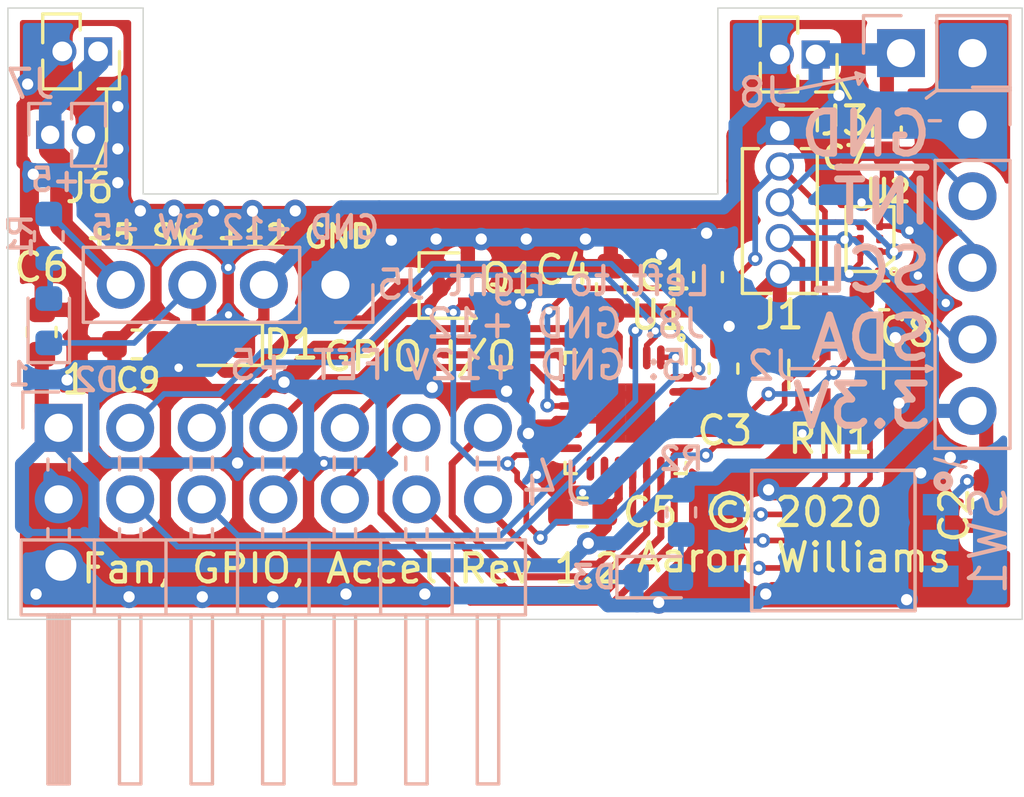
<source format=kicad_pcb>
(kicad_pcb (version 20171130) (host pcbnew 5.1.5-5.1.5)

  (general
    (thickness 1.6)
    (drawings 34)
    (tracks 505)
    (zones 0)
    (modules 27)
    (nets 31)
  )

  (page USLetter)
  (title_block
    (title "GPIO + Fan Controller + Accelerometer")
    (date 2020-04-21)
    (rev 1.2)
    (comment 1 "© 2020aron Williams")
  )

  (layers
    (0 F.Cu signal)
    (31 B.Cu signal)
    (32 B.Adhes user)
    (33 F.Adhes user)
    (34 B.Paste user)
    (35 F.Paste user)
    (36 B.SilkS user)
    (37 F.SilkS user)
    (38 B.Mask user)
    (39 F.Mask user)
    (40 Dwgs.User user)
    (41 Cmts.User user)
    (42 Eco1.User user)
    (43 Eco2.User user)
    (44 Edge.Cuts user)
    (45 Margin user)
    (46 B.CrtYd user)
    (47 F.CrtYd user)
    (48 B.Fab user hide)
    (49 F.Fab user hide)
  )

  (setup
    (last_trace_width 0.4)
    (user_trace_width 0.16)
    (user_trace_width 0.2)
    (user_trace_width 0.3)
    (user_trace_width 0.4)
    (user_trace_width 0.5)
    (user_trace_width 0.8)
    (user_trace_width 1)
    (trace_clearance 0.2)
    (zone_clearance 0.4)
    (zone_45_only no)
    (trace_min 0.1524)
    (via_size 0.6)
    (via_drill 0.3)
    (via_min_size 0.508)
    (via_min_drill 0.254)
    (user_via 0.508 0.254)
    (user_via 0.6 0.3)
    (user_via 0.8 0.4)
    (user_via 1.6 1.1)
    (uvia_size 0.3)
    (uvia_drill 0.1)
    (uvias_allowed no)
    (uvia_min_size 0.2)
    (uvia_min_drill 0.1)
    (edge_width 0.05)
    (segment_width 0.2)
    (pcb_text_width 0.3)
    (pcb_text_size 1.5 1.5)
    (mod_edge_width 0.12)
    (mod_text_size 1 1)
    (mod_text_width 0.15)
    (pad_size 0.25 0.3)
    (pad_drill 0)
    (pad_to_mask_clearance 0.051)
    (solder_mask_min_width 0.101)
    (aux_axis_origin 0 0)
    (visible_elements FFFFFF7F)
    (pcbplotparams
      (layerselection 0x010fc_ffffffff)
      (usegerberextensions false)
      (usegerberattributes false)
      (usegerberadvancedattributes false)
      (creategerberjobfile false)
      (excludeedgelayer true)
      (linewidth 0.150000)
      (plotframeref false)
      (viasonmask false)
      (mode 1)
      (useauxorigin false)
      (hpglpennumber 1)
      (hpglpenspeed 20)
      (hpglpendiameter 15.000000)
      (psnegative false)
      (psa4output false)
      (plotreference true)
      (plotvalue true)
      (plotinvisibletext false)
      (padsonsilk false)
      (subtractmaskfromsilk false)
      (outputformat 1)
      (mirror false)
      (drillshape 1)
      (scaleselection 1)
      (outputdirectory ""))
  )

  (net 0 "")
  (net 1 GND)
  (net 2 +3V3)
  (net 3 /SDA)
  (net 4 /SCL)
  (net 5 /~INT)
  (net 6 +12V)
  (net 7 /P1_3)
  (net 8 /P1_2)
  (net 9 /P1_1)
  (net 10 /P1_0)
  (net 11 /P0_7)
  (net 12 /P0_6)
  (net 13 /P0_5)
  (net 14 /P0_4)
  (net 15 /P0_3)
  (net 16 /P0_2)
  (net 17 /P0_1)
  (net 18 /P0_0)
  (net 19 /FAN_CTL)
  (net 20 "Net-(U1-Pad14)")
  (net 21 "Net-(U1-Pad13)")
  (net 22 "Net-(U1-Pad12)")
  (net 23 +5V)
  (net 24 /FET)
  (net 25 "Net-(U2-Pad2)")
  (net 26 /~INT_PU)
  (net 27 /SDA_PU)
  (net 28 /SCL_PU)
  (net 29 "Net-(D2-Pad2)")
  (net 30 "Net-(D3-Pad2)")

  (net_class Default "This is the default net class."
    (clearance 0.2)
    (trace_width 0.25)
    (via_dia 0.6)
    (via_drill 0.3)
    (uvia_dia 0.3)
    (uvia_drill 0.1)
    (add_net +12V)
    (add_net +3V3)
    (add_net +5V)
    (add_net /FAN_CTL)
    (add_net /FET)
    (add_net /P0_0)
    (add_net /P0_1)
    (add_net /P0_2)
    (add_net /P0_3)
    (add_net /P0_4)
    (add_net /P0_5)
    (add_net /P0_6)
    (add_net /P0_7)
    (add_net /P1_0)
    (add_net /P1_1)
    (add_net /P1_2)
    (add_net /P1_3)
    (add_net /SCL)
    (add_net /SCL_PU)
    (add_net /SDA)
    (add_net /SDA_PU)
    (add_net /~INT)
    (add_net /~INT_PU)
    (add_net GND)
    (add_net "Net-(D2-Pad2)")
    (add_net "Net-(D3-Pad2)")
    (add_net "Net-(U1-Pad12)")
    (add_net "Net-(U1-Pad13)")
    (add_net "Net-(U1-Pad14)")
    (add_net "Net-(U2-Pad2)")
  )

  (module Diode_SMD:D_0603_1608Metric (layer F.Cu) (tedit 5B301BBE) (tstamp 5DE8DB3D)
    (at 57.55 53.95 180)
    (descr "Diode SMD 0603 (1608 Metric), square (rectangular) end terminal, IPC_7351 nominal, (Body size source: http://www.tortai-tech.com/upload/download/2011102023233369053.pdf), generated with kicad-footprint-generator")
    (tags diode)
    (path /5E2E91BC)
    (attr smd)
    (fp_text reference D1 (at -2.5 0) (layer F.SilkS)
      (effects (font (size 1 1) (thickness 0.15)))
    )
    (fp_text value D_Schottky (at 0 1.2) (layer F.Fab)
      (effects (font (size 1 1) (thickness 0.15)))
    )
    (fp_text user %R (at 0 0) (layer F.Fab)
      (effects (font (size 0.4 0.4) (thickness 0.06)))
    )
    (fp_line (start 1.48 0.73) (end -1.48 0.73) (layer F.CrtYd) (width 0.05))
    (fp_line (start 1.48 -0.73) (end 1.48 0.73) (layer F.CrtYd) (width 0.05))
    (fp_line (start -1.48 -0.73) (end 1.48 -0.73) (layer F.CrtYd) (width 0.05))
    (fp_line (start -1.48 0.73) (end -1.48 -0.73) (layer F.CrtYd) (width 0.05))
    (fp_line (start -1.485 0.735) (end 0.8 0.735) (layer F.SilkS) (width 0.12))
    (fp_line (start -1.485 -0.735) (end -1.485 0.735) (layer F.SilkS) (width 0.12))
    (fp_line (start 0.8 -0.735) (end -1.485 -0.735) (layer F.SilkS) (width 0.12))
    (fp_line (start 0.8 0.4) (end 0.8 -0.4) (layer F.Fab) (width 0.1))
    (fp_line (start -0.8 0.4) (end 0.8 0.4) (layer F.Fab) (width 0.1))
    (fp_line (start -0.8 -0.1) (end -0.8 0.4) (layer F.Fab) (width 0.1))
    (fp_line (start -0.5 -0.4) (end -0.8 -0.1) (layer F.Fab) (width 0.1))
    (fp_line (start 0.8 -0.4) (end -0.5 -0.4) (layer F.Fab) (width 0.1))
    (pad 2 smd roundrect (at 0.7875 0 180) (size 0.875 0.95) (layers F.Cu F.Paste F.Mask) (roundrect_rratio 0.25)
      (net 24 /FET))
    (pad 1 smd roundrect (at -0.7875 0 180) (size 0.875 0.95) (layers F.Cu F.Paste F.Mask) (roundrect_rratio 0.25)
      (net 6 +12V))
    (model ${KISYS3DMOD}/Diode_SMD.3dshapes/D_0603_1608Metric.wrl
      (at (xyz 0 0 0))
      (scale (xyz 1 1 1))
      (rotate (xyz 0 0 0))
    )
  )

  (module Connector_PinHeader_2.54mm:PinHeader_1x04_P2.54mm_Vertical (layer B.Cu) (tedit 59FED5CC) (tstamp 5E0A4BC6)
    (at 61.625 51.825 90)
    (descr "Through hole straight pin header, 1x04, 2.54mm pitch, single row")
    (tags "Through hole pin header THT 1x04 2.54mm single row")
    (path /5E2BAB43)
    (zone_connect 2)
    (fp_text reference J5 (at 0 2.33 180) (layer B.SilkS)
      (effects (font (size 1 1) (thickness 0.15)) (justify mirror))
    )
    (fp_text value Conn_01x04_Male (at 0 -9.95 90) (layer B.Fab)
      (effects (font (size 1 1) (thickness 0.15)) (justify mirror))
    )
    (fp_text user %R (at 0 -3.81 180) (layer B.Fab)
      (effects (font (size 1 1) (thickness 0.15)) (justify mirror))
    )
    (fp_line (start 1.8 1.8) (end -1.8 1.8) (layer B.CrtYd) (width 0.05))
    (fp_line (start 1.8 -9.4) (end 1.8 1.8) (layer B.CrtYd) (width 0.05))
    (fp_line (start -1.8 -9.4) (end 1.8 -9.4) (layer B.CrtYd) (width 0.05))
    (fp_line (start -1.8 1.8) (end -1.8 -9.4) (layer B.CrtYd) (width 0.05))
    (fp_line (start -1.33 1.33) (end 0 1.33) (layer B.SilkS) (width 0.12))
    (fp_line (start -1.33 0) (end -1.33 1.33) (layer B.SilkS) (width 0.12))
    (fp_line (start -1.33 -1.27) (end 1.33 -1.27) (layer B.SilkS) (width 0.12))
    (fp_line (start 1.33 -1.27) (end 1.33 -8.95) (layer B.SilkS) (width 0.12))
    (fp_line (start -1.33 -1.27) (end -1.33 -8.95) (layer B.SilkS) (width 0.12))
    (fp_line (start -1.33 -8.95) (end 1.33 -8.95) (layer B.SilkS) (width 0.12))
    (fp_line (start -1.27 0.635) (end -0.635 1.27) (layer B.Fab) (width 0.1))
    (fp_line (start -1.27 -8.89) (end -1.27 0.635) (layer B.Fab) (width 0.1))
    (fp_line (start 1.27 -8.89) (end -1.27 -8.89) (layer B.Fab) (width 0.1))
    (fp_line (start 1.27 1.27) (end 1.27 -8.89) (layer B.Fab) (width 0.1))
    (fp_line (start -0.635 1.27) (end 1.27 1.27) (layer B.Fab) (width 0.1))
    (pad 4 thru_hole oval (at 0 -7.62 90) (size 1.7 1.7) (drill 1) (layers *.Cu *.Mask)
      (net 23 +5V) (zone_connect 2))
    (pad 3 thru_hole oval (at 0 -5.08 90) (size 1.7 1.7) (drill 1) (layers *.Cu *.Mask)
      (net 24 /FET) (zone_connect 2))
    (pad 2 thru_hole oval (at 0 -2.54 90) (size 1.7 1.7) (drill 1) (layers *.Cu *.Mask)
      (net 6 +12V) (zone_connect 2))
    (pad 1 thru_hole rect (at 0 0 90) (size 1.7 1.7) (drill 1) (layers *.Cu *.Mask)
      (net 1 GND) (zone_connect 2))
    (model ${KISYS3DMOD}/Connector_PinHeader_2.54mm.3dshapes/PinHeader_1x04_P2.54mm_Vertical.wrl
      (at (xyz 0 0 0))
      (scale (xyz 1 1 1))
      (rotate (xyz 0 0 0))
    )
  )

  (module Capacitor_SMD:C_0603_1608Metric (layer F.Cu) (tedit 5B301BBE) (tstamp 5E0A6438)
    (at 54.57 53.94 180)
    (descr "Capacitor SMD 0603 (1608 Metric), square (rectangular) end terminal, IPC_7351 nominal, (Body size source: http://www.tortai-tech.com/upload/download/2011102023233369053.pdf), generated with kicad-footprint-generator")
    (tags capacitor)
    (path /5E2D791F)
    (attr smd)
    (fp_text reference C9 (at -0.05 -1.27) (layer F.SilkS)
      (effects (font (size 0.8 0.8) (thickness 0.15)))
    )
    (fp_text value 1uF (at 0 1.43) (layer F.Fab)
      (effects (font (size 1 1) (thickness 0.15)))
    )
    (fp_text user %R (at 0 0) (layer F.Fab)
      (effects (font (size 0.4 0.4) (thickness 0.06)))
    )
    (fp_line (start 1.48 0.73) (end -1.48 0.73) (layer F.CrtYd) (width 0.05))
    (fp_line (start 1.48 -0.73) (end 1.48 0.73) (layer F.CrtYd) (width 0.05))
    (fp_line (start -1.48 -0.73) (end 1.48 -0.73) (layer F.CrtYd) (width 0.05))
    (fp_line (start -1.48 0.73) (end -1.48 -0.73) (layer F.CrtYd) (width 0.05))
    (fp_line (start -0.162779 0.51) (end 0.162779 0.51) (layer F.SilkS) (width 0.12))
    (fp_line (start -0.162779 -0.51) (end 0.162779 -0.51) (layer F.SilkS) (width 0.12))
    (fp_line (start 0.8 0.4) (end -0.8 0.4) (layer F.Fab) (width 0.1))
    (fp_line (start 0.8 -0.4) (end 0.8 0.4) (layer F.Fab) (width 0.1))
    (fp_line (start -0.8 -0.4) (end 0.8 -0.4) (layer F.Fab) (width 0.1))
    (fp_line (start -0.8 0.4) (end -0.8 -0.4) (layer F.Fab) (width 0.1))
    (pad 2 smd roundrect (at 0.7875 0 180) (size 0.875 0.95) (layers F.Cu F.Paste F.Mask) (roundrect_rratio 0.25)
      (net 1 GND))
    (pad 1 smd roundrect (at -0.7875 0 180) (size 0.875 0.95) (layers F.Cu F.Paste F.Mask) (roundrect_rratio 0.25)
      (net 24 /FET))
    (model ${KISYS3DMOD}/Capacitor_SMD.3dshapes/C_0603_1608Metric.wrl
      (at (xyz 0 0 0))
      (scale (xyz 1 1 1))
      (rotate (xyz 0 0 0))
    )
  )

  (module Resistor_SMD:R_0603_1608Metric (layer B.Cu) (tedit 5B301BBD) (tstamp 5E060AD1)
    (at 73.9 59.9 270)
    (descr "Resistor SMD 0603 (1608 Metric), square (rectangular) end terminal, IPC_7351 nominal, (Body size source: http://www.tortai-tech.com/upload/download/2011102023233369053.pdf), generated with kicad-footprint-generator")
    (tags resistor)
    (path /5E44E003)
    (attr smd)
    (fp_text reference R2 (at -1.9 0 180) (layer B.SilkS)
      (effects (font (size 0.8 0.8) (thickness 0.15)) (justify mirror))
    )
    (fp_text value 33 (at 0 -1.43 90) (layer B.Fab)
      (effects (font (size 1 1) (thickness 0.15)) (justify mirror))
    )
    (fp_text user %R (at 0 0 90) (layer B.Fab)
      (effects (font (size 0.4 0.4) (thickness 0.06)) (justify mirror))
    )
    (fp_line (start 1.48 -0.73) (end -1.48 -0.73) (layer B.CrtYd) (width 0.05))
    (fp_line (start 1.48 0.73) (end 1.48 -0.73) (layer B.CrtYd) (width 0.05))
    (fp_line (start -1.48 0.73) (end 1.48 0.73) (layer B.CrtYd) (width 0.05))
    (fp_line (start -1.48 -0.73) (end -1.48 0.73) (layer B.CrtYd) (width 0.05))
    (fp_line (start -0.162779 -0.51) (end 0.162779 -0.51) (layer B.SilkS) (width 0.12))
    (fp_line (start -0.162779 0.51) (end 0.162779 0.51) (layer B.SilkS) (width 0.12))
    (fp_line (start 0.8 -0.4) (end -0.8 -0.4) (layer B.Fab) (width 0.1))
    (fp_line (start 0.8 0.4) (end 0.8 -0.4) (layer B.Fab) (width 0.1))
    (fp_line (start -0.8 0.4) (end 0.8 0.4) (layer B.Fab) (width 0.1))
    (fp_line (start -0.8 -0.4) (end -0.8 0.4) (layer B.Fab) (width 0.1))
    (pad 2 smd roundrect (at 0.7875 0 270) (size 0.875 0.95) (layers B.Cu B.Paste B.Mask) (roundrect_rratio 0.25)
      (net 30 "Net-(D3-Pad2)"))
    (pad 1 smd roundrect (at -0.7875 0 270) (size 0.875 0.95) (layers B.Cu B.Paste B.Mask) (roundrect_rratio 0.25)
      (net 2 +3V3))
    (model ${KISYS3DMOD}/Resistor_SMD.3dshapes/R_0603_1608Metric.wrl
      (at (xyz 0 0 0))
      (scale (xyz 1 1 1))
      (rotate (xyz 0 0 0))
    )
  )

  (module LED_SMD:LED_0603_1608Metric (layer B.Cu) (tedit 5B301BBE) (tstamp 5E060802)
    (at 73.1 62.2)
    (descr "LED SMD 0603 (1608 Metric), square (rectangular) end terminal, IPC_7351 nominal, (Body size source: http://www.tortai-tech.com/upload/download/2011102023233369053.pdf), generated with kicad-footprint-generator")
    (tags diode)
    (path /5E44E4CF)
    (attr smd)
    (fp_text reference D3 (at -2.3 0) (layer B.SilkS)
      (effects (font (size 0.8 0.8) (thickness 0.15)) (justify mirror))
    )
    (fp_text value "LED GREEN" (at 0 -1.43) (layer B.Fab)
      (effects (font (size 1 1) (thickness 0.15)) (justify mirror))
    )
    (fp_text user %R (at 0 0) (layer B.Fab)
      (effects (font (size 0.4 0.4) (thickness 0.06)) (justify mirror))
    )
    (fp_line (start 1.48 -0.73) (end -1.48 -0.73) (layer B.CrtYd) (width 0.05))
    (fp_line (start 1.48 0.73) (end 1.48 -0.73) (layer B.CrtYd) (width 0.05))
    (fp_line (start -1.48 0.73) (end 1.48 0.73) (layer B.CrtYd) (width 0.05))
    (fp_line (start -1.48 -0.73) (end -1.48 0.73) (layer B.CrtYd) (width 0.05))
    (fp_line (start -1.485 -0.735) (end 0.8 -0.735) (layer B.SilkS) (width 0.12))
    (fp_line (start -1.485 0.735) (end -1.485 -0.735) (layer B.SilkS) (width 0.12))
    (fp_line (start 0.8 0.735) (end -1.485 0.735) (layer B.SilkS) (width 0.12))
    (fp_line (start 0.8 -0.4) (end 0.8 0.4) (layer B.Fab) (width 0.1))
    (fp_line (start -0.8 -0.4) (end 0.8 -0.4) (layer B.Fab) (width 0.1))
    (fp_line (start -0.8 0.1) (end -0.8 -0.4) (layer B.Fab) (width 0.1))
    (fp_line (start -0.5 0.4) (end -0.8 0.1) (layer B.Fab) (width 0.1))
    (fp_line (start 0.8 0.4) (end -0.5 0.4) (layer B.Fab) (width 0.1))
    (pad 2 smd roundrect (at 0.7875 0) (size 0.875 0.95) (layers B.Cu B.Paste B.Mask) (roundrect_rratio 0.25)
      (net 30 "Net-(D3-Pad2)"))
    (pad 1 smd roundrect (at -0.7875 0) (size 0.875 0.95) (layers B.Cu B.Paste B.Mask) (roundrect_rratio 0.25)
      (net 1 GND))
    (model ${KISYS3DMOD}/LED_SMD.3dshapes/LED_0603_1608Metric.wrl
      (at (xyz 0 0 0))
      (scale (xyz 1 1 1))
      (rotate (xyz 0 0 0))
    )
  )

  (module Resistor_SMD:R_0603_1608Metric (layer B.Cu) (tedit 5B301BBD) (tstamp 5E05FAF1)
    (at 51.45 50.1 270)
    (descr "Resistor SMD 0603 (1608 Metric), square (rectangular) end terminal, IPC_7351 nominal, (Body size source: http://www.tortai-tech.com/upload/download/2011102023233369053.pdf), generated with kicad-footprint-generator")
    (tags resistor)
    (path /5E441E32)
    (attr smd)
    (fp_text reference R1 (at 0 1 90) (layer B.SilkS)
      (effects (font (size 0.8 0.8) (thickness 0.15)) (justify mirror))
    )
    (fp_text value 1K (at 0 -1.43 90) (layer B.Fab)
      (effects (font (size 1 1) (thickness 0.15)) (justify mirror))
    )
    (fp_text user %R (at 0 0 90) (layer B.Fab)
      (effects (font (size 0.4 0.4) (thickness 0.06)) (justify mirror))
    )
    (fp_line (start 1.48 -0.73) (end -1.48 -0.73) (layer B.CrtYd) (width 0.05))
    (fp_line (start 1.48 0.73) (end 1.48 -0.73) (layer B.CrtYd) (width 0.05))
    (fp_line (start -1.48 0.73) (end 1.48 0.73) (layer B.CrtYd) (width 0.05))
    (fp_line (start -1.48 -0.73) (end -1.48 0.73) (layer B.CrtYd) (width 0.05))
    (fp_line (start -0.162779 -0.51) (end 0.162779 -0.51) (layer B.SilkS) (width 0.12))
    (fp_line (start -0.162779 0.51) (end 0.162779 0.51) (layer B.SilkS) (width 0.12))
    (fp_line (start 0.8 -0.4) (end -0.8 -0.4) (layer B.Fab) (width 0.1))
    (fp_line (start 0.8 0.4) (end 0.8 -0.4) (layer B.Fab) (width 0.1))
    (fp_line (start -0.8 0.4) (end 0.8 0.4) (layer B.Fab) (width 0.1))
    (fp_line (start -0.8 -0.4) (end -0.8 0.4) (layer B.Fab) (width 0.1))
    (pad 2 smd roundrect (at 0.7875 0 270) (size 0.875 0.95) (layers B.Cu B.Paste B.Mask) (roundrect_rratio 0.25)
      (net 29 "Net-(D2-Pad2)"))
    (pad 1 smd roundrect (at -0.7875 0 270) (size 0.875 0.95) (layers B.Cu B.Paste B.Mask) (roundrect_rratio 0.25)
      (net 23 +5V))
    (model ${KISYS3DMOD}/Resistor_SMD.3dshapes/R_0603_1608Metric.wrl
      (at (xyz 0 0 0))
      (scale (xyz 1 1 1))
      (rotate (xyz 0 0 0))
    )
  )

  (module LED_SMD:LED_0603_1608Metric (layer B.Cu) (tedit 5B301BBE) (tstamp 5E05F6CF)
    (at 51.45 53.1 90)
    (descr "LED SMD 0603 (1608 Metric), square (rectangular) end terminal, IPC_7351 nominal, (Body size source: http://www.tortai-tech.com/upload/download/2011102023233369053.pdf), generated with kicad-footprint-generator")
    (tags diode)
    (path /5E440ABE)
    (attr smd)
    (fp_text reference D2 (at -2.1 1.7 180) (layer B.SilkS)
      (effects (font (size 0.8 0.8) (thickness 0.15)) (justify mirror))
    )
    (fp_text value "LED RED" (at 0 -1.43 90) (layer B.Fab)
      (effects (font (size 1 1) (thickness 0.15)) (justify mirror))
    )
    (fp_text user %R (at 0 0 90) (layer B.Fab)
      (effects (font (size 0.4 0.4) (thickness 0.06)) (justify mirror))
    )
    (fp_line (start 1.48 -0.73) (end -1.48 -0.73) (layer B.CrtYd) (width 0.05))
    (fp_line (start 1.48 0.73) (end 1.48 -0.73) (layer B.CrtYd) (width 0.05))
    (fp_line (start -1.48 0.73) (end 1.48 0.73) (layer B.CrtYd) (width 0.05))
    (fp_line (start -1.48 -0.73) (end -1.48 0.73) (layer B.CrtYd) (width 0.05))
    (fp_line (start -1.485 -0.735) (end 0.8 -0.735) (layer B.SilkS) (width 0.12))
    (fp_line (start -1.485 0.735) (end -1.485 -0.735) (layer B.SilkS) (width 0.12))
    (fp_line (start 0.8 0.735) (end -1.485 0.735) (layer B.SilkS) (width 0.12))
    (fp_line (start 0.8 -0.4) (end 0.8 0.4) (layer B.Fab) (width 0.1))
    (fp_line (start -0.8 -0.4) (end 0.8 -0.4) (layer B.Fab) (width 0.1))
    (fp_line (start -0.8 0.1) (end -0.8 -0.4) (layer B.Fab) (width 0.1))
    (fp_line (start -0.5 0.4) (end -0.8 0.1) (layer B.Fab) (width 0.1))
    (fp_line (start 0.8 0.4) (end -0.5 0.4) (layer B.Fab) (width 0.1))
    (pad 2 smd roundrect (at 0.7875 0 90) (size 0.875 0.95) (layers B.Cu B.Paste B.Mask) (roundrect_rratio 0.25)
      (net 29 "Net-(D2-Pad2)"))
    (pad 1 smd roundrect (at -0.7875 0 90) (size 0.875 0.95) (layers B.Cu B.Paste B.Mask) (roundrect_rratio 0.25)
      (net 24 /FET))
    (model ${KISYS3DMOD}/LED_SMD.3dshapes/LED_0603_1608Metric.wrl
      (at (xyz 0 0 0))
      (scale (xyz 1 1 1))
      (rotate (xyz 0 0 0))
    )
  )

  (module Capacitor_SMD:C_0603_1608Metric (layer F.Cu) (tedit 5B301BBE) (tstamp 5DEB54D1)
    (at 81.1 52.2)
    (descr "Capacitor SMD 0603 (1608 Metric), square (rectangular) end terminal, IPC_7351 nominal, (Body size source: http://www.tortai-tech.com/upload/download/2011102023233369053.pdf), generated with kicad-footprint-generator")
    (tags capacitor)
    (path /5DEDCDAA)
    (zone_connect 2)
    (attr smd)
    (fp_text reference C8 (at 0.8 1.3) (layer F.SilkS)
      (effects (font (size 1 1) (thickness 0.15)))
    )
    (fp_text value 1uF (at 0 1.43) (layer F.Fab)
      (effects (font (size 1 1) (thickness 0.15)))
    )
    (fp_text user %R (at 0 0) (layer F.Fab)
      (effects (font (size 0.4 0.4) (thickness 0.06)))
    )
    (fp_line (start 1.48 0.73) (end -1.48 0.73) (layer F.CrtYd) (width 0.05))
    (fp_line (start 1.48 -0.73) (end 1.48 0.73) (layer F.CrtYd) (width 0.05))
    (fp_line (start -1.48 -0.73) (end 1.48 -0.73) (layer F.CrtYd) (width 0.05))
    (fp_line (start -1.48 0.73) (end -1.48 -0.73) (layer F.CrtYd) (width 0.05))
    (fp_line (start -0.162779 0.51) (end 0.162779 0.51) (layer F.SilkS) (width 0.12))
    (fp_line (start -0.162779 -0.51) (end 0.162779 -0.51) (layer F.SilkS) (width 0.12))
    (fp_line (start 0.8 0.4) (end -0.8 0.4) (layer F.Fab) (width 0.1))
    (fp_line (start 0.8 -0.4) (end 0.8 0.4) (layer F.Fab) (width 0.1))
    (fp_line (start -0.8 -0.4) (end 0.8 -0.4) (layer F.Fab) (width 0.1))
    (fp_line (start -0.8 0.4) (end -0.8 -0.4) (layer F.Fab) (width 0.1))
    (pad 2 smd roundrect (at 0.7875 0) (size 0.875 0.95) (layers F.Cu F.Paste F.Mask) (roundrect_rratio 0.25)
      (net 1 GND) (zone_connect 2))
    (pad 1 smd roundrect (at -0.7875 0) (size 0.875 0.95) (layers F.Cu F.Paste F.Mask) (roundrect_rratio 0.25)
      (net 2 +3V3) (zone_connect 2))
    (model ${KISYS3DMOD}/Capacitor_SMD.3dshapes/C_0603_1608Metric.wrl
      (at (xyz 0 0 0))
      (scale (xyz 1 1 1))
      (rotate (xyz 0 0 0))
    )
  )

  (module Aaron:MXC400XXC (layer F.Cu) (tedit 5E0561D7) (tstamp 5DEB3B9B)
    (at 80.6 50.2 180)
    (path /5DEB3C96)
    (clearance 0.14)
    (zone_connect 1)
    (attr smd)
    (fp_text reference U2 (at -0.65 1.7) (layer F.SilkS)
      (effects (font (size 0.8 0.8) (thickness 0.15)))
    )
    (fp_text value MXC400XXC (at 0 -1.8) (layer F.Fab)
      (effects (font (size 1 1) (thickness 0.15)))
    )
    (fp_line (start -0.85 1.15) (end -0.85 -0.7) (layer F.SilkS) (width 0.12))
    (fp_line (start 0.85 1.15) (end -0.85 1.15) (layer F.SilkS) (width 0.12))
    (fp_line (start 0.85 -1.15) (end 0.85 1.15) (layer F.SilkS) (width 0.12))
    (fp_line (start -0.3 -1.15) (end 0.85 -1.15) (layer F.SilkS) (width 0.12))
    (fp_line (start -0.85 -0.7) (end -0.3 -1.15) (layer F.SilkS) (width 0.12))
    (fp_line (start -0.85 1.2) (end -0.85 -1.15) (layer F.CrtYd) (width 0.12))
    (fp_line (start 0.85 1.2) (end -0.85 1.2) (layer F.CrtYd) (width 0.12))
    (fp_line (start 0.85 -1.15) (end 0.85 1.2) (layer F.CrtYd) (width 0.12))
    (fp_line (start -0.85 -1.15) (end 0.85 -1.15) (layer F.CrtYd) (width 0.12))
    (fp_line (start -0.6 0.85) (end -0.6 -0.85) (layer F.Fab) (width 0.12))
    (fp_line (start 0.6 0.85) (end -0.6 0.85) (layer F.Fab) (width 0.12))
    (fp_line (start 0.6 -0.85) (end 0.6 0.85) (layer F.Fab) (width 0.12))
    (fp_line (start -0.6 -0.85) (end 0.6 -0.85) (layer F.Fab) (width 0.12))
    (fp_circle (center -0.85 -1.15) (end -0.8 -1.15) (layer F.SilkS) (width 0.12))
    (pad 4 smd roundrect (at 0.345 0.46 180) (size 0.25 0.3) (layers F.Cu F.Paste F.Mask) (roundrect_rratio 0.25)
      (net 5 /~INT) (zone_connect 1))
    (pad 6 smd roundrect (at 0.345 -0.46 180) (size 0.25 0.3) (layers F.Cu F.Paste F.Mask) (roundrect_rratio 0.25)
      (net 2 +3V3) (zone_connect 1))
    (pad 5 smd roundrect (at 0.345 0 180) (size 0.25 0.3) (layers F.Cu F.Paste F.Mask) (roundrect_rratio 0.25)
      (net 3 /SDA) (zone_connect 1))
    (pad 3 smd roundrect (at -0.345 0.46 180) (size 0.25 0.3) (layers F.Cu F.Paste F.Mask) (roundrect_rratio 0.25)
      (net 1 GND) (zone_connect 1))
    (pad 2 smd roundrect (at -0.345 0 180) (size 0.25 0.3) (layers F.Cu F.Paste F.Mask) (roundrect_rratio 0.25)
      (net 25 "Net-(U2-Pad2)") (zone_connect 1))
    (pad 1 smd roundrect (at -0.345 -0.46 180) (size 0.25 0.3) (layers F.Cu F.Paste F.Mask) (roundrect_rratio 0.25)
      (net 4 /SCL) (zone_connect 1))
  )

  (module Capacitor_SMD:C_0603_1608Metric (layer F.Cu) (tedit 5B301BBE) (tstamp 5DE8C9F9)
    (at 81.2 46.3875 270)
    (descr "Capacitor SMD 0603 (1608 Metric), square (rectangular) end terminal, IPC_7351 nominal, (Body size source: http://www.tortai-tech.com/upload/download/2011102023233369053.pdf), generated with kicad-footprint-generator")
    (tags capacitor)
    (path /5E2DA035)
    (attr smd)
    (fp_text reference C7 (at 0.9125 1.5 180) (layer F.SilkS)
      (effects (font (size 0.8 0.8) (thickness 0.15)))
    )
    (fp_text value 1uF (at 0 1.43 90) (layer F.Fab)
      (effects (font (size 1 1) (thickness 0.15)))
    )
    (fp_text user %R (at 0 0 90) (layer F.Fab)
      (effects (font (size 0.4 0.4) (thickness 0.06)))
    )
    (fp_line (start 1.48 0.73) (end -1.48 0.73) (layer F.CrtYd) (width 0.05))
    (fp_line (start 1.48 -0.73) (end 1.48 0.73) (layer F.CrtYd) (width 0.05))
    (fp_line (start -1.48 -0.73) (end 1.48 -0.73) (layer F.CrtYd) (width 0.05))
    (fp_line (start -1.48 0.73) (end -1.48 -0.73) (layer F.CrtYd) (width 0.05))
    (fp_line (start -0.162779 0.51) (end 0.162779 0.51) (layer F.SilkS) (width 0.12))
    (fp_line (start -0.162779 -0.51) (end 0.162779 -0.51) (layer F.SilkS) (width 0.12))
    (fp_line (start 0.8 0.4) (end -0.8 0.4) (layer F.Fab) (width 0.1))
    (fp_line (start 0.8 -0.4) (end 0.8 0.4) (layer F.Fab) (width 0.1))
    (fp_line (start -0.8 -0.4) (end 0.8 -0.4) (layer F.Fab) (width 0.1))
    (fp_line (start -0.8 0.4) (end -0.8 -0.4) (layer F.Fab) (width 0.1))
    (pad 2 smd roundrect (at 0.7875 0 270) (size 0.875 0.95) (layers F.Cu F.Paste F.Mask) (roundrect_rratio 0.25)
      (net 1 GND))
    (pad 1 smd roundrect (at -0.7875 0 270) (size 0.875 0.95) (layers F.Cu F.Paste F.Mask) (roundrect_rratio 0.25)
      (net 6 +12V))
    (model ${KISYS3DMOD}/Capacitor_SMD.3dshapes/C_0603_1608Metric.wrl
      (at (xyz 0 0 0))
      (scale (xyz 1 1 1))
      (rotate (xyz 0 0 0))
    )
  )

  (module Connector_PinHeader_2.54mm:PinHeader_1x05_P2.54mm_Vertical (layer B.Cu) (tedit 59FED5CC) (tstamp 5DE78139)
    (at 84.24 46.14 180)
    (descr "Through hole straight pin header, 1x05, 2.54mm pitch, single row")
    (tags "Through hole pin header THT 1x05 2.54mm single row")
    (path /5E1FBF54)
    (zone_connect 2)
    (fp_text reference J2 (at 7.14 -8.56) (layer B.SilkS)
      (effects (font (size 1 1) (thickness 0.15)) (justify mirror))
    )
    (fp_text value Conn_01x05 (at -6.36 -4.56) (layer B.Fab)
      (effects (font (size 1 1) (thickness 0.15)) (justify mirror))
    )
    (fp_text user %R (at 0 -5.08 270) (layer B.Fab)
      (effects (font (size 1 1) (thickness 0.15)) (justify mirror))
    )
    (fp_line (start 1.8 1.8) (end -1.8 1.8) (layer B.CrtYd) (width 0.05))
    (fp_line (start 1.8 -11.95) (end 1.8 1.8) (layer B.CrtYd) (width 0.05))
    (fp_line (start -1.8 -11.95) (end 1.8 -11.95) (layer B.CrtYd) (width 0.05))
    (fp_line (start -1.8 1.8) (end -1.8 -11.95) (layer B.CrtYd) (width 0.05))
    (fp_line (start -1.33 1.33) (end 0 1.33) (layer B.SilkS) (width 0.12))
    (fp_line (start -1.33 0) (end -1.33 1.33) (layer B.SilkS) (width 0.12))
    (fp_line (start -1.33 -1.27) (end 1.33 -1.27) (layer B.SilkS) (width 0.12))
    (fp_line (start 1.33 -1.27) (end 1.33 -11.49) (layer B.SilkS) (width 0.12))
    (fp_line (start -1.33 -1.27) (end -1.33 -11.49) (layer B.SilkS) (width 0.12))
    (fp_line (start -1.33 -11.49) (end 1.33 -11.49) (layer B.SilkS) (width 0.12))
    (fp_line (start -1.27 0.635) (end -0.635 1.27) (layer B.Fab) (width 0.1))
    (fp_line (start -1.27 -11.43) (end -1.27 0.635) (layer B.Fab) (width 0.1))
    (fp_line (start 1.27 -11.43) (end -1.27 -11.43) (layer B.Fab) (width 0.1))
    (fp_line (start 1.27 1.27) (end 1.27 -11.43) (layer B.Fab) (width 0.1))
    (fp_line (start -0.635 1.27) (end 1.27 1.27) (layer B.Fab) (width 0.1))
    (pad 5 thru_hole oval (at 0 -10.16 180) (size 1.7 1.7) (drill 1) (layers *.Cu *.Mask)
      (net 2 +3V3) (zone_connect 2))
    (pad 4 thru_hole oval (at 0 -7.62 180) (size 1.7 1.7) (drill 1) (layers *.Cu *.Mask)
      (net 3 /SDA) (zone_connect 2))
    (pad 3 thru_hole oval (at 0 -5.08 180) (size 1.7 1.7) (drill 1) (layers *.Cu *.Mask)
      (net 4 /SCL) (zone_connect 2))
    (pad 2 thru_hole oval (at 0 -2.54 180) (size 1.7 1.7) (drill 1) (layers *.Cu *.Mask)
      (net 5 /~INT) (zone_connect 2))
    (pad 1 thru_hole rect (at 0 0 180) (size 1.7 1.7) (drill 1) (layers *.Cu *.Mask)
      (net 1 GND) (zone_connect 2))
    (model ${KISYS3DMOD}/Connector_PinHeader_2.54mm.3dshapes/PinHeader_1x05_P2.54mm_Vertical.wrl
      (at (xyz 0 0 0))
      (scale (xyz 1 1 1))
      (rotate (xyz 0 0 0))
    )
  )

  (module Connector_PinHeader_2.54mm:PinHeader_1x02_P2.54mm_Vertical (layer B.Cu) (tedit 59FED5CC) (tstamp 5E05B96F)
    (at 81.7 43.6 270)
    (descr "Through hole straight pin header, 1x02, 2.54mm pitch, single row")
    (tags "Through hole pin header THT 1x02 2.54mm single row")
    (path /5E25F2C6)
    (zone_connect 2)
    (fp_text reference J8 (at 1.4 4.9 180) (layer B.SilkS)
      (effects (font (size 1 1) (thickness 0.15)) (justify mirror))
    )
    (fp_text value Conn_01x02 (at -2.7 -3.6 180) (layer B.Fab)
      (effects (font (size 1 1) (thickness 0.15)) (justify mirror))
    )
    (fp_text user %R (at 0 -1.27 180) (layer B.Fab)
      (effects (font (size 1 1) (thickness 0.15)) (justify mirror))
    )
    (fp_line (start 1.8 1.8) (end -1.8 1.8) (layer B.CrtYd) (width 0.05))
    (fp_line (start 1.8 -4.35) (end 1.8 1.8) (layer B.CrtYd) (width 0.05))
    (fp_line (start -1.8 -4.35) (end 1.8 -4.35) (layer B.CrtYd) (width 0.05))
    (fp_line (start -1.8 1.8) (end -1.8 -4.35) (layer B.CrtYd) (width 0.05))
    (fp_line (start -1.33 1.33) (end 0 1.33) (layer B.SilkS) (width 0.12))
    (fp_line (start -1.33 0) (end -1.33 1.33) (layer B.SilkS) (width 0.12))
    (fp_line (start -1.33 -1.27) (end 1.33 -1.27) (layer B.SilkS) (width 0.12))
    (fp_line (start 1.33 -1.27) (end 1.33 -3.87) (layer B.SilkS) (width 0.12))
    (fp_line (start -1.33 -1.27) (end -1.33 -3.87) (layer B.SilkS) (width 0.12))
    (fp_line (start -1.33 -3.87) (end 1.33 -3.87) (layer B.SilkS) (width 0.12))
    (fp_line (start -1.27 0.635) (end -0.635 1.27) (layer B.Fab) (width 0.1))
    (fp_line (start -1.27 -3.81) (end -1.27 0.635) (layer B.Fab) (width 0.1))
    (fp_line (start 1.27 -3.81) (end -1.27 -3.81) (layer B.Fab) (width 0.1))
    (fp_line (start 1.27 1.27) (end 1.27 -3.81) (layer B.Fab) (width 0.1))
    (fp_line (start -0.635 1.27) (end 1.27 1.27) (layer B.Fab) (width 0.1))
    (pad 2 thru_hole oval (at 0 -2.54 270) (size 1.7 1.7) (drill 1) (layers *.Cu *.Mask)
      (net 1 GND) (zone_connect 2))
    (pad 1 thru_hole rect (at 0 0 270) (size 1.7 1.7) (drill 1) (layers *.Cu *.Mask)
      (net 6 +12V) (zone_connect 2))
    (model ${KISYS3DMOD}/Connector_PinHeader_2.54mm.3dshapes/PinHeader_1x02_P2.54mm_Vertical.wrl
      (at (xyz 0 0 0))
      (scale (xyz 1 1 1))
      (rotate (xyz 0 0 0))
    )
  )

  (module Aaron:SW_DIP_SPSTx03_Slide_Wurth_416131160803_8.89x4.98mm_W2.65mm_P1.27mm (layer B.Cu) (tedit 5DE23BDF) (tstamp 5DE864D0)
    (at 79.3 60.9 270)
    (descr "WS-DISV SMD version flat actuator with top tape sealed Würth Elektronik 416131160804")
    (tags switch)
    (path /5E26FE17)
    (attr smd)
    (fp_text reference SW1 (at 0 -5.5 270) (layer B.SilkS)
      (effects (font (size 1.27 1.27) (thickness 0.15)) (justify mirror))
    )
    (fp_text value SW_DIP_x03 (at -0.5 0 180) (layer B.Fab)
      (effects (font (size 0.64 0.64) (thickness 0.05)) (justify mirror))
    )
    (fp_line (start -2.8 -4.65) (end -2.8 4.65) (layer B.CrtYd) (width 0.12))
    (fp_line (start 2.8 -4.65) (end -2.8 -4.65) (layer B.CrtYd) (width 0.12))
    (fp_line (start 2.8 4.65) (end 2.8 -4.65) (layer B.CrtYd) (width 0.12))
    (fp_line (start -2.8 4.65) (end 2.8 4.65) (layer B.CrtYd) (width 0.12))
    (fp_circle (center -2.1 -3.9) (end -2 -3.9) (layer B.SilkS) (width 0.254))
    (fp_line (start -2.49 -2.9) (end 2.49 -2.9) (layer B.SilkS) (width 0.127))
    (fp_line (start -2.49 2.9) (end 2.49 2.9) (layer B.SilkS) (width 0.127))
    (fp_line (start 2.49 2.9) (end 2.49 -2.9) (layer B.SilkS) (width 0.127))
    (fp_line (start -2.49 2.9) (end -2.49 -2.9) (layer B.SilkS) (width 0.127))
    (pad 4 smd rect (at 1.27 3.81 270) (size 0.76 1.27) (layers B.Cu B.Paste B.Mask)
      (net 26 /~INT_PU))
    (pad 3 smd rect (at 1.27 -3.81 270) (size 0.76 1.27) (layers B.Cu B.Paste B.Mask)
      (net 2 +3V3))
    (pad 5 smd rect (at 0 3.81 270) (size 0.76 1.27) (layers B.Cu B.Paste B.Mask)
      (net 27 /SDA_PU))
    (pad 6 smd rect (at -1.27 3.81 270) (size 0.76 1.27) (layers B.Cu B.Paste B.Mask)
      (net 28 /SCL_PU))
    (pad 2 smd rect (at 0 -3.81 270) (size 0.76 1.27) (layers B.Cu B.Paste B.Mask)
      (net 2 +3V3))
    (pad 1 smd rect (at -1.27 -3.81 270) (size 0.76 1.27) (layers B.Cu B.Paste B.Mask)
      (net 2 +3V3))
  )

  (module Connector_PinHeader_1.27mm:PinHeader_1x02_P1.27mm_Vertical (layer B.Cu) (tedit 59FED6E3) (tstamp 5DE81796)
    (at 51.5 46.5 270)
    (descr "Through hole straight pin header, 1x02, 1.27mm pitch, single row")
    (tags "Through hole pin header THT 1x02 1.27mm single row")
    (path /5E25696A)
    (zone_connect 2)
    (fp_text reference J7 (at -1.8 0.7 180) (layer B.SilkS)
      (effects (font (size 1 1) (thickness 0.15)) (justify mirror))
    )
    (fp_text value Conn_01x02 (at -0.1 -7 180) (layer B.Fab)
      (effects (font (size 1 1) (thickness 0.15)) (justify mirror))
    )
    (fp_text user %R (at 0 -0.635 180) (layer B.Fab)
      (effects (font (size 1 1) (thickness 0.15)) (justify mirror))
    )
    (fp_line (start 1.55 1.15) (end -1.55 1.15) (layer B.CrtYd) (width 0.05))
    (fp_line (start 1.55 -2.45) (end 1.55 1.15) (layer B.CrtYd) (width 0.05))
    (fp_line (start -1.55 -2.45) (end 1.55 -2.45) (layer B.CrtYd) (width 0.05))
    (fp_line (start -1.55 1.15) (end -1.55 -2.45) (layer B.CrtYd) (width 0.05))
    (fp_line (start -1.11 0.76) (end 0 0.76) (layer B.SilkS) (width 0.12))
    (fp_line (start -1.11 0) (end -1.11 0.76) (layer B.SilkS) (width 0.12))
    (fp_line (start 0.563471 -0.76) (end 1.11 -0.76) (layer B.SilkS) (width 0.12))
    (fp_line (start -1.11 -0.76) (end -0.563471 -0.76) (layer B.SilkS) (width 0.12))
    (fp_line (start 1.11 -0.76) (end 1.11 -1.965) (layer B.SilkS) (width 0.12))
    (fp_line (start -1.11 -0.76) (end -1.11 -1.965) (layer B.SilkS) (width 0.12))
    (fp_line (start 0.30753 -1.965) (end 1.11 -1.965) (layer B.SilkS) (width 0.12))
    (fp_line (start -1.11 -1.965) (end -0.30753 -1.965) (layer B.SilkS) (width 0.12))
    (fp_line (start -1.05 0.11) (end -0.525 0.635) (layer B.Fab) (width 0.1))
    (fp_line (start -1.05 -1.905) (end -1.05 0.11) (layer B.Fab) (width 0.1))
    (fp_line (start 1.05 -1.905) (end -1.05 -1.905) (layer B.Fab) (width 0.1))
    (fp_line (start 1.05 0.635) (end 1.05 -1.905) (layer B.Fab) (width 0.1))
    (fp_line (start -0.525 0.635) (end 1.05 0.635) (layer B.Fab) (width 0.1))
    (pad 2 thru_hole oval (at 0 -1.27 270) (size 1 1) (drill 0.65) (layers *.Cu *.Mask)
      (net 1 GND) (zone_connect 2))
    (pad 1 thru_hole rect (at 0 0 270) (size 1 1) (drill 0.65) (layers *.Cu *.Mask)
      (net 23 +5V) (zone_connect 2))
    (model ${KISYS3DMOD}/Connector_PinHeader_1.27mm.3dshapes/PinHeader_1x02_P1.27mm_Vertical.wrl
      (at (xyz 0 0 0))
      (scale (xyz 1 1 1))
      (rotate (xyz 0 0 0))
    )
  )

  (module Connector_PinSocket_1.27mm:PinSocket_1x02_P1.27mm_Vertical (layer F.Cu) (tedit 5A19A41F) (tstamp 5DE80C2A)
    (at 53.2 43.54 270)
    (descr "Through hole straight socket strip, 1x02, 1.27mm pitch, single row (from Kicad 4.0.7), script generated")
    (tags "Through hole socket strip THT 1x02 1.27mm single row")
    (path /5E24C964)
    (zone_connect 2)
    (fp_text reference J6 (at 4.86 0.3 180) (layer F.SilkS)
      (effects (font (size 1 1) (thickness 0.15)))
    )
    (fp_text value Conn_01x02 (at -3.04 0 180) (layer F.Fab)
      (effects (font (size 1 1) (thickness 0.15)))
    )
    (fp_text user %R (at 0 0.635) (layer F.Fab)
      (effects (font (size 1 1) (thickness 0.15)))
    )
    (fp_line (start -1.8 2.4) (end -1.8 -1.15) (layer F.CrtYd) (width 0.05))
    (fp_line (start 1.75 2.4) (end -1.8 2.4) (layer F.CrtYd) (width 0.05))
    (fp_line (start 1.75 -1.15) (end 1.75 2.4) (layer F.CrtYd) (width 0.05))
    (fp_line (start -1.8 -1.15) (end 1.75 -1.15) (layer F.CrtYd) (width 0.05))
    (fp_line (start 0 -0.76) (end 1.33 -0.76) (layer F.SilkS) (width 0.12))
    (fp_line (start 1.33 -0.76) (end 1.33 0) (layer F.SilkS) (width 0.12))
    (fp_line (start 1.33 0.635) (end 1.33 1.965) (layer F.SilkS) (width 0.12))
    (fp_line (start 0.30753 1.965) (end 1.33 1.965) (layer F.SilkS) (width 0.12))
    (fp_line (start -1.33 1.965) (end -0.30753 1.965) (layer F.SilkS) (width 0.12))
    (fp_line (start -1.33 0.635) (end -1.33 1.965) (layer F.SilkS) (width 0.12))
    (fp_line (start 0.76 0.635) (end 1.33 0.635) (layer F.SilkS) (width 0.12))
    (fp_line (start -1.33 0.635) (end -0.76 0.635) (layer F.SilkS) (width 0.12))
    (fp_line (start -1.27 1.905) (end -1.27 -0.635) (layer F.Fab) (width 0.1))
    (fp_line (start 1.27 1.905) (end -1.27 1.905) (layer F.Fab) (width 0.1))
    (fp_line (start 1.27 0) (end 1.27 1.905) (layer F.Fab) (width 0.1))
    (fp_line (start 0.635 -0.635) (end 1.27 0) (layer F.Fab) (width 0.1))
    (fp_line (start -1.27 -0.635) (end 0.635 -0.635) (layer F.Fab) (width 0.1))
    (pad 2 thru_hole oval (at 0 1.27 270) (size 1 1) (drill 0.7) (layers *.Cu *.Mask)
      (net 1 GND) (zone_connect 2))
    (pad 1 thru_hole rect (at 0 0 270) (size 1 1) (drill 0.7) (layers *.Cu *.Mask)
      (net 23 +5V) (zone_connect 2))
    (model ${KISYS3DMOD}/Connector_PinSocket_1.27mm.3dshapes/PinSocket_1x02_P1.27mm_Vertical.wrl
      (at (xyz 0 0 0))
      (scale (xyz 1 1 1))
      (rotate (xyz 0 0 0))
    )
  )

  (module Aaron:HWQFN-24_EP_4x4_Pitch0.5mm (layer F.Cu) (tedit 5DD3B5F4) (tstamp 5DE7819C)
    (at 71.925 56.375 270)
    (path /5E1AB689)
    (attr smd)
    (fp_text reference U1 (at -3.475 -1.175) (layer F.SilkS)
      (effects (font (size 1 1) (thickness 0.15)))
    )
    (fp_text value PCA9575HF (at 6.925 -1.175 90) (layer F.Fab)
      (effects (font (size 1 1) (thickness 0.15)))
    )
    (fp_line (start -2.7 2.7) (end -2.7 -2.7) (layer F.CrtYd) (width 0.05))
    (fp_line (start 2.7 2.7) (end -2.7 2.7) (layer F.CrtYd) (width 0.05))
    (fp_line (start 2.7 -2.7) (end 2.7 2.7) (layer F.CrtYd) (width 0.05))
    (fp_line (start -2.7 -2.7) (end 2.7 -2.7) (layer F.CrtYd) (width 0.05))
    (fp_line (start -1.75 -2.15) (end -2.425 -2.15) (layer F.SilkS) (width 0.12))
    (fp_line (start -2.15 2.15) (end -2.15 1.75) (layer F.SilkS) (width 0.12))
    (fp_line (start -1.75 2.15) (end -2.15 2.15) (layer F.SilkS) (width 0.12))
    (fp_line (start 2.15 2.15) (end 2.15 1.75) (layer F.SilkS) (width 0.12))
    (fp_line (start 1.75 2.15) (end 2.15 2.15) (layer F.SilkS) (width 0.12))
    (fp_line (start 2.15 -2.15) (end 2.15 -1.75) (layer F.SilkS) (width 0.12))
    (fp_line (start 1.75 -2.15) (end 2.15 -2.15) (layer F.SilkS) (width 0.12))
    (fp_line (start 2 -2) (end -1 -2) (layer F.Fab) (width 0.15))
    (fp_line (start 2 2) (end 2 -2) (layer F.Fab) (width 0.15))
    (fp_line (start -2 2) (end 2 2) (layer F.Fab) (width 0.15))
    (fp_line (start -2 -1) (end -2 2) (layer F.Fab) (width 0.15))
    (fp_line (start -1 -2) (end -2 -1) (layer F.Fab) (width 0.15))
    (pad 25 smd rect (at 0.525 0.525 270) (size 1.05 1.05) (layers F.Cu F.Paste F.Mask)
      (net 1 GND) (solder_paste_margin -0.8))
    (pad 25 smd rect (at 0.525 -0.525 270) (size 1.05 1.05) (layers F.Cu F.Paste F.Mask)
      (net 1 GND) (solder_paste_margin -0.8))
    (pad 25 smd rect (at -0.525 0.525 270) (size 1.05 1.05) (layers F.Cu F.Paste F.Mask)
      (net 1 GND) (solder_paste_margin -0.8))
    (pad 25 smd rect (at -0.525 -0.525 270) (size 1.05 1.05) (layers F.Cu F.Paste F.Mask)
      (net 1 GND) (solder_paste_margin -0.8))
    (pad 24 smd oval (at -1.25 -1.975 270) (size 0.27 0.85) (layers F.Cu F.Paste F.Mask)
      (net 18 /P0_0))
    (pad 23 smd oval (at -0.75 -1.975 270) (size 0.27 0.85) (layers F.Cu F.Paste F.Mask)
      (net 2 +3V3))
    (pad 22 smd oval (at -0.25 -1.975 270) (size 0.27 0.85) (layers F.Cu F.Paste F.Mask)
      (net 2 +3V3))
    (pad 21 smd oval (at 0.25 -1.975 270) (size 0.27 0.85) (layers F.Cu F.Paste F.Mask)
      (net 4 /SCL))
    (pad 20 smd oval (at 0.75 -1.975 270) (size 0.27 0.85) (layers F.Cu F.Paste F.Mask)
      (net 3 /SDA))
    (pad 19 smd oval (at 1.25 -1.975 270) (size 0.27 0.85) (layers F.Cu F.Paste F.Mask)
      (net 10 /P1_0))
    (pad 18 smd oval (at 1.975 -1.25) (size 0.27 0.85) (layers F.Cu F.Paste F.Mask)
      (net 9 /P1_1))
    (pad 17 smd oval (at 1.975 -0.75) (size 0.27 0.85) (layers F.Cu F.Paste F.Mask)
      (net 8 /P1_2))
    (pad 16 smd oval (at 1.975 -0.25) (size 0.27 0.85) (layers F.Cu F.Paste F.Mask)
      (net 7 /P1_3))
    (pad 15 smd oval (at 1.975 0.25) (size 0.27 0.85) (layers F.Cu F.Paste F.Mask)
      (net 2 +3V3))
    (pad 14 smd oval (at 1.975 0.75) (size 0.27 0.85) (layers F.Cu F.Paste F.Mask)
      (net 20 "Net-(U1-Pad14)"))
    (pad 13 smd oval (at 1.975 1.25) (size 0.27 0.85) (layers F.Cu F.Paste F.Mask)
      (net 21 "Net-(U1-Pad13)"))
    (pad 12 smd oval (at 1.25 1.975 270) (size 0.27 0.85) (layers F.Cu F.Paste F.Mask)
      (net 22 "Net-(U1-Pad12)"))
    (pad 11 smd oval (at 0.75 1.975 270) (size 0.27 0.85) (layers F.Cu F.Paste F.Mask)
      (net 19 /FAN_CTL))
    (pad 10 smd oval (at 0.25 1.975 270) (size 0.27 0.85) (layers F.Cu F.Paste F.Mask)
      (net 1 GND))
    (pad 9 smd oval (at -0.25 1.975 270) (size 0.27 0.85) (layers F.Cu F.Paste F.Mask)
      (net 5 /~INT))
    (pad 8 smd oval (at -0.75 1.975 270) (size 0.27 0.85) (layers F.Cu F.Paste F.Mask)
      (net 11 /P0_7))
    (pad 7 smd oval (at -1.25 1.975 270) (size 0.27 0.85) (layers F.Cu F.Paste F.Mask)
      (net 12 /P0_6))
    (pad 6 smd oval (at -1.975 1.25) (size 0.27 0.85) (layers F.Cu F.Paste F.Mask)
      (net 13 /P0_5))
    (pad 5 smd oval (at -1.975 0.75) (size 0.27 0.85) (layers F.Cu F.Paste F.Mask)
      (net 14 /P0_4))
    (pad 4 smd oval (at -1.975 0.25) (size 0.27 0.85) (layers F.Cu F.Paste F.Mask)
      (net 2 +3V3))
    (pad 3 smd oval (at -1.975 -0.25) (size 0.27 0.85) (layers F.Cu F.Paste F.Mask)
      (net 15 /P0_3))
    (pad 2 smd oval (at -1.975 -0.75) (size 0.27 0.85) (layers F.Cu F.Paste F.Mask)
      (net 16 /P0_2))
    (pad 1 smd oval (at -1.975 -1.25) (size 0.27 0.85) (layers F.Cu F.Paste F.Mask)
      (net 17 /P0_1))
  )

  (module Resistor_SMD:R_Array_Convex_4x0603 (layer F.Cu) (tedit 58E0A8B2) (tstamp 5DE782B5)
    (at 79.4 55 270)
    (descr "Chip Resistor Network, ROHM MNR14 (see mnr_g.pdf)")
    (tags "resistor array")
    (path /5E1B7711)
    (attr smd)
    (fp_text reference RN1 (at 2.3 0.2 180) (layer F.SilkS)
      (effects (font (size 1 1) (thickness 0.15)))
    )
    (fp_text value 4.7K (at 1.9 0 180) (layer F.Fab)
      (effects (font (size 1 1) (thickness 0.15)))
    )
    (fp_line (start 1.55 1.85) (end -1.55 1.85) (layer F.CrtYd) (width 0.05))
    (fp_line (start 1.55 1.85) (end 1.55 -1.85) (layer F.CrtYd) (width 0.05))
    (fp_line (start -1.55 -1.85) (end -1.55 1.85) (layer F.CrtYd) (width 0.05))
    (fp_line (start -1.55 -1.85) (end 1.55 -1.85) (layer F.CrtYd) (width 0.05))
    (fp_line (start 0.5 -1.68) (end -0.5 -1.68) (layer F.SilkS) (width 0.12))
    (fp_line (start 0.5 1.68) (end -0.5 1.68) (layer F.SilkS) (width 0.12))
    (fp_line (start -0.8 1.6) (end -0.8 -1.6) (layer F.Fab) (width 0.1))
    (fp_line (start 0.8 1.6) (end -0.8 1.6) (layer F.Fab) (width 0.1))
    (fp_line (start 0.8 -1.6) (end 0.8 1.6) (layer F.Fab) (width 0.1))
    (fp_line (start -0.8 -1.6) (end 0.8 -1.6) (layer F.Fab) (width 0.1))
    (fp_text user %R (at 0 0) (layer F.Fab)
      (effects (font (size 0.5 0.5) (thickness 0.075)))
    )
    (pad 5 smd rect (at 0.9 1.2 270) (size 0.8 0.5) (layers F.Cu F.Paste F.Mask)
      (net 19 /FAN_CTL))
    (pad 6 smd rect (at 0.9 0.4 270) (size 0.8 0.4) (layers F.Cu F.Paste F.Mask)
      (net 28 /SCL_PU))
    (pad 8 smd rect (at 0.9 -1.2 270) (size 0.8 0.5) (layers F.Cu F.Paste F.Mask)
      (net 26 /~INT_PU))
    (pad 7 smd rect (at 0.9 -0.4 270) (size 0.8 0.4) (layers F.Cu F.Paste F.Mask)
      (net 27 /SDA_PU))
    (pad 4 smd rect (at -0.9 1.2 270) (size 0.8 0.5) (layers F.Cu F.Paste F.Mask)
      (net 2 +3V3))
    (pad 2 smd rect (at -0.9 -0.4 270) (size 0.8 0.4) (layers F.Cu F.Paste F.Mask)
      (net 4 /SCL))
    (pad 3 smd rect (at -0.9 0.4 270) (size 0.8 0.4) (layers F.Cu F.Paste F.Mask)
      (net 3 /SDA))
    (pad 1 smd rect (at -0.9 -1.2 270) (size 0.8 0.5) (layers F.Cu F.Paste F.Mask)
      (net 5 /~INT))
    (model ${KISYS3DMOD}/Resistor_SMD.3dshapes/R_Array_Convex_4x0603.wrl
      (at (xyz 0 0 0))
      (scale (xyz 1 1 1))
      (rotate (xyz 0 0 0))
    )
  )

  (module Package_TO_SOT_SMD:SOT-323_SC-70 (layer F.Cu) (tedit 5A02FF57) (tstamp 5DE77FE9)
    (at 65.325 51.85 180)
    (descr "SOT-323, SC-70")
    (tags "SOT-323 SC-70")
    (path /5E17E22C)
    (attr smd)
    (fp_text reference Q1 (at -2.475 0.25) (layer F.SilkS)
      (effects (font (size 1 1) (thickness 0.15)))
    )
    (fp_text value BSS214NW (at -2.2 2.2) (layer F.Fab)
      (effects (font (size 1 1) (thickness 0.15)))
    )
    (fp_line (start -0.18 -1.1) (end -0.68 -0.6) (layer F.Fab) (width 0.1))
    (fp_line (start 0.67 1.1) (end -0.68 1.1) (layer F.Fab) (width 0.1))
    (fp_line (start 0.67 -1.1) (end 0.67 1.1) (layer F.Fab) (width 0.1))
    (fp_line (start -0.68 -0.6) (end -0.68 1.1) (layer F.Fab) (width 0.1))
    (fp_line (start 0.67 -1.1) (end -0.18 -1.1) (layer F.Fab) (width 0.1))
    (fp_line (start -0.68 1.16) (end 0.73 1.16) (layer F.SilkS) (width 0.12))
    (fp_line (start 0.73 -1.16) (end -1.3 -1.16) (layer F.SilkS) (width 0.12))
    (fp_line (start -1.7 1.3) (end -1.7 -1.3) (layer F.CrtYd) (width 0.05))
    (fp_line (start -1.7 -1.3) (end 1.7 -1.3) (layer F.CrtYd) (width 0.05))
    (fp_line (start 1.7 -1.3) (end 1.7 1.3) (layer F.CrtYd) (width 0.05))
    (fp_line (start 1.7 1.3) (end -1.7 1.3) (layer F.CrtYd) (width 0.05))
    (fp_line (start 0.73 -1.16) (end 0.73 -0.5) (layer F.SilkS) (width 0.12))
    (fp_line (start 0.73 0.5) (end 0.73 1.16) (layer F.SilkS) (width 0.12))
    (fp_text user %R (at 0 0 90) (layer F.Fab)
      (effects (font (size 0.5 0.5) (thickness 0.075)))
    )
    (pad 3 smd rect (at 1 0 90) (size 0.45 0.7) (layers F.Cu F.Paste F.Mask)
      (net 24 /FET))
    (pad 2 smd rect (at -1 0.65 90) (size 0.45 0.7) (layers F.Cu F.Paste F.Mask)
      (net 1 GND))
    (pad 1 smd rect (at -1 -0.65 90) (size 0.45 0.7) (layers F.Cu F.Paste F.Mask)
      (net 19 /FAN_CTL))
    (model ${KISYS3DMOD}/Package_TO_SOT_SMD.3dshapes/SOT-323_SC-70.wrl
      (at (xyz 0 0 0))
      (scale (xyz 1 1 1))
      (rotate (xyz 0 0 0))
    )
  )

  (module Connector_PinHeader_2.54mm:PinHeader_2x07_P2.54mm_Horizontal (layer B.Cu) (tedit 59FED5CB) (tstamp 5DE798EC)
    (at 51.8 56.9 270)
    (descr "Through hole angled pin header, 2x07, 2.54mm pitch, 6mm pin length, double rows")
    (tags "Through hole angled pin header THT 2x07 2.54mm double row")
    (path /5E1C452E)
    (zone_connect 2)
    (fp_text reference J4 (at 2.01 -17.67) (layer B.SilkS)
      (effects (font (size 1.5 1.5) (thickness 0.15)) (justify mirror))
    )
    (fp_text value Conn_02x07_Odd_Even (at 8.6 -24.5) (layer B.Fab)
      (effects (font (size 1 1) (thickness 0.15)) (justify mirror))
    )
    (fp_text user %R (at 5.31 -7.62) (layer B.Fab)
      (effects (font (size 1 1) (thickness 0.15)) (justify mirror))
    )
    (fp_line (start 13.1 1.8) (end -1.8 1.8) (layer B.CrtYd) (width 0.05))
    (fp_line (start 13.1 -17.05) (end 13.1 1.8) (layer B.CrtYd) (width 0.05))
    (fp_line (start -1.8 -17.05) (end 13.1 -17.05) (layer B.CrtYd) (width 0.05))
    (fp_line (start -1.8 1.8) (end -1.8 -17.05) (layer B.CrtYd) (width 0.05))
    (fp_line (start -1.27 1.27) (end 0 1.27) (layer B.SilkS) (width 0.12))
    (fp_line (start -1.27 0) (end -1.27 1.27) (layer B.SilkS) (width 0.12))
    (fp_line (start 1.042929 -15.62) (end 1.497071 -15.62) (layer B.SilkS) (width 0.12))
    (fp_line (start 1.042929 -14.86) (end 1.497071 -14.86) (layer B.SilkS) (width 0.12))
    (fp_line (start 3.582929 -15.62) (end 3.98 -15.62) (layer B.SilkS) (width 0.12))
    (fp_line (start 3.582929 -14.86) (end 3.98 -14.86) (layer B.SilkS) (width 0.12))
    (fp_line (start 12.64 -15.62) (end 6.64 -15.62) (layer B.SilkS) (width 0.12))
    (fp_line (start 12.64 -14.86) (end 12.64 -15.62) (layer B.SilkS) (width 0.12))
    (fp_line (start 6.64 -14.86) (end 12.64 -14.86) (layer B.SilkS) (width 0.12))
    (fp_line (start 3.98 -13.97) (end 6.64 -13.97) (layer B.SilkS) (width 0.12))
    (fp_line (start 1.042929 -13.08) (end 1.497071 -13.08) (layer B.SilkS) (width 0.12))
    (fp_line (start 1.042929 -12.32) (end 1.497071 -12.32) (layer B.SilkS) (width 0.12))
    (fp_line (start 3.582929 -13.08) (end 3.98 -13.08) (layer B.SilkS) (width 0.12))
    (fp_line (start 3.582929 -12.32) (end 3.98 -12.32) (layer B.SilkS) (width 0.12))
    (fp_line (start 12.64 -13.08) (end 6.64 -13.08) (layer B.SilkS) (width 0.12))
    (fp_line (start 12.64 -12.32) (end 12.64 -13.08) (layer B.SilkS) (width 0.12))
    (fp_line (start 6.64 -12.32) (end 12.64 -12.32) (layer B.SilkS) (width 0.12))
    (fp_line (start 3.98 -11.43) (end 6.64 -11.43) (layer B.SilkS) (width 0.12))
    (fp_line (start 1.042929 -10.54) (end 1.497071 -10.54) (layer B.SilkS) (width 0.12))
    (fp_line (start 1.042929 -9.78) (end 1.497071 -9.78) (layer B.SilkS) (width 0.12))
    (fp_line (start 3.582929 -10.54) (end 3.98 -10.54) (layer B.SilkS) (width 0.12))
    (fp_line (start 3.582929 -9.78) (end 3.98 -9.78) (layer B.SilkS) (width 0.12))
    (fp_line (start 12.64 -10.54) (end 6.64 -10.54) (layer B.SilkS) (width 0.12))
    (fp_line (start 12.64 -9.78) (end 12.64 -10.54) (layer B.SilkS) (width 0.12))
    (fp_line (start 6.64 -9.78) (end 12.64 -9.78) (layer B.SilkS) (width 0.12))
    (fp_line (start 3.98 -8.89) (end 6.64 -8.89) (layer B.SilkS) (width 0.12))
    (fp_line (start 1.042929 -8) (end 1.497071 -8) (layer B.SilkS) (width 0.12))
    (fp_line (start 1.042929 -7.24) (end 1.497071 -7.24) (layer B.SilkS) (width 0.12))
    (fp_line (start 3.582929 -8) (end 3.98 -8) (layer B.SilkS) (width 0.12))
    (fp_line (start 3.582929 -7.24) (end 3.98 -7.24) (layer B.SilkS) (width 0.12))
    (fp_line (start 12.64 -8) (end 6.64 -8) (layer B.SilkS) (width 0.12))
    (fp_line (start 12.64 -7.24) (end 12.64 -8) (layer B.SilkS) (width 0.12))
    (fp_line (start 6.64 -7.24) (end 12.64 -7.24) (layer B.SilkS) (width 0.12))
    (fp_line (start 3.98 -6.35) (end 6.64 -6.35) (layer B.SilkS) (width 0.12))
    (fp_line (start 1.042929 -5.46) (end 1.497071 -5.46) (layer B.SilkS) (width 0.12))
    (fp_line (start 1.042929 -4.7) (end 1.497071 -4.7) (layer B.SilkS) (width 0.12))
    (fp_line (start 3.582929 -5.46) (end 3.98 -5.46) (layer B.SilkS) (width 0.12))
    (fp_line (start 3.582929 -4.7) (end 3.98 -4.7) (layer B.SilkS) (width 0.12))
    (fp_line (start 12.64 -5.46) (end 6.64 -5.46) (layer B.SilkS) (width 0.12))
    (fp_line (start 12.64 -4.7) (end 12.64 -5.46) (layer B.SilkS) (width 0.12))
    (fp_line (start 6.64 -4.7) (end 12.64 -4.7) (layer B.SilkS) (width 0.12))
    (fp_line (start 3.98 -3.81) (end 6.64 -3.81) (layer B.SilkS) (width 0.12))
    (fp_line (start 1.042929 -2.92) (end 1.497071 -2.92) (layer B.SilkS) (width 0.12))
    (fp_line (start 1.042929 -2.16) (end 1.497071 -2.16) (layer B.SilkS) (width 0.12))
    (fp_line (start 3.582929 -2.92) (end 3.98 -2.92) (layer B.SilkS) (width 0.12))
    (fp_line (start 3.582929 -2.16) (end 3.98 -2.16) (layer B.SilkS) (width 0.12))
    (fp_line (start 12.64 -2.92) (end 6.64 -2.92) (layer B.SilkS) (width 0.12))
    (fp_line (start 12.64 -2.16) (end 12.64 -2.92) (layer B.SilkS) (width 0.12))
    (fp_line (start 6.64 -2.16) (end 12.64 -2.16) (layer B.SilkS) (width 0.12))
    (fp_line (start 3.98 -1.27) (end 6.64 -1.27) (layer B.SilkS) (width 0.12))
    (fp_line (start 1.11 -0.38) (end 1.497071 -0.38) (layer B.SilkS) (width 0.12))
    (fp_line (start 1.11 0.38) (end 1.497071 0.38) (layer B.SilkS) (width 0.12))
    (fp_line (start 3.582929 -0.38) (end 3.98 -0.38) (layer B.SilkS) (width 0.12))
    (fp_line (start 3.582929 0.38) (end 3.98 0.38) (layer B.SilkS) (width 0.12))
    (fp_line (start 6.64 -0.28) (end 12.64 -0.28) (layer B.SilkS) (width 0.12))
    (fp_line (start 6.64 -0.16) (end 12.64 -0.16) (layer B.SilkS) (width 0.12))
    (fp_line (start 6.64 -0.04) (end 12.64 -0.04) (layer B.SilkS) (width 0.12))
    (fp_line (start 6.64 0.08) (end 12.64 0.08) (layer B.SilkS) (width 0.12))
    (fp_line (start 6.64 0.2) (end 12.64 0.2) (layer B.SilkS) (width 0.12))
    (fp_line (start 6.64 0.32) (end 12.64 0.32) (layer B.SilkS) (width 0.12))
    (fp_line (start 12.64 -0.38) (end 6.64 -0.38) (layer B.SilkS) (width 0.12))
    (fp_line (start 12.64 0.38) (end 12.64 -0.38) (layer B.SilkS) (width 0.12))
    (fp_line (start 6.64 0.38) (end 12.64 0.38) (layer B.SilkS) (width 0.12))
    (fp_line (start 6.64 1.33) (end 3.98 1.33) (layer B.SilkS) (width 0.12))
    (fp_line (start 6.64 -16.57) (end 6.64 1.33) (layer B.SilkS) (width 0.12))
    (fp_line (start 3.98 -16.57) (end 6.64 -16.57) (layer B.SilkS) (width 0.12))
    (fp_line (start 3.98 1.33) (end 3.98 -16.57) (layer B.SilkS) (width 0.12))
    (fp_line (start 6.58 -15.56) (end 12.58 -15.56) (layer B.Fab) (width 0.1))
    (fp_line (start 12.58 -14.92) (end 12.58 -15.56) (layer B.Fab) (width 0.1))
    (fp_line (start 6.58 -14.92) (end 12.58 -14.92) (layer B.Fab) (width 0.1))
    (fp_line (start -0.32 -15.56) (end 4.04 -15.56) (layer B.Fab) (width 0.1))
    (fp_line (start -0.32 -14.92) (end -0.32 -15.56) (layer B.Fab) (width 0.1))
    (fp_line (start -0.32 -14.92) (end 4.04 -14.92) (layer B.Fab) (width 0.1))
    (fp_line (start 6.58 -13.02) (end 12.58 -13.02) (layer B.Fab) (width 0.1))
    (fp_line (start 12.58 -12.38) (end 12.58 -13.02) (layer B.Fab) (width 0.1))
    (fp_line (start 6.58 -12.38) (end 12.58 -12.38) (layer B.Fab) (width 0.1))
    (fp_line (start -0.32 -13.02) (end 4.04 -13.02) (layer B.Fab) (width 0.1))
    (fp_line (start -0.32 -12.38) (end -0.32 -13.02) (layer B.Fab) (width 0.1))
    (fp_line (start -0.32 -12.38) (end 4.04 -12.38) (layer B.Fab) (width 0.1))
    (fp_line (start 6.58 -10.48) (end 12.58 -10.48) (layer B.Fab) (width 0.1))
    (fp_line (start 12.58 -9.84) (end 12.58 -10.48) (layer B.Fab) (width 0.1))
    (fp_line (start 6.58 -9.84) (end 12.58 -9.84) (layer B.Fab) (width 0.1))
    (fp_line (start -0.32 -10.48) (end 4.04 -10.48) (layer B.Fab) (width 0.1))
    (fp_line (start -0.32 -9.84) (end -0.32 -10.48) (layer B.Fab) (width 0.1))
    (fp_line (start -0.32 -9.84) (end 4.04 -9.84) (layer B.Fab) (width 0.1))
    (fp_line (start 6.58 -7.94) (end 12.58 -7.94) (layer B.Fab) (width 0.1))
    (fp_line (start 12.58 -7.3) (end 12.58 -7.94) (layer B.Fab) (width 0.1))
    (fp_line (start 6.58 -7.3) (end 12.58 -7.3) (layer B.Fab) (width 0.1))
    (fp_line (start -0.32 -7.94) (end 4.04 -7.94) (layer B.Fab) (width 0.1))
    (fp_line (start -0.32 -7.3) (end -0.32 -7.94) (layer B.Fab) (width 0.1))
    (fp_line (start -0.32 -7.3) (end 4.04 -7.3) (layer B.Fab) (width 0.1))
    (fp_line (start 6.58 -5.4) (end 12.58 -5.4) (layer B.Fab) (width 0.1))
    (fp_line (start 12.58 -4.76) (end 12.58 -5.4) (layer B.Fab) (width 0.1))
    (fp_line (start 6.58 -4.76) (end 12.58 -4.76) (layer B.Fab) (width 0.1))
    (fp_line (start -0.32 -5.4) (end 4.04 -5.4) (layer B.Fab) (width 0.1))
    (fp_line (start -0.32 -4.76) (end -0.32 -5.4) (layer B.Fab) (width 0.1))
    (fp_line (start -0.32 -4.76) (end 4.04 -4.76) (layer B.Fab) (width 0.1))
    (fp_line (start 6.58 -2.86) (end 12.58 -2.86) (layer B.Fab) (width 0.1))
    (fp_line (start 12.58 -2.22) (end 12.58 -2.86) (layer B.Fab) (width 0.1))
    (fp_line (start 6.58 -2.22) (end 12.58 -2.22) (layer B.Fab) (width 0.1))
    (fp_line (start -0.32 -2.86) (end 4.04 -2.86) (layer B.Fab) (width 0.1))
    (fp_line (start -0.32 -2.22) (end -0.32 -2.86) (layer B.Fab) (width 0.1))
    (fp_line (start -0.32 -2.22) (end 4.04 -2.22) (layer B.Fab) (width 0.1))
    (fp_line (start 6.58 -0.32) (end 12.58 -0.32) (layer B.Fab) (width 0.1))
    (fp_line (start 12.58 0.32) (end 12.58 -0.32) (layer B.Fab) (width 0.1))
    (fp_line (start 6.58 0.32) (end 12.58 0.32) (layer B.Fab) (width 0.1))
    (fp_line (start -0.32 -0.32) (end 4.04 -0.32) (layer B.Fab) (width 0.1))
    (fp_line (start -0.32 0.32) (end -0.32 -0.32) (layer B.Fab) (width 0.1))
    (fp_line (start -0.32 0.32) (end 4.04 0.32) (layer B.Fab) (width 0.1))
    (fp_line (start 4.04 0.635) (end 4.675 1.27) (layer B.Fab) (width 0.1))
    (fp_line (start 4.04 -16.51) (end 4.04 0.635) (layer B.Fab) (width 0.1))
    (fp_line (start 6.58 -16.51) (end 4.04 -16.51) (layer B.Fab) (width 0.1))
    (fp_line (start 6.58 1.27) (end 6.58 -16.51) (layer B.Fab) (width 0.1))
    (fp_line (start 4.675 1.27) (end 6.58 1.27) (layer B.Fab) (width 0.1))
    (pad 14 thru_hole oval (at 2.54 -15.24 270) (size 1.7 1.7) (drill 1) (layers *.Cu *.Mask)
      (net 7 /P1_3) (zone_connect 2))
    (pad 13 thru_hole oval (at 0 -15.24 270) (size 1.7 1.7) (drill 1) (layers *.Cu *.Mask)
      (net 8 /P1_2) (zone_connect 2))
    (pad 12 thru_hole oval (at 2.54 -12.7 270) (size 1.7 1.7) (drill 1) (layers *.Cu *.Mask)
      (net 9 /P1_1) (zone_connect 2))
    (pad 11 thru_hole oval (at 0 -12.7 270) (size 1.7 1.7) (drill 1) (layers *.Cu *.Mask)
      (net 10 /P1_0) (zone_connect 2))
    (pad 10 thru_hole oval (at 2.54 -10.16 270) (size 1.7 1.7) (drill 1) (layers *.Cu *.Mask)
      (net 11 /P0_7) (zone_connect 2))
    (pad 9 thru_hole oval (at 0 -10.16 270) (size 1.7 1.7) (drill 1) (layers *.Cu *.Mask)
      (net 12 /P0_6) (zone_connect 2))
    (pad 8 thru_hole oval (at 2.54 -7.62 270) (size 1.7 1.7) (drill 1) (layers *.Cu *.Mask)
      (net 13 /P0_5) (zone_connect 2))
    (pad 7 thru_hole oval (at 0 -7.62 270) (size 1.7 1.7) (drill 1) (layers *.Cu *.Mask)
      (net 14 /P0_4) (zone_connect 2))
    (pad 6 thru_hole oval (at 2.54 -5.08 270) (size 1.7 1.7) (drill 1) (layers *.Cu *.Mask)
      (net 15 /P0_3) (zone_connect 2))
    (pad 5 thru_hole oval (at 0 -5.08 270) (size 1.7 1.7) (drill 1) (layers *.Cu *.Mask)
      (net 16 /P0_2) (zone_connect 2))
    (pad 4 thru_hole oval (at 2.54 -2.54 270) (size 1.7 1.7) (drill 1) (layers *.Cu *.Mask)
      (net 17 /P0_1) (zone_connect 2))
    (pad 3 thru_hole oval (at 0 -2.54 270) (size 1.7 1.7) (drill 1) (layers *.Cu *.Mask)
      (net 18 /P0_0) (zone_connect 2))
    (pad 2 thru_hole oval (at 2.54 0 270) (size 1.7 1.7) (drill 1) (layers *.Cu *.Mask)
      (net 1 GND) (zone_connect 2))
    (pad 1 thru_hole rect (at 0 0 270) (size 1.7 1.7) (drill 1) (layers *.Cu *.Mask)
      (net 2 +3V3) (zone_connect 2))
    (model ${KISYS3DMOD}/Connector_PinHeader_2.54mm.3dshapes/PinHeader_2x07_P2.54mm_Horizontal.wrl
      (at (xyz 0 0 0))
      (scale (xyz 1 1 1))
      (rotate (xyz 0 0 0))
    )
  )

  (module Connector_PinSocket_1.27mm:PinSocket_1x02_P1.27mm_Vertical (layer F.Cu) (tedit 5A19A41F) (tstamp 5DE78211)
    (at 78.67 43.65 270)
    (descr "Through hole straight socket strip, 1x02, 1.27mm pitch, single row (from Kicad 4.0.7), script generated")
    (tags "Through hole socket strip THT 1x02 1.27mm single row")
    (path /5E179DB4)
    (zone_connect 2)
    (fp_text reference J3 (at 2.35 -1.03 180) (layer F.SilkS)
      (effects (font (size 1 1) (thickness 0.15)))
    )
    (fp_text value Conn_01x02 (at -2.95 3.37 180) (layer F.Fab)
      (effects (font (size 1 1) (thickness 0.15)))
    )
    (fp_text user %R (at 0 0.635) (layer F.Fab)
      (effects (font (size 1 1) (thickness 0.15)))
    )
    (fp_line (start -1.8 2.4) (end -1.8 -1.15) (layer F.CrtYd) (width 0.05))
    (fp_line (start 1.75 2.4) (end -1.8 2.4) (layer F.CrtYd) (width 0.05))
    (fp_line (start 1.75 -1.15) (end 1.75 2.4) (layer F.CrtYd) (width 0.05))
    (fp_line (start -1.8 -1.15) (end 1.75 -1.15) (layer F.CrtYd) (width 0.05))
    (fp_line (start 0 -0.76) (end 1.33 -0.76) (layer F.SilkS) (width 0.12))
    (fp_line (start 1.33 -0.76) (end 1.33 0) (layer F.SilkS) (width 0.12))
    (fp_line (start 1.33 0.635) (end 1.33 1.965) (layer F.SilkS) (width 0.12))
    (fp_line (start 0.30753 1.965) (end 1.33 1.965) (layer F.SilkS) (width 0.12))
    (fp_line (start -1.33 1.965) (end -0.30753 1.965) (layer F.SilkS) (width 0.12))
    (fp_line (start -1.33 0.635) (end -1.33 1.965) (layer F.SilkS) (width 0.12))
    (fp_line (start 0.76 0.635) (end 1.33 0.635) (layer F.SilkS) (width 0.12))
    (fp_line (start -1.33 0.635) (end -0.76 0.635) (layer F.SilkS) (width 0.12))
    (fp_line (start -1.27 1.905) (end -1.27 -0.635) (layer F.Fab) (width 0.1))
    (fp_line (start 1.27 1.905) (end -1.27 1.905) (layer F.Fab) (width 0.1))
    (fp_line (start 1.27 0) (end 1.27 1.905) (layer F.Fab) (width 0.1))
    (fp_line (start 0.635 -0.635) (end 1.27 0) (layer F.Fab) (width 0.1))
    (fp_line (start -1.27 -0.635) (end 0.635 -0.635) (layer F.Fab) (width 0.1))
    (pad 2 thru_hole oval (at 0 1.27 270) (size 1 1) (drill 0.7) (layers *.Cu *.Mask)
      (net 1 GND) (zone_connect 2))
    (pad 1 thru_hole rect (at 0 0 270) (size 1 1) (drill 0.7) (layers *.Cu *.Mask)
      (net 6 +12V) (zone_connect 2))
    (model ${KISYS3DMOD}/Connector_PinSocket_1.27mm.3dshapes/PinSocket_1x02_P1.27mm_Vertical.wrl
      (at (xyz 0 0 0))
      (scale (xyz 1 1 1))
      (rotate (xyz 0 0 0))
    )
  )

  (module Connector_PinSocket_1.27mm:PinSocket_1x05_P1.27mm_Vertical (layer F.Cu) (tedit 5A19A421) (tstamp 5DE77FA1)
    (at 77.4 46.355)
    (descr "Through hole straight socket strip, 1x05, 1.27mm pitch, single row (from Kicad 4.0.7), script generated")
    (tags "Through hole socket strip THT 1x05 1.27mm single row")
    (path /5E188D4D)
    (zone_connect 2)
    (fp_text reference J1 (at -0.01 6.525) (layer F.SilkS)
      (effects (font (size 1 1) (thickness 0.15)))
    )
    (fp_text value Conn_01x05 (at -7.3 0.345) (layer F.Fab)
      (effects (font (size 1 1) (thickness 0.15)))
    )
    (fp_text user %R (at 0 2.54 90) (layer F.Fab)
      (effects (font (size 1 1) (thickness 0.15)))
    )
    (fp_line (start -1.8 6.2) (end -1.8 -1.15) (layer F.CrtYd) (width 0.05))
    (fp_line (start 1.75 6.2) (end -1.8 6.2) (layer F.CrtYd) (width 0.05))
    (fp_line (start 1.75 -1.15) (end 1.75 6.2) (layer F.CrtYd) (width 0.05))
    (fp_line (start -1.8 -1.15) (end 1.75 -1.15) (layer F.CrtYd) (width 0.05))
    (fp_line (start 0 -0.76) (end 1.33 -0.76) (layer F.SilkS) (width 0.12))
    (fp_line (start 1.33 -0.76) (end 1.33 0) (layer F.SilkS) (width 0.12))
    (fp_line (start 1.33 0.635) (end 1.33 5.775) (layer F.SilkS) (width 0.12))
    (fp_line (start 0.30753 5.775) (end 1.33 5.775) (layer F.SilkS) (width 0.12))
    (fp_line (start -1.33 5.775) (end -0.30753 5.775) (layer F.SilkS) (width 0.12))
    (fp_line (start -1.33 0.635) (end -1.33 5.775) (layer F.SilkS) (width 0.12))
    (fp_line (start 0.76 0.635) (end 1.33 0.635) (layer F.SilkS) (width 0.12))
    (fp_line (start -1.33 0.635) (end -0.76 0.635) (layer F.SilkS) (width 0.12))
    (fp_line (start -1.27 5.715) (end -1.27 -0.635) (layer F.Fab) (width 0.1))
    (fp_line (start 1.27 5.715) (end -1.27 5.715) (layer F.Fab) (width 0.1))
    (fp_line (start 1.27 0) (end 1.27 5.715) (layer F.Fab) (width 0.1))
    (fp_line (start 0.635 -0.635) (end 1.27 0) (layer F.Fab) (width 0.1))
    (fp_line (start -1.27 -0.635) (end 0.635 -0.635) (layer F.Fab) (width 0.1))
    (pad 5 thru_hole oval (at 0 5.08) (size 1 1) (drill 0.7) (layers *.Cu *.Mask)
      (net 2 +3V3) (zone_connect 2))
    (pad 4 thru_hole oval (at 0 3.81) (size 1 1) (drill 0.7) (layers *.Cu *.Mask)
      (net 3 /SDA) (zone_connect 2))
    (pad 3 thru_hole oval (at 0 2.54) (size 1 1) (drill 0.7) (layers *.Cu *.Mask)
      (net 4 /SCL) (zone_connect 2))
    (pad 2 thru_hole oval (at 0 1.27) (size 1 1) (drill 0.7) (layers *.Cu *.Mask)
      (net 5 /~INT) (zone_connect 2))
    (pad 1 thru_hole rect (at 0 0) (size 1 1) (drill 0.7) (layers *.Cu *.Mask)
      (net 1 GND) (zone_connect 2))
    (model ${KISYS3DMOD}/Connector_PinSocket_1.27mm.3dshapes/PinSocket_1x05_P1.27mm_Vertical.wrl
      (at (xyz 0 0 0))
      (scale (xyz 1 1 1))
      (rotate (xyz 0 0 0))
    )
  )

  (module Capacitor_SMD:C_0603_1608Metric (layer F.Cu) (tedit 5B301BBE) (tstamp 5DE77F67)
    (at 51.2 53.5 90)
    (descr "Capacitor SMD 0603 (1608 Metric), square (rectangular) end terminal, IPC_7351 nominal, (Body size source: http://www.tortai-tech.com/upload/download/2011102023233369053.pdf), generated with kicad-footprint-generator")
    (tags capacitor)
    (path /5E1C8328)
    (attr smd)
    (fp_text reference C6 (at 2.3 0 180) (layer F.SilkS)
      (effects (font (size 1 1) (thickness 0.15)))
    )
    (fp_text value 1uF (at 2.2 0.2 180) (layer F.Fab)
      (effects (font (size 1 1) (thickness 0.15)))
    )
    (fp_text user %R (at 0 0 90) (layer F.Fab)
      (effects (font (size 0.4 0.4) (thickness 0.06)))
    )
    (fp_line (start 1.48 0.73) (end -1.48 0.73) (layer F.CrtYd) (width 0.05))
    (fp_line (start 1.48 -0.73) (end 1.48 0.73) (layer F.CrtYd) (width 0.05))
    (fp_line (start -1.48 -0.73) (end 1.48 -0.73) (layer F.CrtYd) (width 0.05))
    (fp_line (start -1.48 0.73) (end -1.48 -0.73) (layer F.CrtYd) (width 0.05))
    (fp_line (start -0.162779 0.51) (end 0.162779 0.51) (layer F.SilkS) (width 0.12))
    (fp_line (start -0.162779 -0.51) (end 0.162779 -0.51) (layer F.SilkS) (width 0.12))
    (fp_line (start 0.8 0.4) (end -0.8 0.4) (layer F.Fab) (width 0.1))
    (fp_line (start 0.8 -0.4) (end 0.8 0.4) (layer F.Fab) (width 0.1))
    (fp_line (start -0.8 -0.4) (end 0.8 -0.4) (layer F.Fab) (width 0.1))
    (fp_line (start -0.8 0.4) (end -0.8 -0.4) (layer F.Fab) (width 0.1))
    (pad 2 smd roundrect (at 0.7875 0 90) (size 0.875 0.95) (layers F.Cu F.Paste F.Mask) (roundrect_rratio 0.25)
      (net 1 GND))
    (pad 1 smd roundrect (at -0.7875 0 90) (size 0.875 0.95) (layers F.Cu F.Paste F.Mask) (roundrect_rratio 0.25)
      (net 2 +3V3))
    (model ${KISYS3DMOD}/Capacitor_SMD.3dshapes/C_0603_1608Metric.wrl
      (at (xyz 0 0 0))
      (scale (xyz 1 1 1))
      (rotate (xyz 0 0 0))
    )
  )

  (module Capacitor_SMD:C_0603_1608Metric (layer F.Cu) (tedit 5B301BBE) (tstamp 5DE77F37)
    (at 70.4 59.9 180)
    (descr "Capacitor SMD 0603 (1608 Metric), square (rectangular) end terminal, IPC_7351 nominal, (Body size source: http://www.tortai-tech.com/upload/download/2011102023233369053.pdf), generated with kicad-footprint-generator")
    (tags capacitor)
    (path /5E1B38F9)
    (attr smd)
    (fp_text reference C5 (at -2.4 0) (layer F.SilkS)
      (effects (font (size 1 1) (thickness 0.15)))
    )
    (fp_text value 1uF (at 0 -1.7) (layer F.Fab)
      (effects (font (size 1 1) (thickness 0.15)))
    )
    (fp_text user %R (at 0 0) (layer F.Fab)
      (effects (font (size 0.4 0.4) (thickness 0.06)))
    )
    (fp_line (start 1.48 0.73) (end -1.48 0.73) (layer F.CrtYd) (width 0.05))
    (fp_line (start 1.48 -0.73) (end 1.48 0.73) (layer F.CrtYd) (width 0.05))
    (fp_line (start -1.48 -0.73) (end 1.48 -0.73) (layer F.CrtYd) (width 0.05))
    (fp_line (start -1.48 0.73) (end -1.48 -0.73) (layer F.CrtYd) (width 0.05))
    (fp_line (start -0.162779 0.51) (end 0.162779 0.51) (layer F.SilkS) (width 0.12))
    (fp_line (start -0.162779 -0.51) (end 0.162779 -0.51) (layer F.SilkS) (width 0.12))
    (fp_line (start 0.8 0.4) (end -0.8 0.4) (layer F.Fab) (width 0.1))
    (fp_line (start 0.8 -0.4) (end 0.8 0.4) (layer F.Fab) (width 0.1))
    (fp_line (start -0.8 -0.4) (end 0.8 -0.4) (layer F.Fab) (width 0.1))
    (fp_line (start -0.8 0.4) (end -0.8 -0.4) (layer F.Fab) (width 0.1))
    (pad 2 smd roundrect (at 0.7875 0 180) (size 0.875 0.95) (layers F.Cu F.Paste F.Mask) (roundrect_rratio 0.25)
      (net 1 GND))
    (pad 1 smd roundrect (at -0.7875 0 180) (size 0.875 0.95) (layers F.Cu F.Paste F.Mask) (roundrect_rratio 0.25)
      (net 2 +3V3))
    (model ${KISYS3DMOD}/Capacitor_SMD.3dshapes/C_0603_1608Metric.wrl
      (at (xyz 0 0 0))
      (scale (xyz 1 1 1))
      (rotate (xyz 0 0 0))
    )
  )

  (module Capacitor_SMD:C_0603_1608Metric (layer F.Cu) (tedit 5B301BBE) (tstamp 5DE7827F)
    (at 71.4 51.95 90)
    (descr "Capacitor SMD 0603 (1608 Metric), square (rectangular) end terminal, IPC_7351 nominal, (Body size source: http://www.tortai-tech.com/upload/download/2011102023233369053.pdf), generated with kicad-footprint-generator")
    (tags capacitor)
    (path /5E1B3120)
    (attr smd)
    (fp_text reference C4 (at 0.65 -1.7 180) (layer F.SilkS)
      (effects (font (size 1 1) (thickness 0.15)))
    )
    (fp_text value 1uF (at 2.2 0 180) (layer F.Fab)
      (effects (font (size 1 1) (thickness 0.15)))
    )
    (fp_text user %R (at 0 0 90) (layer F.Fab)
      (effects (font (size 0.4 0.4) (thickness 0.06)))
    )
    (fp_line (start 1.48 0.73) (end -1.48 0.73) (layer F.CrtYd) (width 0.05))
    (fp_line (start 1.48 -0.73) (end 1.48 0.73) (layer F.CrtYd) (width 0.05))
    (fp_line (start -1.48 -0.73) (end 1.48 -0.73) (layer F.CrtYd) (width 0.05))
    (fp_line (start -1.48 0.73) (end -1.48 -0.73) (layer F.CrtYd) (width 0.05))
    (fp_line (start -0.162779 0.51) (end 0.162779 0.51) (layer F.SilkS) (width 0.12))
    (fp_line (start -0.162779 -0.51) (end 0.162779 -0.51) (layer F.SilkS) (width 0.12))
    (fp_line (start 0.8 0.4) (end -0.8 0.4) (layer F.Fab) (width 0.1))
    (fp_line (start 0.8 -0.4) (end 0.8 0.4) (layer F.Fab) (width 0.1))
    (fp_line (start -0.8 -0.4) (end 0.8 -0.4) (layer F.Fab) (width 0.1))
    (fp_line (start -0.8 0.4) (end -0.8 -0.4) (layer F.Fab) (width 0.1))
    (pad 2 smd roundrect (at 0.7875 0 90) (size 0.875 0.95) (layers F.Cu F.Paste F.Mask) (roundrect_rratio 0.25)
      (net 1 GND))
    (pad 1 smd roundrect (at -0.7875 0 90) (size 0.875 0.95) (layers F.Cu F.Paste F.Mask) (roundrect_rratio 0.25)
      (net 2 +3V3))
    (model ${KISYS3DMOD}/Capacitor_SMD.3dshapes/C_0603_1608Metric.wrl
      (at (xyz 0 0 0))
      (scale (xyz 1 1 1))
      (rotate (xyz 0 0 0))
    )
  )

  (module Capacitor_SMD:C_0603_1608Metric (layer F.Cu) (tedit 5B301BBE) (tstamp 5DE780FF)
    (at 75.4 54.8 90)
    (descr "Capacitor SMD 0603 (1608 Metric), square (rectangular) end terminal, IPC_7351 nominal, (Body size source: http://www.tortai-tech.com/upload/download/2011102023233369053.pdf), generated with kicad-footprint-generator")
    (tags capacitor)
    (path /5E1B24D3)
    (attr smd)
    (fp_text reference C3 (at -2.2 0.05 180) (layer F.SilkS)
      (effects (font (size 1 1) (thickness 0.15)))
    )
    (fp_text value 1uF (at 2.2 -0.2 180) (layer F.Fab)
      (effects (font (size 1 1) (thickness 0.15)))
    )
    (fp_text user %R (at 0 0 90) (layer F.Fab)
      (effects (font (size 0.4 0.4) (thickness 0.06)))
    )
    (fp_line (start 1.48 0.73) (end -1.48 0.73) (layer F.CrtYd) (width 0.05))
    (fp_line (start 1.48 -0.73) (end 1.48 0.73) (layer F.CrtYd) (width 0.05))
    (fp_line (start -1.48 -0.73) (end 1.48 -0.73) (layer F.CrtYd) (width 0.05))
    (fp_line (start -1.48 0.73) (end -1.48 -0.73) (layer F.CrtYd) (width 0.05))
    (fp_line (start -0.162779 0.51) (end 0.162779 0.51) (layer F.SilkS) (width 0.12))
    (fp_line (start -0.162779 -0.51) (end 0.162779 -0.51) (layer F.SilkS) (width 0.12))
    (fp_line (start 0.8 0.4) (end -0.8 0.4) (layer F.Fab) (width 0.1))
    (fp_line (start 0.8 -0.4) (end 0.8 0.4) (layer F.Fab) (width 0.1))
    (fp_line (start -0.8 -0.4) (end 0.8 -0.4) (layer F.Fab) (width 0.1))
    (fp_line (start -0.8 0.4) (end -0.8 -0.4) (layer F.Fab) (width 0.1))
    (pad 2 smd roundrect (at 0.7875 0 90) (size 0.875 0.95) (layers F.Cu F.Paste F.Mask) (roundrect_rratio 0.25)
      (net 1 GND))
    (pad 1 smd roundrect (at -0.7875 0 90) (size 0.875 0.95) (layers F.Cu F.Paste F.Mask) (roundrect_rratio 0.25)
      (net 2 +3V3))
    (model ${KISYS3DMOD}/Capacitor_SMD.3dshapes/C_0603_1608Metric.wrl
      (at (xyz 0 0 0))
      (scale (xyz 1 1 1))
      (rotate (xyz 0 0 0))
    )
  )

  (module Capacitor_SMD:C_0603_1608Metric (layer F.Cu) (tedit 5B301BBE) (tstamp 5DE7BDB7)
    (at 84.75 59.59 270)
    (descr "Capacitor SMD 0603 (1608 Metric), square (rectangular) end terminal, IPC_7351 nominal, (Body size source: http://www.tortai-tech.com/upload/download/2011102023233369053.pdf), generated with kicad-footprint-generator")
    (tags capacitor)
    (path /5E1FBF5A)
    (attr smd)
    (fp_text reference C2 (at 0.41 1.15 270) (layer F.SilkS)
      (effects (font (size 1 1) (thickness 0.15)))
    )
    (fp_text value 1uF (at 0 -2.4) (layer F.Fab)
      (effects (font (size 1 1) (thickness 0.15)))
    )
    (fp_text user %R (at 0 0 90) (layer F.Fab)
      (effects (font (size 0.4 0.4) (thickness 0.06)))
    )
    (fp_line (start 1.48 0.73) (end -1.48 0.73) (layer F.CrtYd) (width 0.05))
    (fp_line (start 1.48 -0.73) (end 1.48 0.73) (layer F.CrtYd) (width 0.05))
    (fp_line (start -1.48 -0.73) (end 1.48 -0.73) (layer F.CrtYd) (width 0.05))
    (fp_line (start -1.48 0.73) (end -1.48 -0.73) (layer F.CrtYd) (width 0.05))
    (fp_line (start -0.162779 0.51) (end 0.162779 0.51) (layer F.SilkS) (width 0.12))
    (fp_line (start -0.162779 -0.51) (end 0.162779 -0.51) (layer F.SilkS) (width 0.12))
    (fp_line (start 0.8 0.4) (end -0.8 0.4) (layer F.Fab) (width 0.1))
    (fp_line (start 0.8 -0.4) (end 0.8 0.4) (layer F.Fab) (width 0.1))
    (fp_line (start -0.8 -0.4) (end 0.8 -0.4) (layer F.Fab) (width 0.1))
    (fp_line (start -0.8 0.4) (end -0.8 -0.4) (layer F.Fab) (width 0.1))
    (pad 2 smd roundrect (at 0.7875 0 270) (size 0.875 0.95) (layers F.Cu F.Paste F.Mask) (roundrect_rratio 0.25)
      (net 1 GND))
    (pad 1 smd roundrect (at -0.7875 0 270) (size 0.875 0.95) (layers F.Cu F.Paste F.Mask) (roundrect_rratio 0.25)
      (net 2 +3V3))
    (model ${KISYS3DMOD}/Capacitor_SMD.3dshapes/C_0603_1608Metric.wrl
      (at (xyz 0 0 0))
      (scale (xyz 1 1 1))
      (rotate (xyz 0 0 0))
    )
  )

  (module Capacitor_SMD:C_0603_1608Metric (layer F.Cu) (tedit 5B301BBE) (tstamp 5E05B393)
    (at 74.85 51.55 90)
    (descr "Capacitor SMD 0603 (1608 Metric), square (rectangular) end terminal, IPC_7351 nominal, (Body size source: http://www.tortai-tech.com/upload/download/2011102023233369053.pdf), generated with kicad-footprint-generator")
    (tags capacitor)
    (path /5E18A06F)
    (attr smd)
    (fp_text reference C1 (at 0.05 -1.55 180) (layer F.SilkS)
      (effects (font (size 1 1) (thickness 0.15)))
    )
    (fp_text value 1uF (at 2 0.7 180) (layer F.Fab)
      (effects (font (size 1 1) (thickness 0.15)))
    )
    (fp_text user %R (at 0 0 90) (layer F.Fab)
      (effects (font (size 0.4 0.4) (thickness 0.06)))
    )
    (fp_line (start 1.48 0.73) (end -1.48 0.73) (layer F.CrtYd) (width 0.05))
    (fp_line (start 1.48 -0.73) (end 1.48 0.73) (layer F.CrtYd) (width 0.05))
    (fp_line (start -1.48 -0.73) (end 1.48 -0.73) (layer F.CrtYd) (width 0.05))
    (fp_line (start -1.48 0.73) (end -1.48 -0.73) (layer F.CrtYd) (width 0.05))
    (fp_line (start -0.162779 0.51) (end 0.162779 0.51) (layer F.SilkS) (width 0.12))
    (fp_line (start -0.162779 -0.51) (end 0.162779 -0.51) (layer F.SilkS) (width 0.12))
    (fp_line (start 0.8 0.4) (end -0.8 0.4) (layer F.Fab) (width 0.1))
    (fp_line (start 0.8 -0.4) (end 0.8 0.4) (layer F.Fab) (width 0.1))
    (fp_line (start -0.8 -0.4) (end 0.8 -0.4) (layer F.Fab) (width 0.1))
    (fp_line (start -0.8 0.4) (end -0.8 -0.4) (layer F.Fab) (width 0.1))
    (pad 2 smd roundrect (at 0.7875 0 90) (size 0.875 0.95) (layers F.Cu F.Paste F.Mask) (roundrect_rratio 0.25)
      (net 1 GND))
    (pad 1 smd roundrect (at -0.7875 0 90) (size 0.875 0.95) (layers F.Cu F.Paste F.Mask) (roundrect_rratio 0.25)
      (net 2 +3V3))
    (model ${KISYS3DMOD}/Capacitor_SMD.3dshapes/C_0603_1608Metric.wrl
      (at (xyz 0 0 0))
      (scale (xyz 1 1 1))
      (rotate (xyz 0 0 0))
    )
  )

  (gr_text "GND +12 SW +5" (at 58.06 49.79) (layer B.SilkS)
    (effects (font (size 0.8 0.8) (thickness 0.15)) (justify mirror))
  )
  (gr_text "+5 SW +12 GND" (at 57.86 50.11) (layer F.SilkS)
    (effects (font (size 0.8 0.8) (thickness 0.15)))
  )
  (gr_text "© 2020\nAaron Williams" (at 77.9 60.7) (layer F.SilkS)
    (effects (font (size 1 1) (thickness 0.15)))
  )
  (gr_line (start 82.9 58) (end 84 58.3) (layer B.SilkS) (width 0.12))
  (gr_line (start 82.8 54.8) (end 82.6 54.9) (layer B.SilkS) (width 0.12))
  (gr_line (start 82.8 54.8) (end 82.6 54.7) (layer B.SilkS) (width 0.12))
  (gr_line (start 77.8 54.8) (end 82.8 54.8) (layer B.SilkS) (width 0.12))
  (gr_text 1 (at 52.39 55.19) (layer F.SilkS)
    (effects (font (size 1 1) (thickness 0.15)))
  )
  (gr_text 1 (at 50.4 55) (layer B.SilkS)
    (effects (font (size 0.8 0.8) (thickness 0.15)) (justify mirror))
  )
  (gr_circle (center 73.9 53.7) (end 74 53.7) (layer F.SilkS) (width 0.12))
  (gr_line (start 82.6 45.2) (end 83 44.9) (layer B.SilkS) (width 0.12))
  (gr_line (start 82.7 46) (end 83.1 46) (layer B.SilkS) (width 0.12))
  (gr_text "Left to right" (at 70.3 51.7) (layer B.SilkS)
    (effects (font (size 1 1) (thickness 0.15)) (justify mirror))
  )
  (gr_line (start 80.2 44.7) (end 80.4 44.4) (layer B.SilkS) (width 0.12) (tstamp 5DE8BB5F))
  (gr_line (start 80.1 44.3) (end 80.2 44.7) (layer B.SilkS) (width 0.12))
  (gr_line (start 80.4 44.4) (end 80.1 44.3) (layer B.SilkS) (width 0.12))
  (gr_line (start 77.4 45) (end 80.4 44.4) (layer B.SilkS) (width 0.12))
  (gr_text "Fan, GPIO, Accel Rev 1.2" (at 62.2 61.9) (layer F.SilkS)
    (effects (font (size 1 1) (thickness 0.15)))
  )
  (gr_text "GPIO I/O" (at 64.62 54.37) (layer F.SilkS)
    (effects (font (size 1 1) (thickness 0.15)))
  )
  (gr_text "J5: GND +12V FET +5" (at 66.37 54.68) (layer B.SilkS)
    (effects (font (size 1 1) (thickness 0.15)) (justify mirror))
  )
  (gr_text "GND\n~INT~\nSCL\nSDA\n3.3V" (at 82.9 51.3) (layer B.SilkS)
    (effects (font (size 1.5 1.5) (thickness 0.25)) (justify left mirror))
  )
  (gr_text "J8: GND +12" (at 69.8 53.2) (layer B.SilkS)
    (effects (font (size 1 1) (thickness 0.15)) (justify mirror))
  )
  (gr_line (start 79.9 45.2) (end 79.5 44.5) (layer F.SilkS) (width 0.12))
  (gr_line (start 53.5 46.7) (end 53.5 44.9) (layer F.SilkS) (width 0.12))
  (gr_line (start 53.1 47.7) (end 53.5 46.7) (layer F.SilkS) (width 0.12))
  (gr_text -+5 (at 52.2 48.1) (layer B.SilkS)
    (effects (font (size 0.8 0.8) (thickness 0.15)) (justify mirror))
  )
  (gr_line (start 86 63.7) (end 86 42) (layer Edge.Cuts) (width 0.05))
  (gr_line (start 50 63.7) (end 86 63.7) (layer Edge.Cuts) (width 0.05))
  (gr_line (start 50 42) (end 50 63.7) (layer Edge.Cuts) (width 0.05))
  (gr_line (start 54.8 42) (end 50 42) (layer Edge.Cuts) (width 0.05))
  (gr_line (start 54.8 48.6) (end 54.8 42) (layer Edge.Cuts) (width 0.05))
  (gr_line (start 75.2 48.6) (end 54.8 48.6) (layer Edge.Cuts) (width 0.05))
  (gr_line (start 75.2 42) (end 75.2 48.6) (layer Edge.Cuts) (width 0.05))
  (gr_line (start 86 42) (end 75.2 42) (layer Edge.Cuts) (width 0.05))

  (segment (start 71.125 56.625) (end 71.4 56.9) (width 0.25) (layer F.Cu) (net 1) (status 40000))
  (segment (start 69.95 56.625) (end 71.125 56.625) (width 0.25) (layer F.Cu) (net 1) (status 40000))
  (segment (start 51.8 59.44) (end 51.14 59.44) (width 0.5) (layer F.Cu) (net 1))
  (segment (start 69.604194 57.195806) (end 69.508384 57.099996) (width 0.3) (layer B.Cu) (net 1) (status 40000))
  (via (at 68.476153 57.099996) (size 0.8) (drill 0.4) (layers F.Cu B.Cu) (net 1) (status 40000))
  (segment (start 69.508384 57.099996) (end 69.041838 57.099996) (width 0.3) (layer B.Cu) (net 1) (status 40000))
  (segment (start 69.041838 57.099996) (end 68.476153 57.099996) (width 0.3) (layer B.Cu) (net 1) (status 40000))
  (via (at 64.8 62.8) (size 0.8) (drill 0.4) (layers F.Cu B.Cu) (net 1))
  (via (at 51 62.8) (size 0.8) (drill 0.4) (layers F.Cu B.Cu) (net 1))
  (via (at 53.9 45.5) (size 0.8) (drill 0.4) (layers F.Cu B.Cu) (net 1))
  (via (at 53.9 48.2) (size 0.8) (drill 0.4) (layers F.Cu B.Cu) (net 1))
  (via (at 50.9 47.9) (size 0.8) (drill 0.4) (layers F.Cu B.Cu) (net 1))
  (via (at 53.9 47) (size 0.8) (drill 0.4) (layers F.Cu B.Cu) (net 1))
  (via (at 73.2 50.75) (size 0.8) (drill 0.4) (layers F.Cu B.Cu) (net 1))
  (via (at 70.5 50.2) (size 0.8) (drill 0.4) (layers F.Cu B.Cu) (net 1))
  (segment (start 75.899989 48.135048) (end 75.9 48.135037) (width 0.8) (layer F.Cu) (net 1))
  (segment (start 76.1 46.355) (end 77.4 46.355) (width 0.8) (layer F.Cu) (net 1))
  (segment (start 75.9 46.555) (end 76.1 46.355) (width 0.8) (layer F.Cu) (net 1))
  (segment (start 75.9 48.135037) (end 75.9 46.555) (width 0.8) (layer F.Cu) (net 1))
  (segment (start 71.699989 49.100011) (end 71.699978 49.1) (width 0.5) (layer F.Cu) (net 1))
  (segment (start 75.899989 49.100011) (end 71.699989 49.100011) (width 0.5) (layer F.Cu) (net 1))
  (segment (start 75.899989 49.100011) (end 75.899989 48.135048) (width 0.8) (layer F.Cu) (net 1))
  (segment (start 71.699978 49.1) (end 70.7 49.1) (width 0.5) (layer F.Cu) (net 1))
  (segment (start 70.7 49.1) (end 70.2 49.6) (width 0.5) (layer F.Cu) (net 1))
  (via (at 67.7 55.6) (size 0.8) (drill 0.4) (layers F.Cu B.Cu) (net 1) (status 40000))
  (via (at 65.2 50.2) (size 0.8) (drill 0.4) (layers F.Cu B.Cu) (net 1))
  (via (at 66.8 50.2) (size 0.8) (drill 0.4) (layers F.Cu B.Cu) (net 1))
  (via (at 68.4 50.2) (size 0.8) (drill 0.4) (layers F.Cu B.Cu) (net 1))
  (segment (start 51.8 59.44) (end 53.050001 58.189999) (width 0.4) (layer F.Cu) (net 1))
  (via (at 50.7 44.7) (size 0.8) (drill 0.4) (layers F.Cu B.Cu) (net 1))
  (segment (start 69.6125 59.406925) (end 68.774955 58.56938) (width 0.3) (layer F.Cu) (net 1) (status 40000))
  (via (at 68.774955 58.56938) (size 0.6) (drill 0.3) (layers F.Cu B.Cu) (net 1) (status 40000))
  (segment (start 69.6125 59.9) (end 69.6125 59.406925) (width 0.3) (layer F.Cu) (net 1) (status 40000))
  (segment (start 68.476153 57.099996) (end 68.876152 57.499995) (width 0.3) (layer B.Cu) (net 1) (status 40000))
  (segment (start 68.876152 58.468183) (end 68.774955 58.56938) (width 0.3) (layer B.Cu) (net 1) (status 40000))
  (segment (start 68.876152 57.499995) (end 68.876152 58.468183) (width 0.3) (layer B.Cu) (net 1) (status 40000))
  (via (at 74.8 49.99375) (size 0.8) (drill 0.4) (layers F.Cu B.Cu) (net 1))
  (via (at 57.300001 49.2) (size 0.8) (drill 0.4) (layers F.Cu B.Cu) (net 1))
  (via (at 55.900001 49.2) (size 0.8) (drill 0.4) (layers F.Cu B.Cu) (net 1))
  (via (at 54.7 49.2) (size 0.8) (drill 0.4) (layers F.Cu B.Cu) (net 1))
  (via (at 68.2 52.5) (size 0.8) (drill 0.4) (layers F.Cu B.Cu) (net 1))
  (segment (start 67.7 55.6) (end 65.199988 55.6) (width 0.5) (layer F.Cu) (net 1) (status 40000))
  (segment (start 65.199988 55.6) (end 65.060859 55.460871) (width 0.5) (layer F.Cu) (net 1) (status 40000))
  (via (at 65.060859 55.460871) (size 0.8) (drill 0.4) (layers F.Cu B.Cu) (net 1) (status 40000))
  (segment (start 65.060859 55.460871) (end 63.460867 55.460871) (width 0.5) (layer B.Cu) (net 1) (status 40000))
  (segment (start 51.8 59.44) (end 53.089999 58.150001) (width 0.4) (layer F.Cu) (net 1))
  (segment (start 58.155017 57.474985) (end 58.155017 60.844983) (width 0.4) (layer F.Cu) (net 1))
  (segment (start 55.590001 58.109999) (end 55.590001 55.809999) (width 0.4) (layer F.Cu) (net 1))
  (segment (start 55.549999 58.150001) (end 55.590001 58.109999) (width 0.4) (layer F.Cu) (net 1))
  (segment (start 53.089999 58.150001) (end 55.549999 58.150001) (width 0.4) (layer F.Cu) (net 1))
  (segment (start 55.590001 58.190003) (end 55.590001 60.909999) (width 0.4) (layer F.Cu) (net 1))
  (segment (start 55.549999 58.150001) (end 55.590001 58.190003) (width 0.4) (layer F.Cu) (net 1))
  (segment (start 58.155017 58.150001) (end 58.155017 57.474985) (width 0.4) (layer F.Cu) (net 1))
  (segment (start 55.549999 58.150001) (end 58.149999 58.150001) (width 0.4) (layer F.Cu) (net 1))
  (via (at 83.45 57.95) (size 0.8) (drill 0.4) (layers F.Cu B.Cu) (net 1))
  (via (at 82.4 58.5) (size 0.8) (drill 0.4) (layers F.Cu B.Cu) (net 1))
  (via (at 79.5 45.1) (size 0.8) (drill 0.4) (layers F.Cu B.Cu) (net 1))
  (via (at 81.5 53.7) (size 0.8) (drill 0.4) (layers F.Cu B.Cu) (net 1))
  (via (at 81.625 56.025) (size 0.8) (drill 0.4) (layers F.Cu B.Cu) (net 1))
  (segment (start 57.300001 49.2) (end 54.7 49.2) (width 0.5) (layer F.Cu) (net 1))
  (segment (start 53.050001 58.189999) (end 53.050001 55.349999) (width 0.4) (layer F.Cu) (net 1))
  (segment (start 58.149999 58.150001) (end 58.155017 58.150001) (width 0.4) (layer F.Cu) (net 1) (tstamp 5DE8C31A))
  (via (at 58.149999 58.150001) (size 0.8) (drill 0.4) (layers F.Cu B.Cu) (net 1))
  (segment (start 60.670001 58.130001) (end 60.670001 55.629999) (width 0.4) (layer B.Cu) (net 1))
  (segment (start 60.650001 58.150001) (end 60.670001 58.130001) (width 0.4) (layer B.Cu) (net 1))
  (segment (start 58.149999 58.150001) (end 60.650001 58.150001) (width 0.4) (layer B.Cu) (net 1))
  (via (at 52.1 55.2) (size 0.8) (drill 0.4) (layers F.Cu B.Cu) (net 1))
  (via (at 76.9 62.8) (size 0.8) (drill 0.4) (layers F.Cu B.Cu) (net 1))
  (via (at 77 59.1) (size 0.8) (drill 0.4) (layers F.Cu B.Cu) (net 1))
  (segment (start 69.95 56.625) (end 69.468924 56.625) (width 0.3) (layer F.Cu) (net 1))
  (segment (start 69.468924 56.625) (end 69.339922 56.754002) (width 0.3) (layer F.Cu) (net 1))
  (segment (start 69.339922 56.754002) (end 68.822147 56.754002) (width 0.3) (layer F.Cu) (net 1))
  (segment (start 68.822147 56.754002) (end 68.476153 57.099996) (width 0.3) (layer F.Cu) (net 1))
  (segment (start 68.476153 56.376153) (end 67.7 55.6) (width 0.5) (layer B.Cu) (net 1))
  (segment (start 68.476153 57.099996) (end 68.476153 56.376153) (width 0.5) (layer B.Cu) (net 1))
  (segment (start 80.945 49.74) (end 80.945 49.055) (width 0.2) (layer F.Cu) (net 1))
  (via (at 82.3 51.5) (size 0.6) (drill 0.3) (layers F.Cu B.Cu) (net 1))
  (via (at 82 49.9) (size 0.6) (drill 0.3) (layers F.Cu B.Cu) (net 1))
  (via (at 80.3 48.9) (size 0.6) (drill 0.3) (layers F.Cu B.Cu) (net 1))
  (via (at 83.29 52.47) (size 0.6) (drill 0.3) (layers F.Cu B.Cu) (net 1))
  (segment (start 81.84 49.74) (end 82 49.9) (width 0.2) (layer F.Cu) (net 1))
  (segment (start 80.945 49.74) (end 81.84 49.74) (width 0.2) (layer F.Cu) (net 1))
  (segment (start 69.6125 59.9) (end 69.762619 59.9) (width 0.2) (layer F.Cu) (net 1))
  (segment (start 69.39787 59.192295) (end 68.774955 58.56938) (width 0.4) (layer F.Cu) (net 1))
  (via (at 70.4 59.2) (size 0.508) (drill 0.254) (layers F.Cu B.Cu) (net 1))
  (segment (start 69.6125 59.9) (end 69.7 59.9) (width 0.3) (layer F.Cu) (net 1))
  (segment (start 70.4 59.2) (end 70.75 59.2) (width 0.5) (layer B.Cu) (net 1))
  (segment (start 70.4 59.2) (end 69.65 59.2) (width 0.5) (layer F.Cu) (net 1))
  (segment (start 75.325 50.7625) (end 75.875 50.2125) (width 0.5) (layer F.Cu) (net 1))
  (segment (start 74.85 50.7625) (end 75.325 50.7625) (width 0.5) (layer F.Cu) (net 1))
  (segment (start 75.875 50.2125) (end 75.875 49.525) (width 0.5) (layer F.Cu) (net 1))
  (via (at 73.1 63.1) (size 0.8) (drill 0.4) (layers F.Cu B.Cu) (net 1))
  (via (at 78.2 57.1) (size 0.6) (drill 0.3) (layers F.Cu B.Cu) (net 1))
  (segment (start 75.4 53.500008) (end 75.600008 53.3) (width 0.5) (layer F.Cu) (net 1))
  (segment (start 75.600008 53.865685) (end 75.600008 53.3) (width 0.5) (layer B.Cu) (net 1))
  (segment (start 75.4 55.2) (end 75.600008 54.999992) (width 0.5) (layer B.Cu) (net 1))
  (segment (start 75.600008 54.999992) (end 75.600008 53.865685) (width 0.5) (layer B.Cu) (net 1))
  (segment (start 75.4 54.0125) (end 75.4 53.500008) (width 0.5) (layer F.Cu) (net 1))
  (via (at 75.600008 53.3) (size 0.8) (drill 0.4) (layers F.Cu B.Cu) (net 1))
  (via (at 81.9 63) (size 0.8) (drill 0.4) (layers F.Cu B.Cu) (net 1))
  (segment (start 76.5 63.2) (end 76.9 62.8) (width 0.5) (layer B.Cu) (net 1))
  (segment (start 72.9 63.2) (end 76.5 63.2) (width 0.5) (layer B.Cu) (net 1))
  (segment (start 72.9 63.2) (end 72.334315 63.2) (width 0.5) (layer B.Cu) (net 1))
  (segment (start 72.334315 63.2) (end 71.3 63.2) (width 0.5) (layer B.Cu) (net 1))
  (segment (start 71.3 63.2) (end 71.1 63) (width 0.5) (layer B.Cu) (net 1))
  (segment (start 72.3125 63.178185) (end 72.3125 62.2) (width 0.5) (layer B.Cu) (net 1))
  (segment (start 72.334315 63.2) (end 72.3125 63.178185) (width 0.5) (layer B.Cu) (net 1))
  (via (at 58.68 49.21) (size 0.8) (drill 0.4) (layers F.Cu B.Cu) (net 1))
  (via (at 60.2 49.2) (size 0.8) (drill 0.4) (layers F.Cu B.Cu) (net 1))
  (via (at 63.61 50.24) (size 0.8) (drill 0.4) (layers F.Cu B.Cu) (net 1))
  (segment (start 68.2 52.5) (end 68.651888 52.048112) (width 0.5) (layer B.Cu) (net 1))
  (segment (start 68.651888 52.048112) (end 69.38403 52.042) (width 0.5) (layer B.Cu) (net 1))
  (segment (start 69.38403 52.042) (end 70.25 52.042) (width 0.5) (layer B.Cu) (net 1))
  (via (at 57.82 51.21) (size 0.508) (drill 0.254) (layers F.Cu B.Cu) (net 1))
  (segment (start 57.81 51.22) (end 57.82 51.21) (width 0.3) (layer F.Cu) (net 1))
  (segment (start 57.82 51.21) (end 57.82 52.88) (width 0.4) (layer F.Cu) (net 1))
  (segment (start 57.745001 51.248999) (end 57.884999 51.109001) (width 0.3) (layer F.Cu) (net 1))
  (segment (start 57.884999 51.109001) (end 57.884999 51.248999) (width 0.3) (layer F.Cu) (net 1))
  (via (at 57.83 52.89) (size 0.508) (drill 0.254) (layers F.Cu B.Cu) (net 1))
  (via (at 56.06 54.77) (size 0.6) (drill 0.3) (layers F.Cu B.Cu) (net 1))
  (via (at 59.800693 55.280021) (size 0.8) (drill 0.4) (layers F.Cu B.Cu) (net 1))
  (segment (start 56.05 55.59) (end 59.108235 55.59) (width 0.5) (layer F.Cu) (net 1))
  (segment (start 59.108235 55.59) (end 59.418214 55.280021) (width 0.5) (layer F.Cu) (net 1))
  (segment (start 59.418214 55.280021) (end 59.800693 55.280021) (width 0.5) (layer F.Cu) (net 1))
  (segment (start 66.2 51.2) (end 64.93 52.47) (width 0.3) (layer F.Cu) (net 1))
  (via (at 64.93 52.77) (size 0.508) (drill 0.254) (layers F.Cu B.Cu) (net 1))
  (segment (start 64.93 52.47) (end 64.93 52.77) (width 0.3) (layer F.Cu) (net 1))
  (segment (start 66.325 51.2) (end 66.2 51.2) (width 0.3) (layer F.Cu) (net 1))
  (segment (start 58.149999 56.36503) (end 59.235008 55.280021) (width 0.4) (layer B.Cu) (net 1))
  (segment (start 58.149999 58.150001) (end 58.149999 56.36503) (width 0.4) (layer B.Cu) (net 1))
  (segment (start 59.235008 55.280021) (end 59.800693 55.280021) (width 0.4) (layer B.Cu) (net 1))
  (segment (start 50.500001 45.465684) (end 50.7 45.265685) (width 0.4) (layer F.Cu) (net 1))
  (segment (start 50.7 45.265685) (end 50.7 44.7) (width 0.4) (layer F.Cu) (net 1))
  (segment (start 50.500001 47.500001) (end 50.500001 45.465684) (width 0.4) (layer F.Cu) (net 1))
  (segment (start 50.9 47.9) (end 50.500001 47.500001) (width 0.4) (layer F.Cu) (net 1))
  (segment (start 55.255001 52.467499) (end 55.255001 50.594999) (width 0.4) (layer F.Cu) (net 1))
  (segment (start 53.7825 53.94) (end 55.255001 52.467499) (width 0.4) (layer F.Cu) (net 1))
  (segment (start 64.06929 52.77) (end 64.93 52.77) (width 0.4) (layer F.Cu) (net 1))
  (segment (start 62.81929 54.02) (end 64.06929 52.77) (width 0.4) (layer F.Cu) (net 1))
  (segment (start 61.560002 54.02) (end 62.81929 54.02) (width 0.4) (layer F.Cu) (net 1))
  (segment (start 59.800693 55.280021) (end 60.299981 55.280021) (width 0.4) (layer F.Cu) (net 1))
  (segment (start 60.299981 55.280021) (end 61.560002 54.02) (width 0.4) (layer F.Cu) (net 1))
  (segment (start 60.670001 58.704324) (end 60.963035 58.41129) (width 0.4) (layer F.Cu) (net 1))
  (segment (start 60.963035 58.41129) (end 61.217034 58.157291) (width 0.4) (layer F.Cu) (net 1))
  (segment (start 63.249999 58.050001) (end 63.142709 58.157291) (width 0.4) (layer B.Cu) (net 1))
  (segment (start 61.576244 58.157291) (end 61.217034 58.157291) (width 0.4) (layer B.Cu) (net 1))
  (segment (start 63.142709 58.157291) (end 61.576244 58.157291) (width 0.4) (layer B.Cu) (net 1))
  (segment (start 60.857824 58.157291) (end 61.217034 58.157291) (width 0.4) (layer B.Cu) (net 1))
  (via (at 61.217034 58.157291) (size 0.508) (drill 0.254) (layers F.Cu B.Cu) (net 1))
  (segment (start 60.657291 58.157291) (end 60.857824 58.157291) (width 0.4) (layer B.Cu) (net 1))
  (segment (start 60.670001 60.679999) (end 60.670001 58.704324) (width 0.4) (layer F.Cu) (net 1))
  (segment (start 60.650001 58.150001) (end 60.657291 58.157291) (width 0.4) (layer B.Cu) (net 1))
  (segment (start 63.249999 55.749999) (end 63.249999 58.050001) (width 0.4) (layer B.Cu) (net 1))
  (segment (start 51.7125 56.8125) (end 51.8 56.9) (width 0.5) (layer F.Cu) (net 2))
  (segment (start 71.675 59.4125) (end 71.675 58.35) (width 0.3) (layer F.Cu) (net 2))
  (segment (start 71.1875 59.9) (end 71.675 59.4125) (width 0.3) (layer F.Cu) (net 2))
  (segment (start 71.1875 59.9) (end 71.1875 60.4125) (width 0.5) (layer F.Cu) (net 2))
  (via (at 70.6 61) (size 0.8) (drill 0.4) (layers F.Cu B.Cu) (net 2))
  (segment (start 71.1875 60.4125) (end 70.6 61) (width 0.5) (layer F.Cu) (net 2))
  (segment (start 51.8 56.9) (end 51.8 56.8) (width 0.5) (layer F.Cu) (net 2))
  (segment (start 77.4 51.435) (end 79.865 51.435) (width 0.5) (layer B.Cu) (net 2))
  (segment (start 51.2 56.3) (end 51.2 54.2875) (width 0.5) (layer F.Cu) (net 2))
  (segment (start 51.8 56.9) (end 51.2 56.3) (width 0.5) (layer F.Cu) (net 2))
  (via (at 79.865 51.435) (size 0.6) (drill 0.3) (layers F.Cu B.Cu) (net 2))
  (segment (start 84.24 56.3) (end 82.8 56.3) (width 0.5) (layer B.Cu) (net 2))
  (segment (start 80.255 51.045) (end 79.865 51.435) (width 0.2) (layer F.Cu) (net 2))
  (segment (start 80.255 50.66) (end 80.255 51.045) (width 0.2) (layer F.Cu) (net 2))
  (segment (start 80.3125 51.8825) (end 79.865 51.435) (width 0.4) (layer F.Cu) (net 2))
  (segment (start 80.3125 52.2) (end 80.3125 51.8825) (width 0.4) (layer F.Cu) (net 2))
  (segment (start 82.8 53.765837) (end 80.469163 51.435) (width 0.5) (layer B.Cu) (net 2))
  (segment (start 80.289264 51.435) (end 79.865 51.435) (width 0.5) (layer B.Cu) (net 2))
  (segment (start 80.469163 51.435) (end 80.289264 51.435) (width 0.5) (layer B.Cu) (net 2))
  (segment (start 82.8 56.3) (end 82.8 53.765837) (width 0.5) (layer B.Cu) (net 2))
  (segment (start 75.3625 55.625) (end 75.4 55.5875) (width 0.3) (layer F.Cu) (net 2))
  (segment (start 73.9 55.625) (end 75.3625 55.625) (width 0.3) (layer F.Cu) (net 2))
  (segment (start 74.8625 56.125) (end 75.4 55.5875) (width 0.3) (layer F.Cu) (net 2))
  (segment (start 73.9 56.125) (end 74.8625 56.125) (width 0.3) (layer F.Cu) (net 2))
  (segment (start 78.2 54.1) (end 76.8 54.1) (width 0.3) (layer F.Cu) (net 2))
  (segment (start 77.4 53.6) (end 77.4 51.435) (width 0.5) (layer F.Cu) (net 2))
  (segment (start 75.4 55.5875) (end 75.4125 55.5875) (width 0.5) (layer F.Cu) (net 2))
  (segment (start 75.4125 55.5875) (end 77.4 53.6) (width 0.5) (layer F.Cu) (net 2))
  (segment (start 71.4 53.175) (end 71.4 52.7375) (width 0.3) (layer F.Cu) (net 2))
  (segment (start 71.4 53.4) (end 71.4 53.175) (width 0.3) (layer F.Cu) (net 2))
  (segment (start 71.675 53.675) (end 71.4 53.4) (width 0.3) (layer F.Cu) (net 2))
  (segment (start 71.675 54.4) (end 71.675 53.675) (width 0.3) (layer F.Cu) (net 2))
  (segment (start 84.725 56.785) (end 84.725 58.7625) (width 0.5) (layer F.Cu) (net 2))
  (segment (start 84.24 56.3) (end 84.725 56.785) (width 0.5) (layer F.Cu) (net 2))
  (segment (start 83.11 62.17) (end 83.11 59.63) (width 0.3) (layer B.Cu) (net 2))
  (segment (start 84.725 58.7625) (end 84.6875 58.8) (width 0.3) (layer F.Cu) (net 2))
  (segment (start 84.6875 58.8) (end 84.409222 58.8) (width 0.3) (layer F.Cu) (net 2))
  (via (at 84.050012 58.8) (size 0.508) (drill 0.254) (layers F.Cu B.Cu) (net 2))
  (segment (start 84.409222 58.8) (end 84.050012 58.8) (width 0.3) (layer F.Cu) (net 2))
  (segment (start 84.050012 58.849988) (end 84.050012 58.8) (width 0.3) (layer B.Cu) (net 2))
  (segment (start 83.4 59.5) (end 84.050012 58.849988) (width 0.3) (layer B.Cu) (net 2))
  (segment (start 83.11 59.63) (end 83.24 59.5) (width 0.3) (layer B.Cu) (net 2))
  (segment (start 83.24 59.5) (end 83.4 59.5) (width 0.3) (layer B.Cu) (net 2))
  (segment (start 84.050012 58.8) (end 84.1 58.8) (width 0.2) (layer B.Cu) (net 2))
  (segment (start 71.4 52.7375) (end 74.45 52.7375) (width 0.5) (layer F.Cu) (net 2))
  (segment (start 74.45 52.7375) (end 74.85 52.3375) (width 0.5) (layer F.Cu) (net 2))
  (segment (start 71.6 61) (end 70.6 61) (width 0.5) (layer B.Cu) (net 2))
  (segment (start 80.854653 58.245347) (end 75.571575 58.245347) (width 0.5) (layer B.Cu) (net 2))
  (segment (start 75.112921 58.704001) (end 74.295999 58.704001) (width 0.5) (layer B.Cu) (net 2))
  (segment (start 74.295999 58.704001) (end 74 59) (width 0.5) (layer B.Cu) (net 2))
  (segment (start 73.6 59) (end 71.6 61) (width 0.5) (layer B.Cu) (net 2))
  (segment (start 74 59) (end 73.6 59) (width 0.5) (layer B.Cu) (net 2))
  (segment (start 82.8 56.3) (end 80.854653 58.245347) (width 0.5) (layer B.Cu) (net 2))
  (segment (start 75.571575 58.245347) (end 75.112921 58.704001) (width 0.5) (layer B.Cu) (net 2))
  (segment (start 51.88 61.78) (end 51.88 61.78) (width 0.5) (layer B.Cu) (net 1))
  (segment (start 76.900001 51.934999) (end 77.4 51.435) (width 0.5) (layer F.Cu) (net 2))
  (segment (start 76.515 52.32) (end 76.900001 51.934999) (width 0.5) (layer F.Cu) (net 2))
  (segment (start 74.85 52.3375) (end 74.8675 52.32) (width 0.5) (layer F.Cu) (net 2))
  (segment (start 74.8675 52.32) (end 76.515 52.32) (width 0.5) (layer F.Cu) (net 2))
  (via (at 51.88 61.78) (size 1.6) (drill 1.1) (layers F.Cu B.Cu) (net 1))
  (segment (start 53.050001 57.672169) (end 53.050001 55.050001) (width 0.4) (layer B.Cu) (net 1))
  (segment (start 58.149999 58.150001) (end 53.527834 58.150001) (width 0.4) (layer B.Cu) (net 1))
  (segment (start 53.527834 58.150001) (end 53.050001 57.672169) (width 0.4) (layer B.Cu) (net 1))
  (via (at 62 62.8) (size 0.8) (drill 0.4) (layers F.Cu B.Cu) (net 1))
  (via (at 59.4 62.9) (size 0.8) (drill 0.4) (layers F.Cu B.Cu) (net 1))
  (via (at 56.9 62.9) (size 0.8) (drill 0.4) (layers F.Cu B.Cu) (net 1))
  (via (at 54.3 62.9) (size 0.8) (drill 0.4) (layers F.Cu B.Cu) (net 1))
  (segment (start 69.82 61.78) (end 53.88 61.78) (width 0.5) (layer B.Cu) (net 2))
  (segment (start 70.6 61) (end 69.82 61.78) (width 0.5) (layer B.Cu) (net 2))
  (segment (start 53.88 61.78) (end 52.9 60.8) (width 0.5) (layer B.Cu) (net 2))
  (segment (start 52.9 60.8) (end 53 60.7) (width 0.3) (layer B.Cu) (net 2))
  (segment (start 53.050001 58.839999) (end 51.8 57.589998) (width 0.4) (layer B.Cu) (net 2))
  (segment (start 51.8 57.589998) (end 51.8 56.9) (width 0.4) (layer B.Cu) (net 2))
  (segment (start 53.050001 60.649999) (end 53.050001 58.839999) (width 0.4) (layer B.Cu) (net 2))
  (segment (start 53 60.7) (end 53.050001 60.649999) (width 0.4) (layer B.Cu) (net 2))
  (segment (start 50.715001 60.615001) (end 52.715001 60.615001) (width 0.25) (layer B.Cu) (net 2))
  (segment (start 50.499999 58.200001) (end 51.8 56.9) (width 0.5) (layer B.Cu) (net 2))
  (segment (start 50.499999 60.399999) (end 50.715001 60.615001) (width 0.4) (layer B.Cu) (net 2))
  (segment (start 50.499999 60.399999) (end 50.499999 58.200001) (width 0.5) (layer B.Cu) (net 2))
  (segment (start 52.8 60.7) (end 52.715001 60.615001) (width 0.4) (layer B.Cu) (net 2))
  (segment (start 53 60.7) (end 52.8 60.7) (width 0.4) (layer B.Cu) (net 2))
  (via (at 79.700009 50.223149) (size 0.6) (drill 0.3) (layers F.Cu B.Cu) (net 3))
  (segment (start 79.64186 50.165) (end 79.700009 50.223149) (width 0.2) (layer B.Cu) (net 3))
  (segment (start 77.4 50.165) (end 79.64186 50.165) (width 0.2) (layer B.Cu) (net 3))
  (segment (start 79.723158 50.2) (end 79.700009 50.223149) (width 0.2) (layer F.Cu) (net 3))
  (segment (start 80.255 50.2) (end 79.723158 50.2) (width 0.2) (layer F.Cu) (net 3))
  (segment (start 79 53.8) (end 79 54.1) (width 0.2) (layer F.Cu) (net 3))
  (segment (start 77.4 50.165) (end 78.2 50.965) (width 0.2) (layer F.Cu) (net 3))
  (segment (start 78.2 53) (end 79 53.8) (width 0.2) (layer F.Cu) (net 3))
  (segment (start 78.2 50.965) (end 78.2 53) (width 0.2) (layer F.Cu) (net 3))
  (segment (start 80.035145 50.223149) (end 79.700009 50.223149) (width 0.2) (layer B.Cu) (net 3))
  (segment (start 84.24 53.76) (end 83.571996 53.76) (width 0.2) (layer B.Cu) (net 3))
  (segment (start 83.571996 53.76) (end 80.035145 50.223149) (width 0.2) (layer B.Cu) (net 3))
  (segment (start 74.525 57.125) (end 73.9 57.125) (width 0.2) (layer F.Cu) (net 3))
  (segment (start 76.5093 57.125) (end 74.525 57.125) (width 0.2) (layer F.Cu) (net 3))
  (segment (start 79 54.430646) (end 78.430646 55) (width 0.2) (layer F.Cu) (net 3))
  (segment (start 78.430646 55) (end 77.931494 55) (width 0.2) (layer F.Cu) (net 3))
  (segment (start 79 54.1) (end 79 54.430646) (width 0.2) (layer F.Cu) (net 3))
  (segment (start 77.57 56.0643) (end 76.5093 57.125) (width 0.2) (layer F.Cu) (net 3))
  (segment (start 77.931494 55) (end 77.57 55.361494) (width 0.2) (layer F.Cu) (net 3))
  (segment (start 77.57 55.361494) (end 77.57 56.0643) (width 0.2) (layer F.Cu) (net 3))
  (segment (start 78.6 52.6) (end 78.6 50.095) (width 0.2) (layer F.Cu) (net 4))
  (segment (start 79.8 54.1) (end 79.8 53.8) (width 0.2) (layer F.Cu) (net 4))
  (segment (start 77.899999 49.394999) (end 77.4 48.895) (width 0.2) (layer F.Cu) (net 4))
  (segment (start 78.6 50.095) (end 77.899999 49.394999) (width 0.2) (layer F.Cu) (net 4))
  (segment (start 79.8 53.8) (end 78.6 52.6) (width 0.2) (layer F.Cu) (net 4))
  (via (at 81.45 50.649986) (size 0.6) (drill 0.3) (layers F.Cu B.Cu) (net 4))
  (segment (start 80.400014 49.6) (end 81.150001 50.349987) (width 0.2) (layer B.Cu) (net 4))
  (segment (start 81.150001 50.349987) (end 81.45 50.649986) (width 0.2) (layer B.Cu) (net 4))
  (segment (start 78.105 49.6) (end 80.400014 49.6) (width 0.2) (layer B.Cu) (net 4))
  (segment (start 81.439986 50.66) (end 81.45 50.649986) (width 0.2) (layer F.Cu) (net 4))
  (segment (start 77.4 48.895) (end 78.105 49.6) (width 0.2) (layer B.Cu) (net 4))
  (segment (start 80.945 50.66) (end 81.439986 50.66) (width 0.2) (layer F.Cu) (net 4))
  (segment (start 81.45 47.65) (end 78.645 47.65) (width 0.2) (layer B.Cu) (net 4))
  (segment (start 78.645 47.65) (end 77.4 48.895) (width 0.2) (layer B.Cu) (net 4))
  (segment (start 84.24 51.22) (end 84.24 50.44) (width 0.2) (layer B.Cu) (net 4))
  (segment (start 84.24 50.44) (end 81.45 47.65) (width 0.2) (layer B.Cu) (net 4))
  (via (at 79.310115 54.940459) (size 0.508) (drill 0.254) (layers F.Cu B.Cu) (net 4))
  (segment (start 79.359541 54.940459) (end 79.310115 54.940459) (width 0.2) (layer F.Cu) (net 4))
  (segment (start 79.8 54.1) (end 79.8 54.5) (width 0.2) (layer F.Cu) (net 4))
  (segment (start 79.8 54.5) (end 79.359541 54.940459) (width 0.2) (layer F.Cu) (net 4))
  (segment (start 76.074996 56.625) (end 77 55.699996) (width 0.2) (layer F.Cu) (net 4))
  (segment (start 79.310115 54.940459) (end 78.550578 55.699996) (width 0.2) (layer B.Cu) (net 4))
  (segment (start 73.9 56.625) (end 76.074996 56.625) (width 0.2) (layer F.Cu) (net 4))
  (via (at 77 55.699996) (size 0.508) (drill 0.254) (layers F.Cu B.Cu) (net 4))
  (segment (start 78.550578 55.699996) (end 77 55.699996) (width 0.2) (layer B.Cu) (net 4))
  (segment (start 69.175 56.125) (end 69.15 56.1) (width 0.2) (layer F.Cu) (net 5))
  (via (at 69.15 56.1) (size 0.508) (drill 0.254) (layers F.Cu B.Cu) (net 5))
  (segment (start 69.95 56.125) (end 69.175 56.125) (width 0.2) (layer F.Cu) (net 5))
  (segment (start 80.6 53.8) (end 80.6 54.1) (width 0.2) (layer F.Cu) (net 5))
  (segment (start 79 52.2) (end 80.6 53.8) (width 0.2) (layer F.Cu) (net 5))
  (segment (start 78.9875 49.2125) (end 79 49.225) (width 0.2) (layer F.Cu) (net 5))
  (segment (start 80.24 49.74) (end 80.255 49.74) (width 0.2) (layer F.Cu) (net 5))
  (segment (start 80.1 49.6) (end 80.24 49.74) (width 0.2) (layer F.Cu) (net 5))
  (segment (start 79.375 49.6) (end 80.1 49.6) (width 0.2) (layer F.Cu) (net 5))
  (segment (start 79 49.225) (end 77.4 47.625) (width 0.2) (layer F.Cu) (net 5))
  (segment (start 79.375 49.6) (end 79 49.6) (width 0.2) (layer F.Cu) (net 5))
  (segment (start 79 49.225) (end 79 49.6) (width 0.2) (layer F.Cu) (net 5))
  (segment (start 79 49.6) (end 79 52.2) (width 0.2) (layer F.Cu) (net 5))
  (segment (start 77.775011 47.249989) (end 82.809989 47.249989) (width 0.2) (layer B.Cu) (net 5))
  (segment (start 83.390001 47.830001) (end 84.24 48.68) (width 0.2) (layer B.Cu) (net 5))
  (segment (start 77.4 47.625) (end 77.775011 47.249989) (width 0.2) (layer B.Cu) (net 5))
  (segment (start 82.809989 47.249989) (end 83.390001 47.830001) (width 0.2) (layer B.Cu) (net 5))
  (via (at 76.525 50.9) (size 0.508) (drill 0.254) (layers F.Cu B.Cu) (net 5))
  (segment (start 77.4 47.625) (end 76.525 48.5) (width 0.2) (layer B.Cu) (net 5))
  (segment (start 76.525 48.5) (end 76.525 50.9) (width 0.2) (layer B.Cu) (net 5))
  (via (at 69.200013 52.747572) (size 0.508) (drill 0.254) (layers F.Cu B.Cu) (net 5))
  (segment (start 69.15 56.1) (end 69.15 52.797585) (width 0.2) (layer B.Cu) (net 5))
  (segment (start 69.15 52.797585) (end 69.200013 52.747572) (width 0.2) (layer B.Cu) (net 5))
  (segment (start 73.775 51.95) (end 69.997585 51.95) (width 0.2) (layer F.Cu) (net 5))
  (segment (start 69.997585 51.95) (end 69.454012 52.493573) (width 0.2) (layer F.Cu) (net 5))
  (segment (start 74.175 51.55) (end 73.775 51.95) (width 0.2) (layer F.Cu) (net 5))
  (segment (start 69.454012 52.493573) (end 69.200013 52.747572) (width 0.2) (layer F.Cu) (net 5))
  (segment (start 76.525 50.9) (end 75.875 51.55) (width 0.2) (layer F.Cu) (net 5))
  (segment (start 75.875 51.55) (end 74.175 51.55) (width 0.2) (layer F.Cu) (net 5))
  (segment (start 78.67 43.65) (end 78.75 43.65) (width 0.5) (layer F.Cu) (net 6))
  (segment (start 81.65 43.65) (end 81.7 43.6) (width 0.8) (layer B.Cu) (net 6))
  (segment (start 78.67 43.65) (end 81.65 43.65) (width 0.8) (layer B.Cu) (net 6))
  (segment (start 81.2 44.1) (end 81.7 43.6) (width 0.5) (layer F.Cu) (net 6))
  (segment (start 81.2 45.6) (end 81.2 44.1) (width 0.5) (layer F.Cu) (net 6))
  (segment (start 59.085 51.675078) (end 59.085 51.825) (width 0.2) (layer B.Cu) (net 6))
  (segment (start 59.085 53.027081) (end 59.085 51.825) (width 0.4) (layer F.Cu) (net 6))
  (segment (start 59.085 53.095) (end 59.085 53.027081) (width 0.4) (layer F.Cu) (net 6))
  (segment (start 58.3375 53.95) (end 58.3375 53.8425) (width 0.4) (layer F.Cu) (net 6))
  (segment (start 58.3375 53.8425) (end 59.085 53.095) (width 0.4) (layer F.Cu) (net 6))
  (segment (start 75.827058 48.644707) (end 75.827058 46.11794) (width 0.5) (layer B.Cu) (net 6))
  (segment (start 75.827058 46.11794) (end 76.844998 45.1) (width 0.5) (layer B.Cu) (net 6))
  (segment (start 76.844998 45.1) (end 78.22 45.1) (width 0.5) (layer B.Cu) (net 6))
  (segment (start 75.396755 49.07501) (end 75.827058 48.644707) (width 0.5) (layer B.Cu) (net 6))
  (segment (start 63.17501 49.07501) (end 75.396755 49.07501) (width 0.5) (layer B.Cu) (net 6))
  (segment (start 59.085 51.825) (end 61.83499 49.07501) (width 0.5) (layer B.Cu) (net 6))
  (segment (start 61.83499 49.07501) (end 63.17501 49.07501) (width 0.5) (layer B.Cu) (net 6))
  (segment (start 78.22 45.1) (end 78.67 44.65) (width 0.5) (layer B.Cu) (net 6))
  (segment (start 78.67 44.65) (end 78.67 43.65) (width 0.5) (layer B.Cu) (net 6))
  (segment (start 72.175 59.025) (end 72.175 58.35) (width 0.25) (layer F.Cu) (net 7))
  (segment (start 70.933037 61.739967) (end 72.175 60.498004) (width 0.25) (layer F.Cu) (net 7))
  (segment (start 67.04 59.44) (end 67.04 59.8) (width 0.25) (layer F.Cu) (net 7))
  (segment (start 72.175 60.498004) (end 72.175 59.025) (width 0.25) (layer F.Cu) (net 7))
  (segment (start 68.979967 61.739967) (end 70.933037 61.739967) (width 0.25) (layer F.Cu) (net 7))
  (segment (start 67.04 59.8) (end 68.979967 61.739967) (width 0.25) (layer F.Cu) (net 7))
  (segment (start 66.190001 57.749999) (end 67.04 56.9) (width 0.25) (layer F.Cu) (net 8))
  (segment (start 72.675 60.634415) (end 71.119437 62.189978) (width 0.25) (layer F.Cu) (net 8))
  (segment (start 72.675 58.35) (end 72.675 60.634415) (width 0.25) (layer F.Cu) (net 8))
  (segment (start 67.929978 62.189978) (end 65.77 60.03) (width 0.25) (layer F.Cu) (net 8))
  (segment (start 71.119437 62.189978) (end 67.929978 62.189978) (width 0.25) (layer F.Cu) (net 8))
  (segment (start 65.77 60.03) (end 65.77 58.17) (width 0.25) (layer F.Cu) (net 8))
  (segment (start 65.77 58.17) (end 66.190001 57.749999) (width 0.25) (layer F.Cu) (net 8))
  (segment (start 71.305837 62.639989) (end 67.699989 62.639989) (width 0.25) (layer F.Cu) (net 9))
  (segment (start 67.699989 62.639989) (end 65.349999 60.289999) (width 0.25) (layer F.Cu) (net 9))
  (segment (start 73.175 60.770826) (end 71.305837 62.639989) (width 0.25) (layer F.Cu) (net 9))
  (segment (start 65.349999 60.289999) (end 64.5 59.44) (width 0.25) (layer F.Cu) (net 9))
  (segment (start 73.175 58.35) (end 73.175 60.770826) (width 0.25) (layer F.Cu) (net 9))
  (segment (start 71.492237 63.09) (end 66.410998 63.09) (width 0.25) (layer F.Cu) (net 10))
  (segment (start 73.9 57.625) (end 73.65 57.875) (width 0.25) (layer F.Cu) (net 10))
  (segment (start 63.650001 57.749999) (end 64.5 56.9) (width 0.25) (layer F.Cu) (net 10))
  (segment (start 73.65 60.932237) (end 71.492237 63.09) (width 0.25) (layer F.Cu) (net 10))
  (segment (start 66.410998 63.09) (end 63.24 59.919002) (width 0.25) (layer F.Cu) (net 10))
  (segment (start 63.24 59.919002) (end 63.24 58.16) (width 0.25) (layer F.Cu) (net 10))
  (segment (start 73.65 57.875) (end 73.65 60.932237) (width 0.25) (layer F.Cu) (net 10))
  (segment (start 63.24 58.16) (end 63.650001 57.749999) (width 0.25) (layer F.Cu) (net 10))
  (segment (start 63.23 57.52) (end 61.96 58.79) (width 0.25) (layer F.Cu) (net 11))
  (segment (start 63.23 56.26641) (end 63.23 57.52) (width 0.25) (layer F.Cu) (net 11))
  (segment (start 69.487967 55.625) (end 68.622001 54.759034) (width 0.25) (layer F.Cu) (net 11))
  (segment (start 61.96 58.79) (end 61.96 59.44) (width 0.25) (layer F.Cu) (net 11))
  (segment (start 68.622001 54.759034) (end 65.272879 54.759034) (width 0.25) (layer F.Cu) (net 11))
  (segment (start 65.272879 54.759034) (end 65.242879 54.729034) (width 0.25) (layer F.Cu) (net 11))
  (segment (start 69.95 55.625) (end 69.487967 55.625) (width 0.25) (layer F.Cu) (net 11))
  (segment (start 65.242879 54.729034) (end 64.767376 54.729034) (width 0.25) (layer F.Cu) (net 11))
  (segment (start 64.767376 54.729034) (end 63.23 56.26641) (width 0.25) (layer F.Cu) (net 11))
  (segment (start 69.95 55.125) (end 69.95 54.74) (width 0.25) (layer F.Cu) (net 12))
  (segment (start 64.580977 54.279023) (end 62.809999 56.050001) (width 0.25) (layer F.Cu) (net 12))
  (segment (start 62.809999 56.050001) (end 61.96 56.9) (width 0.25) (layer F.Cu) (net 12))
  (segment (start 69.519023 54.309023) (end 65.459279 54.309023) (width 0.25) (layer F.Cu) (net 12))
  (segment (start 65.429279 54.279023) (end 64.580977 54.279023) (width 0.25) (layer F.Cu) (net 12))
  (segment (start 69.95 54.74) (end 69.519023 54.309023) (width 0.25) (layer F.Cu) (net 12))
  (segment (start 65.459279 54.309023) (end 65.429279 54.279023) (width 0.25) (layer F.Cu) (net 12))
  (segment (start 59.42 59.187523) (end 59.42 59.44) (width 0.25) (layer F.Cu) (net 13))
  (segment (start 60.69 57.917523) (end 59.42 59.187523) (width 0.25) (layer F.Cu) (net 13))
  (segment (start 60.69 56.36) (end 60.69 57.917523) (width 0.25) (layer F.Cu) (net 13))
  (segment (start 61.469989 55.580011) (end 60.69 56.36) (width 0.25) (layer F.Cu) (net 13))
  (segment (start 70.675 54.4) (end 70.29 54.4) (width 0.25) (layer F.Cu) (net 13))
  (segment (start 70.29 54.4) (end 69.719012 53.829012) (width 0.25) (layer F.Cu) (net 13))
  (segment (start 62.638165 55.580011) (end 61.469989 55.580011) (width 0.25) (layer F.Cu) (net 13))
  (segment (start 69.719012 53.829012) (end 64.389164 53.829012) (width 0.25) (layer F.Cu) (net 13))
  (segment (start 64.389164 53.829012) (end 62.638165 55.580011) (width 0.25) (layer F.Cu) (net 13))
  (segment (start 60.272477 56.050001) (end 60.269999 56.050001) (width 0.25) (layer F.Cu) (net 14))
  (segment (start 71.175 53.925) (end 70.629001 53.379001) (width 0.25) (layer F.Cu) (net 14))
  (segment (start 71.175 54.4) (end 71.175 53.925) (width 0.25) (layer F.Cu) (net 14))
  (segment (start 70.629001 53.379001) (end 64.202765 53.379001) (width 0.25) (layer F.Cu) (net 14))
  (segment (start 64.202765 53.379001) (end 62.461766 55.12) (width 0.25) (layer F.Cu) (net 14))
  (segment (start 62.461766 55.12) (end 61.202478 55.12) (width 0.25) (layer F.Cu) (net 14))
  (segment (start 60.269999 56.050001) (end 59.42 56.9) (width 0.25) (layer F.Cu) (net 14))
  (segment (start 61.202478 55.12) (end 60.272477 56.050001) (width 0.25) (layer F.Cu) (net 14))
  (via (at 72.27129 53.44151) (size 0.508) (drill 0.254) (layers F.Cu B.Cu) (net 15))
  (segment (start 72.175 54.4) (end 72.175 53.5378) (width 0.2) (layer F.Cu) (net 15))
  (segment (start 72.175 53.5378) (end 72.27129 53.44151) (width 0.2) (layer F.Cu) (net 15))
  (segment (start 72.27129 53.80072) (end 72.27129 53.44151) (width 0.2) (layer B.Cu) (net 15))
  (segment (start 67.494378 60.72) (end 72.27129 55.943088) (width 0.2) (layer B.Cu) (net 15))
  (segment (start 58.16 60.72) (end 67.494378 60.72) (width 0.2) (layer B.Cu) (net 15))
  (segment (start 72.27129 55.943088) (end 72.27129 53.80072) (width 0.2) (layer B.Cu) (net 15))
  (segment (start 56.88 59.44) (end 58.16 60.72) (width 0.2) (layer B.Cu) (net 15))
  (segment (start 72.675 54.4) (end 72.675 53.972943) (width 0.2) (layer F.Cu) (net 16))
  (via (at 72.979055 53.460235) (size 0.508) (drill 0.254) (layers F.Cu B.Cu) (net 16))
  (segment (start 72.675 53.972943) (end 72.979055 53.668888) (width 0.2) (layer F.Cu) (net 16))
  (segment (start 72.979055 53.668888) (end 72.979055 53.460235) (width 0.2) (layer F.Cu) (net 16))
  (segment (start 62.129989 54.580011) (end 65.232999 51.477001) (width 0.2) (layer B.Cu) (net 16))
  (segment (start 65.232999 51.477001) (end 71.177031 51.477001) (width 0.2) (layer B.Cu) (net 16))
  (segment (start 59.199989 54.580011) (end 62.129989 54.580011) (width 0.2) (layer B.Cu) (net 16))
  (segment (start 72.979055 53.279055) (end 72.979055 53.460235) (width 0.2) (layer B.Cu) (net 16))
  (segment (start 71.177031 51.477001) (end 72.979055 53.279055) (width 0.2) (layer B.Cu) (net 16))
  (segment (start 56.88 56.9) (end 59.199989 54.580011) (width 0.2) (layer B.Cu) (net 16))
  (via (at 73.7 54.400006) (size 0.508) (drill 0.254) (layers F.Cu B.Cu) (net 17))
  (segment (start 73.175 54.4) (end 73.699994 54.4) (width 0.2) (layer F.Cu) (net 17))
  (segment (start 73.699994 54.4) (end 73.7 54.400006) (width 0.2) (layer F.Cu) (net 17))
  (segment (start 73.7 55.080078) (end 73.7 54.759216) (width 0.2) (layer B.Cu) (net 17))
  (segment (start 73.7 54.759216) (end 73.7 54.400006) (width 0.2) (layer B.Cu) (net 17))
  (segment (start 56.020011 61.120011) (end 67.660067 61.120011) (width 0.2) (layer B.Cu) (net 17))
  (segment (start 54.34 59.44) (end 56.020011 61.120011) (width 0.2) (layer B.Cu) (net 17))
  (segment (start 67.660067 61.120011) (end 73.7 55.080078) (width 0.2) (layer B.Cu) (net 17))
  (via (at 74.5 54.799992) (size 0.508) (drill 0.254) (layers F.Cu B.Cu) (net 18))
  (segment (start 73.9 55.125) (end 74.174992 55.125) (width 0.2) (layer F.Cu) (net 18))
  (segment (start 74.174992 55.125) (end 74.246001 55.053991) (width 0.2) (layer F.Cu) (net 18))
  (segment (start 74.246001 55.053991) (end 74.5 54.799992) (width 0.2) (layer F.Cu) (net 18))
  (segment (start 74.5 54.440782) (end 74.5 54.799992) (width 0.2) (layer B.Cu) (net 18))
  (segment (start 71.413744 51.075) (end 74.5 54.161256) (width 0.2) (layer B.Cu) (net 18))
  (segment (start 65.0693 51.075) (end 71.413744 51.075) (width 0.2) (layer B.Cu) (net 18))
  (segment (start 59.0343 54.18) (end 61.9643 54.18) (width 0.2) (layer B.Cu) (net 18))
  (segment (start 55.54 55.7) (end 57.5143 55.7) (width 0.2) (layer B.Cu) (net 18))
  (segment (start 61.9643 54.18) (end 65.0693 51.075) (width 0.2) (layer B.Cu) (net 18))
  (segment (start 54.34 56.9) (end 55.54 55.7) (width 0.2) (layer B.Cu) (net 18))
  (segment (start 74.5 54.161256) (end 74.5 54.440782) (width 0.2) (layer B.Cu) (net 18))
  (segment (start 57.5143 55.7) (end 59.0343 54.18) (width 0.2) (layer B.Cu) (net 18))
  (via (at 67.739728 58.169994) (size 0.508) (drill 0.254) (layers F.Cu B.Cu) (net 19))
  (via (at 68.9 60.8) (size 0.508) (drill 0.254) (layers F.Cu B.Cu) (net 19))
  (segment (start 68.796306 57.869379) (end 68.040343 57.869379) (width 0.2) (layer F.Cu) (net 19))
  (segment (start 69.461672 57.204013) (end 68.796306 57.869379) (width 0.2) (layer F.Cu) (net 19))
  (segment (start 68.040343 57.869379) (end 67.993727 57.915995) (width 0.2) (layer F.Cu) (net 19))
  (segment (start 67.993727 57.915995) (end 67.739728 58.169994) (width 0.2) (layer F.Cu) (net 19))
  (segment (start 69.605335 57.125) (end 69.526322 57.204013) (width 0.2) (layer F.Cu) (net 19))
  (segment (start 69.526322 57.204013) (end 69.461672 57.204013) (width 0.2) (layer F.Cu) (net 19))
  (segment (start 69.95 57.125) (end 69.605335 57.125) (width 0.2) (layer F.Cu) (net 19))
  (via (at 74.775 57.875) (size 0.508) (drill 0.254) (layers F.Cu B.Cu) (net 19))
  (segment (start 76.67 57.53) (end 78.2 56) (width 0.2) (layer F.Cu) (net 19))
  (segment (start 75.12 57.53) (end 76.67 57.53) (width 0.2) (layer F.Cu) (net 19))
  (segment (start 78.2 56) (end 78.2 55.9) (width 0.2) (layer F.Cu) (net 19))
  (segment (start 74.775 57.875) (end 75.12 57.53) (width 0.2) (layer F.Cu) (net 19))
  (segment (start 67.739728 58.169994) (end 66.569994 58.169994) (width 0.2) (layer B.Cu) (net 19))
  (segment (start 65.81 57.41) (end 65.81 53.15921) (width 0.2) (layer B.Cu) (net 19))
  (via (at 65.81 52.8) (size 0.508) (drill 0.254) (layers F.Cu B.Cu) (net 19))
  (segment (start 65.81 53.15921) (end 65.81 52.8) (width 0.2) (layer B.Cu) (net 19))
  (segment (start 66.569994 58.169994) (end 65.81 57.41) (width 0.2) (layer B.Cu) (net 19))
  (segment (start 66.325 52.5) (end 66.11 52.5) (width 0.2) (layer F.Cu) (net 19))
  (segment (start 66.11 52.5) (end 66.063999 52.546001) (width 0.2) (layer F.Cu) (net 19))
  (segment (start 66.063999 52.546001) (end 65.81 52.8) (width 0.2) (layer F.Cu) (net 19))
  (segment (start 68.4 60.3) (end 68.9 60.8) (width 0.2) (layer F.Cu) (net 19))
  (segment (start 68.074954 58.774954) (end 68.4 59.1) (width 0.2) (layer F.Cu) (net 19))
  (segment (start 68.4 59.1) (end 68.4 60.3) (width 0.2) (layer F.Cu) (net 19))
  (segment (start 67.739728 58.169994) (end 68.074954 58.50522) (width 0.2) (layer F.Cu) (net 19))
  (segment (start 68.074954 58.50522) (end 68.074954 58.774954) (width 0.2) (layer F.Cu) (net 19))
  (segment (start 73.705 57.875) (end 74.775 57.875) (width 0.2) (layer B.Cu) (net 19))
  (segment (start 71.35 60.23) (end 73.705 57.875) (width 0.2) (layer B.Cu) (net 19))
  (segment (start 68.9 60.8) (end 69.47 60.23) (width 0.2) (layer B.Cu) (net 19))
  (segment (start 69.47 60.23) (end 71.35 60.23) (width 0.2) (layer B.Cu) (net 19))
  (segment (start 51.5 45.598002) (end 51.5 46.5) (width 0.8) (layer B.Cu) (net 23))
  (segment (start 53.2 43.898002) (end 51.5 45.598002) (width 0.8) (layer B.Cu) (net 23))
  (segment (start 53.2 43.54) (end 53.2 43.898002) (width 0.8) (layer B.Cu) (net 23))
  (segment (start 54.36 51.7) (end 54.36 51.64) (width 0.5) (layer B.Cu) (net 23))
  (segment (start 51.900001 49.720001) (end 54.005 51.825) (width 0.8) (layer F.Cu) (net 23))
  (segment (start 51.900001 47.419999) (end 51.900001 49.720001) (width 0.8) (layer F.Cu) (net 23))
  (segment (start 51.5 47.019998) (end 51.900001 47.419999) (width 0.8) (layer F.Cu) (net 23))
  (segment (start 51.5 46.5) (end 51.5 47.019998) (width 0.8) (layer F.Cu) (net 23))
  (segment (start 51.4925 49.3125) (end 54.005 51.825) (width 0.2) (layer B.Cu) (net 23))
  (segment (start 51.45 49.3125) (end 51.4925 49.3125) (width 0.2) (layer B.Cu) (net 23))
  (segment (start 56.7525 53.94) (end 56.7625 53.95) (width 0.5) (layer F.Cu) (net 24))
  (segment (start 55.3575 53.94) (end 56.7525 53.94) (width 0.5) (layer F.Cu) (net 24))
  (segment (start 56.7625 52.0425) (end 56.545 51.825) (width 0.5) (layer F.Cu) (net 24))
  (segment (start 56.7625 53.95) (end 56.7625 52.0425) (width 0.5) (layer F.Cu) (net 24))
  (segment (start 63.971457 51.85) (end 64.325 51.85) (width 0.5) (layer F.Cu) (net 24))
  (segment (start 56.78 53.95) (end 57.70501 54.87501) (width 0.5) (layer F.Cu) (net 24))
  (segment (start 56.7625 53.95) (end 56.78 53.95) (width 0.5) (layer F.Cu) (net 24))
  (segment (start 60.548272 53.16) (end 62.661457 53.16) (width 0.5) (layer F.Cu) (net 24))
  (segment (start 57.70501 54.87501) (end 58.833262 54.87501) (width 0.5) (layer F.Cu) (net 24))
  (segment (start 58.833262 54.87501) (end 60.548272 53.16) (width 0.5) (layer F.Cu) (net 24))
  (segment (start 62.661457 53.16) (end 63.971457 51.85) (width 0.5) (layer F.Cu) (net 24))
  (segment (start 54.4825 53.8875) (end 56.545 51.825) (width 0.2) (layer B.Cu) (net 24))
  (segment (start 51.45 53.8875) (end 54.4825 53.8875) (width 0.2) (layer B.Cu) (net 24))
  (segment (start 80.6 55.9) (end 80.6 56.05) (width 0.2) (layer F.Cu) (net 26))
  (segment (start 80.6 57.675) (end 80.6 58.7) (width 0.2) (layer F.Cu) (net 26))
  (segment (start 80.6 55.9) (end 80.6 57.675) (width 0.2) (layer F.Cu) (net 26))
  (segment (start 80.6 57.675) (end 80.6 58.055) (width 0.2) (layer F.Cu) (net 26))
  (via (at 76.65 61.875) (size 0.508) (drill 0.254) (layers F.Cu B.Cu) (net 26))
  (segment (start 80.6 58.7) (end 77.425 61.875) (width 0.2) (layer F.Cu) (net 26))
  (segment (start 77.425 61.875) (end 76.65 61.875) (width 0.2) (layer F.Cu) (net 26))
  (segment (start 75.785 61.875) (end 75.49 62.17) (width 0.2) (layer B.Cu) (net 26))
  (segment (start 76.65 61.875) (end 75.785 61.875) (width 0.2) (layer B.Cu) (net 26))
  (segment (start 79.8 55.9) (end 79.8 58.525) (width 0.2) (layer F.Cu) (net 27))
  (segment (start 79.8 58.525) (end 79.8 58.85) (width 0.2) (layer F.Cu) (net 27))
  (via (at 76.8 60.9) (size 0.508) (drill 0.254) (layers F.Cu B.Cu) (net 27))
  (segment (start 79.8 58.85) (end 77.75 60.9) (width 0.2) (layer F.Cu) (net 27))
  (segment (start 77.75 60.9) (end 76.8 60.9) (width 0.2) (layer F.Cu) (net 27))
  (segment (start 76.8 60.9) (end 75.49 60.9) (width 0.2) (layer B.Cu) (net 27))
  (segment (start 79 55.9) (end 79 58.3) (width 0.2) (layer F.Cu) (net 28))
  (segment (start 79 58.3) (end 79 58.675) (width 0.2) (layer F.Cu) (net 28))
  (segment (start 79 58.675) (end 77.7 59.975) (width 0.2) (layer F.Cu) (net 28))
  (via (at 76.725 59.975) (size 0.508) (drill 0.254) (layers F.Cu B.Cu) (net 28))
  (segment (start 77.7 59.975) (end 76.725 59.975) (width 0.2) (layer F.Cu) (net 28))
  (segment (start 75.835 59.975) (end 75.49 59.63) (width 0.2) (layer B.Cu) (net 28))
  (segment (start 76.725 59.975) (end 75.835 59.975) (width 0.2) (layer B.Cu) (net 28))
  (segment (start 51.5 50.8875) (end 51.5 52.3125) (width 0.2) (layer B.Cu) (net 29))
  (segment (start 73.8875 60.8) (end 73.9 60.7875) (width 0.2) (layer B.Cu) (net 30))
  (segment (start 73.8875 60.7) (end 73.9 60.6875) (width 0.2) (layer B.Cu) (net 30))
  (segment (start 73.8875 62.2) (end 73.8875 60.7) (width 0.2) (layer B.Cu) (net 30))

  (zone (net 1) (net_name GND) (layer F.Cu) (tstamp 0) (hatch edge 0.508)
    (connect_pads (clearance 0.4))
    (min_thickness 0.2)
    (fill yes (arc_segments 32) (thermal_gap 0.508) (thermal_bridge_width 0.508))
    (polygon
      (pts
        (xy 54.8 48.6) (xy 75.2 48.6) (xy 75.2 42) (xy 86 42) (xy 86 63.7)
        (xy 50 63.7) (xy 50 42) (xy 54.8 42)
      )
    )
    (filled_polygon
      (pts
        (xy 53.291387 57.760575) (xy 53.479425 57.948613) (xy 53.700535 58.096354) (xy 53.878332 58.17) (xy 53.700535 58.243646)
        (xy 53.479425 58.391387) (xy 53.291387 58.579425) (xy 53.143646 58.800535) (xy 53.04188 59.04622) (xy 52.99 59.307037)
        (xy 52.99 59.572963) (xy 53.04188 59.83378) (xy 53.143646 60.079465) (xy 53.291387 60.300575) (xy 53.479425 60.488613)
        (xy 53.700535 60.636354) (xy 53.94622 60.73812) (xy 54.207037 60.79) (xy 54.472963 60.79) (xy 54.73378 60.73812)
        (xy 54.979465 60.636354) (xy 55.200575 60.488613) (xy 55.388613 60.300575) (xy 55.536354 60.079465) (xy 55.61 59.901668)
        (xy 55.683646 60.079465) (xy 55.831387 60.300575) (xy 56.019425 60.488613) (xy 56.240535 60.636354) (xy 56.48622 60.73812)
        (xy 56.747037 60.79) (xy 57.012963 60.79) (xy 57.27378 60.73812) (xy 57.519465 60.636354) (xy 57.740575 60.488613)
        (xy 57.928613 60.300575) (xy 58.076354 60.079465) (xy 58.15 59.901668) (xy 58.223646 60.079465) (xy 58.371387 60.300575)
        (xy 58.559425 60.488613) (xy 58.780535 60.636354) (xy 59.02622 60.73812) (xy 59.287037 60.79) (xy 59.552963 60.79)
        (xy 59.81378 60.73812) (xy 60.059465 60.636354) (xy 60.280575 60.488613) (xy 60.468613 60.300575) (xy 60.616354 60.079465)
        (xy 60.69 59.901668) (xy 60.763646 60.079465) (xy 60.911387 60.300575) (xy 61.099425 60.488613) (xy 61.320535 60.636354)
        (xy 61.56622 60.73812) (xy 61.827037 60.79) (xy 62.092963 60.79) (xy 62.35378 60.73812) (xy 62.599465 60.636354)
        (xy 62.820575 60.488613) (xy 62.873152 60.436036) (xy 65.612115 63.175) (xy 50.525 63.175) (xy 50.525 58.015558)
        (xy 50.532254 58.029129) (xy 50.594736 58.105264) (xy 50.670871 58.167746) (xy 50.757733 58.214175) (xy 50.851983 58.242765)
        (xy 50.95 58.252419) (xy 52.65 58.252419) (xy 52.748017 58.242765) (xy 52.842267 58.214175) (xy 52.929129 58.167746)
        (xy 53.005264 58.105264) (xy 53.067746 58.029129) (xy 53.114175 57.942267) (xy 53.142765 57.848017) (xy 53.152419 57.75)
        (xy 53.152419 57.552595)
      )
    )
    (filled_polygon
      (pts
        (xy 54.275 48.574212) (xy 54.27246 48.6) (xy 54.282597 48.702918) (xy 54.312617 48.801881) (xy 54.331918 48.83799)
        (xy 54.361367 48.893086) (xy 54.426973 48.973027) (xy 54.506914 49.038633) (xy 54.598119 49.087383) (xy 54.697082 49.117403)
        (xy 54.8 49.12754) (xy 54.825788 49.125) (xy 75.174212 49.125) (xy 75.2 49.12754) (xy 75.302918 49.117403)
        (xy 75.401881 49.087383) (xy 75.493086 49.038633) (xy 75.573027 48.973027) (xy 75.638633 48.893086) (xy 75.687383 48.801881)
        (xy 75.717403 48.702918) (xy 75.725 48.625788) (xy 75.725 48.625787) (xy 75.72754 48.6) (xy 75.725 48.574212)
        (xy 75.725 43.15) (xy 77.667581 43.15) (xy 77.667581 44.15) (xy 77.677235 44.248017) (xy 77.705825 44.342267)
        (xy 77.752254 44.429129) (xy 77.814736 44.505264) (xy 77.890871 44.567746) (xy 77.977733 44.614175) (xy 78.071983 44.642765)
        (xy 78.17 44.652419) (xy 79.17 44.652419) (xy 79.268017 44.642765) (xy 79.362267 44.614175) (xy 79.449129 44.567746)
        (xy 79.525264 44.505264) (xy 79.587746 44.429129) (xy 79.634175 44.342267) (xy 79.662765 44.248017) (xy 79.672419 44.15)
        (xy 79.672419 43.15) (xy 79.662765 43.051983) (xy 79.634175 42.957733) (xy 79.587746 42.870871) (xy 79.525264 42.794736)
        (xy 79.449129 42.732254) (xy 79.362267 42.685825) (xy 79.268017 42.657235) (xy 79.17 42.647581) (xy 78.17 42.647581)
        (xy 78.071983 42.657235) (xy 77.977733 42.685825) (xy 77.890871 42.732254) (xy 77.814736 42.794736) (xy 77.752254 42.870871)
        (xy 77.705825 42.957733) (xy 77.677235 43.051983) (xy 77.667581 43.15) (xy 75.725 43.15) (xy 75.725 42.525)
        (xy 80.403321 42.525) (xy 80.385825 42.557733) (xy 80.357235 42.651983) (xy 80.347581 42.75) (xy 80.347581 44.45)
        (xy 80.357235 44.548017) (xy 80.385825 44.642267) (xy 80.432254 44.729129) (xy 80.450001 44.750753) (xy 80.45 44.858017)
        (xy 80.433807 44.871307) (xy 80.34412 44.98059) (xy 80.277477 45.105271) (xy 80.236438 45.240557) (xy 80.222581 45.38125)
        (xy 80.222581 45.81875) (xy 80.236438 45.959443) (xy 80.277477 46.094729) (xy 80.34412 46.21941) (xy 80.365763 46.245782)
        (xy 80.292999 46.305499) (xy 80.21702 46.398079) (xy 80.160563 46.503703) (xy 80.125797 46.618311) (xy 80.114058 46.7375)
        (xy 80.117 46.869) (xy 80.269 47.021) (xy 81.046 47.021) (xy 81.046 47.001) (xy 81.354 47.001)
        (xy 81.354 47.021) (xy 82.131 47.021) (xy 82.283 46.869) (xy 82.285942 46.7375) (xy 82.274203 46.618311)
        (xy 82.239437 46.503703) (xy 82.18298 46.398079) (xy 82.107001 46.305499) (xy 82.034237 46.245782) (xy 82.05588 46.21941)
        (xy 82.122523 46.094729) (xy 82.163562 45.959443) (xy 82.177419 45.81875) (xy 82.177419 45.38125) (xy 82.163562 45.240557)
        (xy 82.122523 45.105271) (xy 82.05588 44.98059) (xy 82.03276 44.952419) (xy 82.55 44.952419) (xy 82.648017 44.942765)
        (xy 82.742267 44.914175) (xy 82.829129 44.867746) (xy 82.905264 44.805264) (xy 82.967746 44.729129) (xy 83.014175 44.642267)
        (xy 83.042765 44.548017) (xy 83.052419 44.45) (xy 83.052419 42.75) (xy 83.042765 42.651983) (xy 83.014175 42.557733)
        (xy 82.996679 42.525) (xy 85.475001 42.525) (xy 85.475001 48.133836) (xy 85.436354 48.040535) (xy 85.288613 47.819425)
        (xy 85.100575 47.631387) (xy 84.879465 47.483646) (xy 84.63378 47.38188) (xy 84.372963 47.33) (xy 84.107037 47.33)
        (xy 83.84622 47.38188) (xy 83.600535 47.483646) (xy 83.379425 47.631387) (xy 83.191387 47.819425) (xy 83.043646 48.040535)
        (xy 82.94188 48.28622) (xy 82.89 48.547037) (xy 82.89 48.812963) (xy 82.94188 49.07378) (xy 83.043646 49.319465)
        (xy 83.191387 49.540575) (xy 83.379425 49.728613) (xy 83.600535 49.876354) (xy 83.778332 49.95) (xy 83.600535 50.023646)
        (xy 83.379425 50.171387) (xy 83.191387 50.359425) (xy 83.043646 50.580535) (xy 82.94188 50.82622) (xy 82.89 51.087037)
        (xy 82.89 51.352963) (xy 82.94188 51.61378) (xy 83.043646 51.859465) (xy 83.191387 52.080575) (xy 83.379425 52.268613)
        (xy 83.600535 52.416354) (xy 83.778332 52.49) (xy 83.600535 52.563646) (xy 83.379425 52.711387) (xy 83.191387 52.899425)
        (xy 83.043646 53.120535) (xy 82.94188 53.36622) (xy 82.89 53.627037) (xy 82.89 53.892963) (xy 82.94188 54.15378)
        (xy 83.043646 54.399465) (xy 83.191387 54.620575) (xy 83.379425 54.808613) (xy 83.600535 54.956354) (xy 83.778332 55.03)
        (xy 83.600535 55.103646) (xy 83.379425 55.251387) (xy 83.191387 55.439425) (xy 83.043646 55.660535) (xy 82.94188 55.90622)
        (xy 82.89 56.167037) (xy 82.89 56.432963) (xy 82.94188 56.69378) (xy 83.043646 56.939465) (xy 83.191387 57.160575)
        (xy 83.379425 57.348613) (xy 83.600535 57.496354) (xy 83.84622 57.59812) (xy 83.975 57.623736) (xy 83.975001 58.046149)
        (xy 83.830078 58.074976) (xy 83.692859 58.131814) (xy 83.569365 58.21433) (xy 83.464342 58.319353) (xy 83.381826 58.442847)
        (xy 83.324988 58.580066) (xy 83.296012 58.725738) (xy 83.296012 58.874262) (xy 83.324988 59.019934) (xy 83.381826 59.157153)
        (xy 83.464342 59.280647) (xy 83.569365 59.38567) (xy 83.692859 59.468186) (xy 83.829294 59.524699) (xy 83.76702 59.600579)
        (xy 83.710563 59.706203) (xy 83.675797 59.820811) (xy 83.664058 59.94) (xy 83.667 60.0715) (xy 83.819 60.2235)
        (xy 84.596 60.2235) (xy 84.596 60.2035) (xy 84.904 60.2035) (xy 84.904 60.2235) (xy 84.924 60.2235)
        (xy 84.924 60.5315) (xy 84.904 60.5315) (xy 84.904 61.271) (xy 85.056 61.423) (xy 85.225 61.425942)
        (xy 85.344189 61.414203) (xy 85.458797 61.379437) (xy 85.475 61.370776) (xy 85.475 63.175) (xy 72.291119 63.175)
        (xy 74.070229 61.395891) (xy 74.09408 61.376317) (xy 74.135115 61.326316) (xy 74.172183 61.281149) (xy 74.207736 61.214634)
        (xy 74.230219 61.172571) (xy 74.265957 61.054758) (xy 74.275 60.962941) (xy 74.275 60.962939) (xy 74.278024 60.932237)
        (xy 74.275 60.901535) (xy 74.275 58.441317) (xy 74.294353 58.46067) (xy 74.417847 58.543186) (xy 74.555066 58.600024)
        (xy 74.700738 58.629) (xy 74.849262 58.629) (xy 74.994934 58.600024) (xy 75.132153 58.543186) (xy 75.255647 58.46067)
        (xy 75.36067 58.355647) (xy 75.443186 58.232153) (xy 75.485499 58.13) (xy 76.640526 58.13) (xy 76.67 58.132903)
        (xy 76.699474 58.13) (xy 76.787621 58.121318) (xy 76.900721 58.08701) (xy 77.004955 58.031296) (xy 77.096317 57.956317)
        (xy 77.115113 57.933414) (xy 78.246109 56.802419) (xy 78.4 56.802419) (xy 78.400001 58.270517) (xy 78.4 58.270527)
        (xy 78.4 58.426472) (xy 77.451473 59.375) (xy 77.184201 59.375) (xy 77.082153 59.306814) (xy 76.944934 59.249976)
        (xy 76.799262 59.221) (xy 76.650738 59.221) (xy 76.505066 59.249976) (xy 76.367847 59.306814) (xy 76.244353 59.38933)
        (xy 76.13933 59.494353) (xy 76.056814 59.617847) (xy 75.999976 59.755066) (xy 75.971 59.900738) (xy 75.971 60.049262)
        (xy 75.999976 60.194934) (xy 76.056814 60.332153) (xy 76.13933 60.455647) (xy 76.169752 60.486069) (xy 76.131814 60.542847)
        (xy 76.074976 60.680066) (xy 76.046 60.825738) (xy 76.046 60.974262) (xy 76.074976 61.119934) (xy 76.131814 61.257153)
        (xy 76.159738 61.298945) (xy 76.06433 61.394353) (xy 75.981814 61.517847) (xy 75.924976 61.655066) (xy 75.896 61.800738)
        (xy 75.896 61.949262) (xy 75.924976 62.094934) (xy 75.981814 62.232153) (xy 76.06433 62.355647) (xy 76.169353 62.46067)
        (xy 76.292847 62.543186) (xy 76.430066 62.600024) (xy 76.575738 62.629) (xy 76.724262 62.629) (xy 76.869934 62.600024)
        (xy 77.007153 62.543186) (xy 77.109201 62.475) (xy 77.395526 62.475) (xy 77.425 62.477903) (xy 77.454474 62.475)
        (xy 77.542621 62.466318) (xy 77.655721 62.43201) (xy 77.759955 62.376296) (xy 77.851317 62.301317) (xy 77.870113 62.278414)
        (xy 79.333527 60.815) (xy 83.664058 60.815) (xy 83.675797 60.934189) (xy 83.710563 61.048797) (xy 83.76702 61.154421)
        (xy 83.842999 61.247001) (xy 83.935579 61.32298) (xy 84.041203 61.379437) (xy 84.155811 61.414203) (xy 84.275 61.425942)
        (xy 84.444 61.423) (xy 84.596 61.271) (xy 84.596 60.5315) (xy 83.819 60.5315) (xy 83.667 60.6835)
        (xy 83.664058 60.815) (xy 79.333527 60.815) (xy 81.003419 59.145109) (xy 81.026317 59.126317) (xy 81.101296 59.034955)
        (xy 81.15701 58.930721) (xy 81.191318 58.817621) (xy 81.2 58.729474) (xy 81.202903 58.700001) (xy 81.2 58.670527)
        (xy 81.2 56.659584) (xy 81.205264 56.655264) (xy 81.267746 56.579129) (xy 81.314175 56.492267) (xy 81.342765 56.398017)
        (xy 81.352419 56.3) (xy 81.352419 55.5) (xy 81.342765 55.401983) (xy 81.314175 55.307733) (xy 81.267746 55.220871)
        (xy 81.205264 55.144736) (xy 81.129129 55.082254) (xy 81.042267 55.035825) (xy 80.948017 55.007235) (xy 80.87456 55)
        (xy 80.948017 54.992765) (xy 81.042267 54.964175) (xy 81.129129 54.917746) (xy 81.205264 54.855264) (xy 81.267746 54.779129)
        (xy 81.314175 54.692267) (xy 81.342765 54.598017) (xy 81.352419 54.5) (xy 81.352419 53.7) (xy 81.342765 53.601983)
        (xy 81.314175 53.507733) (xy 81.267746 53.420871) (xy 81.205264 53.344736) (xy 81.129129 53.282254) (xy 81.042267 53.235825)
        (xy 80.948017 53.207235) (xy 80.85 53.197581) (xy 80.846109 53.197581) (xy 80.779471 53.130943) (xy 80.807229 53.122523)
        (xy 80.93191 53.05588) (xy 81.041193 52.966193) (xy 81.13088 52.85691) (xy 81.197523 52.732229) (xy 81.238562 52.596943)
        (xy 81.252419 52.45625) (xy 81.252419 51.94375) (xy 81.238562 51.803057) (xy 81.197523 51.667771) (xy 81.13088 51.54309)
        (xy 81.041193 51.433807) (xy 80.93191 51.34412) (xy 80.870365 51.311224) (xy 80.8825 51.312419) (xy 81.001439 51.312419)
        (xy 81.071058 51.358937) (xy 81.216649 51.419243) (xy 81.371207 51.449986) (xy 81.528793 51.449986) (xy 81.683351 51.419243)
        (xy 81.828942 51.358937) (xy 81.95997 51.271387) (xy 82.071401 51.159956) (xy 82.158951 51.028928) (xy 82.219257 50.883337)
        (xy 82.25 50.728779) (xy 82.25 50.571193) (xy 82.219257 50.416635) (xy 82.158951 50.271044) (xy 82.071401 50.140016)
        (xy 81.95997 50.028585) (xy 81.828942 49.941035) (xy 81.683351 49.880729) (xy 81.600187 49.864187) (xy 81.526 49.79)
        (xy 81.470116 49.79) (xy 81.406958 49.713042) (xy 81.378881 49.69) (xy 81.526 49.69) (xy 81.678 49.538)
        (xy 81.675037 49.505266) (xy 81.646881 49.388857) (xy 81.596555 49.280178) (xy 81.525994 49.183405) (xy 81.43791 49.102258)
        (xy 81.335687 49.039854) (xy 81.223253 48.998592) (xy 81.122 48.982) (xy 80.97 49.134) (xy 80.97 49.547581)
        (xy 80.92 49.547581) (xy 80.92 49.134) (xy 80.768 48.982) (xy 80.666747 48.998592) (xy 80.554313 49.039854)
        (xy 80.45209 49.102258) (xy 80.449172 49.104946) (xy 80.438685 49.101765) (xy 80.434955 49.098704) (xy 80.330721 49.04299)
        (xy 80.217621 49.008682) (xy 80.129474 49) (xy 80.1 48.997097) (xy 80.070526 49) (xy 79.558745 49)
        (xy 79.55701 48.994279) (xy 79.550329 48.981779) (xy 79.501296 48.890045) (xy 79.426317 48.798683) (xy 79.40342 48.779892)
        (xy 78.39121 47.767683) (xy 78.4 47.723491) (xy 78.4 47.6125) (xy 80.114058 47.6125) (xy 80.125797 47.731689)
        (xy 80.160563 47.846297) (xy 80.21702 47.951921) (xy 80.292999 48.044501) (xy 80.385579 48.12048) (xy 80.491203 48.176937)
        (xy 80.605811 48.211703) (xy 80.725 48.223442) (xy 80.894 48.2205) (xy 81.046 48.0685) (xy 81.046 47.329)
        (xy 81.354 47.329) (xy 81.354 48.0685) (xy 81.506 48.2205) (xy 81.675 48.223442) (xy 81.794189 48.211703)
        (xy 81.908797 48.176937) (xy 82.014421 48.12048) (xy 82.107001 48.044501) (xy 82.18298 47.951921) (xy 82.239437 47.846297)
        (xy 82.274203 47.731689) (xy 82.285942 47.6125) (xy 82.283 47.481) (xy 82.131 47.329) (xy 81.354 47.329)
        (xy 81.046 47.329) (xy 80.269 47.329) (xy 80.117 47.481) (xy 80.114058 47.6125) (xy 78.4 47.6125)
        (xy 78.4 47.526509) (xy 78.361571 47.333311) (xy 78.286189 47.151322) (xy 78.176751 46.987537) (xy 78.037463 46.848249)
        (xy 77.873678 46.738811) (xy 77.691689 46.663429) (xy 77.498491 46.625) (xy 77.301509 46.625) (xy 77.108311 46.663429)
        (xy 76.926322 46.738811) (xy 76.762537 46.848249) (xy 76.623249 46.987537) (xy 76.513811 47.151322) (xy 76.438429 47.333311)
        (xy 76.4 47.526509) (xy 76.4 47.723491) (xy 76.438429 47.916689) (xy 76.513811 48.098678) (xy 76.621603 48.26)
        (xy 76.513811 48.421322) (xy 76.438429 48.603311) (xy 76.4 48.796509) (xy 76.4 48.993491) (xy 76.438429 49.186689)
        (xy 76.513811 49.368678) (xy 76.621603 49.53) (xy 76.513811 49.691322) (xy 76.438429 49.873311) (xy 76.4 50.066509)
        (xy 76.4 50.156092) (xy 76.305066 50.174976) (xy 76.167847 50.231814) (xy 76.044353 50.31433) (xy 75.93933 50.419353)
        (xy 75.933641 50.427868) (xy 75.935942 50.325) (xy 75.924203 50.205811) (xy 75.889437 50.091203) (xy 75.83298 49.985579)
        (xy 75.757001 49.892999) (xy 75.664421 49.81702) (xy 75.558797 49.760563) (xy 75.444189 49.725797) (xy 75.325 49.714058)
        (xy 75.156 49.717) (xy 75.004 49.869) (xy 75.004 50.6085) (xy 75.024 50.6085) (xy 75.024 50.9165)
        (xy 75.004 50.9165) (xy 75.004 50.9365) (xy 74.696 50.9365) (xy 74.696 50.9165) (xy 73.919 50.9165)
        (xy 73.767 51.0685) (xy 73.766085 51.109402) (xy 73.748683 51.123683) (xy 73.729894 51.146578) (xy 73.526473 51.35)
        (xy 72.3645 51.35) (xy 72.331 51.3165) (xy 71.554 51.3165) (xy 71.554 51.3365) (xy 71.246 51.3365)
        (xy 71.246 51.3165) (xy 70.469 51.3165) (xy 70.4355 51.35) (xy 70.027058 51.35) (xy 69.997584 51.347097)
        (xy 69.879963 51.358682) (xy 69.845655 51.369089) (xy 69.766864 51.39299) (xy 69.66263 51.448704) (xy 69.571268 51.523683)
        (xy 69.55248 51.546576) (xy 69.100454 51.998604) (xy 68.980079 52.022548) (xy 68.84286 52.079386) (xy 68.719366 52.161902)
        (xy 68.614343 52.266925) (xy 68.531827 52.390419) (xy 68.474989 52.527638) (xy 68.446013 52.67331) (xy 68.446013 52.754001)
        (xy 67.174563 52.754001) (xy 67.177419 52.725) (xy 67.177419 52.275) (xy 67.167765 52.176983) (xy 67.139175 52.082733)
        (xy 67.092746 51.995871) (xy 67.030264 51.919736) (xy 67.029555 51.919154) (xy 67.089499 51.873821) (xy 67.169096 51.784332)
        (xy 67.229704 51.681035) (xy 67.268995 51.567898) (xy 67.283 51.477) (xy 67.131 51.325) (xy 66.479 51.325)
        (xy 66.479 51.374) (xy 66.171 51.374) (xy 66.171 51.325) (xy 65.519 51.325) (xy 65.367 51.477)
        (xy 65.381005 51.567898) (xy 65.420296 51.681035) (xy 65.480904 51.784332) (xy 65.560501 51.873821) (xy 65.620445 51.919154)
        (xy 65.619736 51.919736) (xy 65.557254 51.995871) (xy 65.510825 52.082733) (xy 65.502129 52.111401) (xy 65.452847 52.131814)
        (xy 65.329353 52.21433) (xy 65.22433 52.319353) (xy 65.141814 52.442847) (xy 65.084976 52.580066) (xy 65.056 52.725738)
        (xy 65.056 52.754001) (xy 64.233458 52.754001) (xy 64.202764 52.750978) (xy 64.17207 52.754001) (xy 64.172061 52.754001)
        (xy 64.123315 52.758802) (xy 64.282117 52.6) (xy 64.361835 52.6) (xy 64.472026 52.589147) (xy 64.510688 52.577419)
        (xy 64.675 52.577419) (xy 64.773017 52.567765) (xy 64.867267 52.539175) (xy 64.954129 52.492746) (xy 65.030264 52.430264)
        (xy 65.092746 52.354129) (xy 65.139175 52.267267) (xy 65.167765 52.173017) (xy 65.177419 52.075) (xy 65.177419 51.625)
        (xy 65.167765 51.526983) (xy 65.139175 51.432733) (xy 65.092746 51.345871) (xy 65.030264 51.269736) (xy 64.954129 51.207254)
        (xy 64.867267 51.160825) (xy 64.773017 51.132235) (xy 64.675 51.122581) (xy 64.510688 51.122581) (xy 64.472026 51.110853)
        (xy 64.361835 51.1) (xy 64.008285 51.1) (xy 63.971457 51.096373) (xy 63.934629 51.1) (xy 63.934622 51.1)
        (xy 63.824431 51.110853) (xy 63.683056 51.153739) (xy 63.552764 51.223381) (xy 63.472964 51.288872) (xy 63.438562 51.317105)
        (xy 63.415083 51.345714) (xy 62.350798 52.41) (xy 60.585096 52.41) (xy 60.548271 52.406373) (xy 60.511446 52.41)
        (xy 60.511437 52.41) (xy 60.401246 52.420853) (xy 60.284785 52.456181) (xy 60.38312 52.21878) (xy 60.435 51.957963)
        (xy 60.435 51.692037) (xy 60.38312 51.43122) (xy 60.281354 51.185535) (xy 60.133613 50.964425) (xy 60.092188 50.923)
        (xy 65.367 50.923) (xy 65.519 51.075) (xy 66.171 51.075) (xy 66.171 50.519) (xy 66.479 50.519)
        (xy 66.479 51.075) (xy 67.131 51.075) (xy 67.283 50.923) (xy 67.268995 50.832102) (xy 67.2318 50.725)
        (xy 70.314058 50.725) (xy 70.317 50.8565) (xy 70.469 51.0085) (xy 71.246 51.0085) (xy 71.246 50.269)
        (xy 71.554 50.269) (xy 71.554 51.0085) (xy 72.331 51.0085) (xy 72.483 50.8565) (xy 72.485942 50.725)
        (xy 72.474203 50.605811) (xy 72.439437 50.491203) (xy 72.38298 50.385579) (xy 72.333264 50.325) (xy 73.764058 50.325)
        (xy 73.767 50.4565) (xy 73.919 50.6085) (xy 74.696 50.6085) (xy 74.696 49.869) (xy 74.544 49.717)
        (xy 74.375 49.714058) (xy 74.255811 49.725797) (xy 74.141203 49.760563) (xy 74.035579 49.81702) (xy 73.942999 49.892999)
        (xy 73.86702 49.985579) (xy 73.810563 50.091203) (xy 73.775797 50.205811) (xy 73.764058 50.325) (xy 72.333264 50.325)
        (xy 72.307001 50.292999) (xy 72.214421 50.21702) (xy 72.108797 50.160563) (xy 71.994189 50.125797) (xy 71.875 50.114058)
        (xy 71.706 50.117) (xy 71.554 50.269) (xy 71.246 50.269) (xy 71.094 50.117) (xy 70.925 50.114058)
        (xy 70.805811 50.125797) (xy 70.691203 50.160563) (xy 70.585579 50.21702) (xy 70.492999 50.292999) (xy 70.41702 50.385579)
        (xy 70.360563 50.491203) (xy 70.325797 50.605811) (xy 70.314058 50.725) (xy 67.2318 50.725) (xy 67.229704 50.718965)
        (xy 67.169096 50.615668) (xy 67.089499 50.526179) (xy 66.993974 50.453938) (xy 66.886191 50.401721) (xy 66.770292 50.371535)
        (xy 66.650731 50.36454) (xy 66.631 50.367) (xy 66.479 50.519) (xy 66.171 50.519) (xy 66.019 50.367)
        (xy 65.999269 50.36454) (xy 65.879708 50.371535) (xy 65.763809 50.401721) (xy 65.656026 50.453938) (xy 65.560501 50.526179)
        (xy 65.480904 50.615668) (xy 65.420296 50.718965) (xy 65.381005 50.832102) (xy 65.367 50.923) (xy 60.092188 50.923)
        (xy 59.945575 50.776387) (xy 59.724465 50.628646) (xy 59.47878 50.52688) (xy 59.217963 50.475) (xy 58.952037 50.475)
        (xy 58.69122 50.52688) (xy 58.445535 50.628646) (xy 58.224425 50.776387) (xy 58.036387 50.964425) (xy 57.888646 51.185535)
        (xy 57.815 51.363332) (xy 57.741354 51.185535) (xy 57.593613 50.964425) (xy 57.405575 50.776387) (xy 57.184465 50.628646)
        (xy 56.93878 50.52688) (xy 56.677963 50.475) (xy 56.412037 50.475) (xy 56.15122 50.52688) (xy 55.905535 50.628646)
        (xy 55.684425 50.776387) (xy 55.496387 50.964425) (xy 55.348646 51.185535) (xy 55.275 51.363332) (xy 55.201354 51.185535)
        (xy 55.053613 50.964425) (xy 54.865575 50.776387) (xy 54.644465 50.628646) (xy 54.39878 50.52688) (xy 54.137963 50.475)
        (xy 53.927793 50.475) (xy 52.800001 49.347209) (xy 52.800001 47.464206) (xy 52.804355 47.419999) (xy 52.786978 47.243568)
        (xy 52.735515 47.073918) (xy 52.651944 46.917567) (xy 52.539476 46.780524) (xy 52.505132 46.752339) (xy 52.502419 46.749626)
        (xy 52.502419 46) (xy 52.492765 45.901983) (xy 52.464175 45.807733) (xy 52.417746 45.720871) (xy 52.355264 45.644736)
        (xy 52.279129 45.582254) (xy 52.192267 45.535825) (xy 52.098017 45.507235) (xy 52 45.497581) (xy 51 45.497581)
        (xy 50.901983 45.507235) (xy 50.807733 45.535825) (xy 50.720871 45.582254) (xy 50.644736 45.644736) (xy 50.582254 45.720871)
        (xy 50.535825 45.807733) (xy 50.525 45.843419) (xy 50.525 43.04) (xy 52.197581 43.04) (xy 52.197581 44.04)
        (xy 52.207235 44.138017) (xy 52.235825 44.232267) (xy 52.282254 44.319129) (xy 52.344736 44.395264) (xy 52.420871 44.457746)
        (xy 52.507733 44.504175) (xy 52.601983 44.532765) (xy 52.7 44.542419) (xy 53.7 44.542419) (xy 53.798017 44.532765)
        (xy 53.892267 44.504175) (xy 53.979129 44.457746) (xy 54.055264 44.395264) (xy 54.117746 44.319129) (xy 54.164175 44.232267)
        (xy 54.192765 44.138017) (xy 54.202419 44.04) (xy 54.202419 43.04) (xy 54.192765 42.941983) (xy 54.164175 42.847733)
        (xy 54.117746 42.760871) (xy 54.055264 42.684736) (xy 53.979129 42.622254) (xy 53.892267 42.575825) (xy 53.798017 42.547235)
        (xy 53.7 42.537581) (xy 52.7 42.537581) (xy 52.601983 42.547235) (xy 52.507733 42.575825) (xy 52.420871 42.622254)
        (xy 52.344736 42.684736) (xy 52.282254 42.760871) (xy 52.235825 42.847733) (xy 52.207235 42.941983) (xy 52.197581 43.04)
        (xy 50.525 43.04) (xy 50.525 42.525) (xy 54.275001 42.525)
      )
    )
    (filled_polygon
      (pts
        (xy 69.41582 58.214502) (xy 69.535518 58.250812) (xy 69.628808 58.26) (xy 70.04 58.26) (xy 70.04 58.671192)
        (xy 70.049188 58.764482) (xy 70.064665 58.815502) (xy 70.05 58.814058) (xy 69.9185 58.817) (xy 69.7665 58.969)
        (xy 69.7665 59.746) (xy 69.7865 59.746) (xy 69.7865 60.054) (xy 69.7665 60.054) (xy 69.7665 60.074)
        (xy 69.4585 60.074) (xy 69.4585 60.054) (xy 69.4385 60.054) (xy 69.4385 59.746) (xy 69.4585 59.746)
        (xy 69.4585 58.969) (xy 69.3065 58.817) (xy 69.175 58.814058) (xy 69.055811 58.825797) (xy 68.950796 58.857653)
        (xy 68.901296 58.765045) (xy 68.826317 58.673683) (xy 68.80342 58.654892) (xy 68.675695 58.527168) (xy 68.677857 58.505219)
        (xy 68.674327 58.469379) (xy 68.766832 58.469379) (xy 68.796306 58.472282) (xy 68.82578 58.469379) (xy 68.913927 58.460697)
        (xy 69.027027 58.426389) (xy 69.131261 58.370675) (xy 69.222623 58.295696) (xy 69.241419 58.272793) (xy 69.340155 58.174057)
      )
    )
    (filled_polygon
      (pts
        (xy 60.763646 58.800535) (xy 60.69 58.978332) (xy 60.638179 58.853226) (xy 60.910191 58.581215)
      )
    )
    (filled_polygon
      (pts
        (xy 55.683646 57.539465) (xy 55.831387 57.760575) (xy 56.019425 57.948613) (xy 56.240535 58.096354) (xy 56.418332 58.17)
        (xy 56.240535 58.243646) (xy 56.019425 58.391387) (xy 55.831387 58.579425) (xy 55.683646 58.800535) (xy 55.61 58.978332)
        (xy 55.536354 58.800535) (xy 55.388613 58.579425) (xy 55.200575 58.391387) (xy 54.979465 58.243646) (xy 54.801668 58.17)
        (xy 54.979465 58.096354) (xy 55.200575 57.948613) (xy 55.388613 57.760575) (xy 55.536354 57.539465) (xy 55.61 57.361668)
      )
    )
    (filled_polygon
      (pts
        (xy 58.223646 57.539465) (xy 58.371387 57.760575) (xy 58.559425 57.948613) (xy 58.780535 58.096354) (xy 58.958332 58.17)
        (xy 58.780535 58.243646) (xy 58.559425 58.391387) (xy 58.371387 58.579425) (xy 58.223646 58.800535) (xy 58.15 58.978332)
        (xy 58.076354 58.800535) (xy 57.928613 58.579425) (xy 57.740575 58.391387) (xy 57.519465 58.243646) (xy 57.341668 58.17)
        (xy 57.519465 58.096354) (xy 57.740575 57.948613) (xy 57.928613 57.760575) (xy 58.076354 57.539465) (xy 58.15 57.361668)
      )
    )
    (filled_polygon
      (pts
        (xy 61.320535 58.096354) (xy 61.498332 58.17) (xy 61.320535 58.243646) (xy 61.101215 58.390191) (xy 61.110229 58.381177)
        (xy 61.13408 58.361603) (xy 61.184097 58.300657) (xy 61.212182 58.266436) (xy 61.270218 58.157859) (xy 61.270219 58.157857)
        (xy 61.294211 58.078765)
      )
    )
    (filled_polygon
      (pts
        (xy 65.150358 55.374991) (xy 65.242175 55.384034) (xy 65.242184 55.384034) (xy 65.272878 55.387057) (xy 65.303572 55.384034)
        (xy 68.363119 55.384034) (xy 68.581384 55.602299) (xy 68.56433 55.619353) (xy 68.481814 55.742847) (xy 68.424976 55.880066)
        (xy 68.396 56.025738) (xy 68.396 56.174262) (xy 68.424976 56.319934) (xy 68.481814 56.457153) (xy 68.56433 56.580647)
        (xy 68.669353 56.68567) (xy 68.792847 56.768186) (xy 68.930066 56.825024) (xy 68.939984 56.826997) (xy 68.946416 56.870741)
        (xy 68.547779 57.269379) (xy 68.342974 57.269379) (xy 68.39 57.032963) (xy 68.39 56.767037) (xy 68.33812 56.50622)
        (xy 68.236354 56.260535) (xy 68.088613 56.039425) (xy 67.900575 55.851387) (xy 67.679465 55.703646) (xy 67.43378 55.60188)
        (xy 67.172963 55.55) (xy 66.907037 55.55) (xy 66.64622 55.60188) (xy 66.400535 55.703646) (xy 66.179425 55.851387)
        (xy 65.991387 56.039425) (xy 65.843646 56.260535) (xy 65.77 56.438332) (xy 65.696354 56.260535) (xy 65.548613 56.039425)
        (xy 65.360575 55.851387) (xy 65.139465 55.703646) (xy 64.89378 55.60188) (xy 64.797553 55.582739) (xy 65.026259 55.354034)
        (xy 65.081272 55.354034)
      )
    )
    (filled_polygon
      (pts
        (xy 71.469 55.696) (xy 72.381 55.696) (xy 72.401 55.676) (xy 72.604 55.676) (xy 72.604 55.696)
        (xy 72.624 55.696) (xy 72.624 55.899) (xy 72.604 55.919) (xy 72.604 56.831) (xy 72.624 56.851)
        (xy 72.624 57.054) (xy 72.604 57.054) (xy 72.604 57.074) (xy 72.401 57.074) (xy 72.381 57.054)
        (xy 71.469 57.054) (xy 71.449 57.074) (xy 71.246 57.074) (xy 71.246 57.054) (xy 71.226 57.054)
        (xy 71.226 56.851) (xy 71.246 56.831) (xy 71.246 56.375) (xy 71.314058 56.375) (xy 71.317 56.594)
        (xy 71.393594 56.670594) (xy 71.41702 56.714421) (xy 71.492999 56.807001) (xy 71.585579 56.88298) (xy 71.629406 56.906406)
        (xy 71.706 56.983) (xy 71.925 56.985942) (xy 72.144 56.983) (xy 72.220594 56.906406) (xy 72.264421 56.88298)
        (xy 72.357001 56.807001) (xy 72.43298 56.714421) (xy 72.456406 56.670594) (xy 72.533 56.594) (xy 72.535942 56.375)
        (xy 72.533 56.156) (xy 72.456406 56.079406) (xy 72.43298 56.035579) (xy 72.357001 55.942999) (xy 72.264421 55.86702)
        (xy 72.220594 55.843594) (xy 72.144 55.767) (xy 71.925 55.764058) (xy 71.706 55.767) (xy 71.629406 55.843594)
        (xy 71.585579 55.86702) (xy 71.492999 55.942999) (xy 71.41702 56.035579) (xy 71.393594 56.079406) (xy 71.317 56.156)
        (xy 71.314058 56.375) (xy 71.246 56.375) (xy 71.246 55.919) (xy 71.226 55.899) (xy 71.226 55.696)
        (xy 71.246 55.696) (xy 71.246 55.676) (xy 71.449 55.676)
      )
    )
    (filled_polygon
      (pts
        (xy 50.535825 47.192267) (xy 50.582254 47.279129) (xy 50.644736 47.355264) (xy 50.669622 47.375687) (xy 50.71692 47.464175)
        (xy 50.748057 47.522429) (xy 50.832345 47.625135) (xy 50.832348 47.625138) (xy 50.860526 47.659473) (xy 50.894861 47.687651)
        (xy 51.000001 47.792791) (xy 51.000002 49.675785) (xy 50.995647 49.720001) (xy 51.013024 49.896431) (xy 51.064488 50.066082)
        (xy 51.148058 50.222432) (xy 51.232346 50.325138) (xy 51.232349 50.325141) (xy 51.260527 50.359476) (xy 51.294861 50.387654)
        (xy 52.655 51.747793) (xy 52.655 51.957963) (xy 52.70688 52.21878) (xy 52.808646 52.464465) (xy 52.956387 52.685575)
        (xy 53.144425 52.873613) (xy 53.161792 52.885217) (xy 53.111203 52.900563) (xy 53.005579 52.95702) (xy 52.912999 53.032999)
        (xy 52.83702 53.125579) (xy 52.780563 53.231203) (xy 52.745797 53.345811) (xy 52.734058 53.465) (xy 52.737 53.634)
        (xy 52.889 53.786) (xy 53.6285 53.786) (xy 53.6285 53.766) (xy 53.9365 53.766) (xy 53.9365 53.786)
        (xy 53.9565 53.786) (xy 53.9565 54.094) (xy 53.9365 54.094) (xy 53.9365 54.871) (xy 54.0885 55.023)
        (xy 54.22 55.025942) (xy 54.339189 55.014203) (xy 54.453797 54.979437) (xy 54.559421 54.92298) (xy 54.652001 54.847001)
        (xy 54.711718 54.774237) (xy 54.73809 54.79588) (xy 54.862771 54.862523) (xy 54.998057 54.903562) (xy 55.13875 54.917419)
        (xy 55.57625 54.917419) (xy 55.716943 54.903562) (xy 55.852229 54.862523) (xy 55.97691 54.79588) (xy 56.053908 54.732689)
        (xy 56.14309 54.80588) (xy 56.267771 54.872523) (xy 56.403057 54.913562) (xy 56.54375 54.927419) (xy 56.69676 54.927419)
        (xy 57.148636 55.379296) (xy 57.172115 55.407905) (xy 57.200724 55.431384) (xy 57.200726 55.431386) (xy 57.252543 55.473911)
        (xy 57.286317 55.501629) (xy 57.416609 55.571271) (xy 57.557984 55.614157) (xy 57.668175 55.62501) (xy 57.668182 55.62501)
        (xy 57.70501 55.628637) (xy 57.741838 55.62501) (xy 58.796435 55.62501) (xy 58.833262 55.628637) (xy 58.870089 55.62501)
        (xy 58.870097 55.62501) (xy 58.980288 55.614157) (xy 59.121663 55.571271) (xy 59.251955 55.501629) (xy 59.366157 55.407905)
        (xy 59.38964 55.379291) (xy 60.858933 53.91) (xy 62.62463 53.91) (xy 62.661457 53.913627) (xy 62.698284 53.91)
        (xy 62.698292 53.91) (xy 62.797671 53.900212) (xy 62.202884 54.495) (xy 61.233171 54.495) (xy 61.202477 54.491977)
        (xy 61.171783 54.495) (xy 61.171774 54.495) (xy 61.079957 54.504043) (xy 60.962144 54.539781) (xy 60.853567 54.597817)
        (xy 60.758398 54.67592) (xy 60.738825 54.69977) (xy 59.863594 55.575002) (xy 59.825919 55.605921) (xy 59.825314 55.606658)
        (xy 59.81378 55.60188) (xy 59.552963 55.55) (xy 59.287037 55.55) (xy 59.02622 55.60188) (xy 58.780535 55.703646)
        (xy 58.559425 55.851387) (xy 58.371387 56.039425) (xy 58.223646 56.260535) (xy 58.15 56.438332) (xy 58.076354 56.260535)
        (xy 57.928613 56.039425) (xy 57.740575 55.851387) (xy 57.519465 55.703646) (xy 57.27378 55.60188) (xy 57.012963 55.55)
        (xy 56.747037 55.55) (xy 56.48622 55.60188) (xy 56.240535 55.703646) (xy 56.019425 55.851387) (xy 55.831387 56.039425)
        (xy 55.683646 56.260535) (xy 55.61 56.438332) (xy 55.536354 56.260535) (xy 55.388613 56.039425) (xy 55.200575 55.851387)
        (xy 54.979465 55.703646) (xy 54.73378 55.60188) (xy 54.472963 55.55) (xy 54.207037 55.55) (xy 53.94622 55.60188)
        (xy 53.700535 55.703646) (xy 53.479425 55.851387) (xy 53.291387 56.039425) (xy 53.152419 56.247405) (xy 53.152419 56.05)
        (xy 53.142765 55.951983) (xy 53.114175 55.857733) (xy 53.067746 55.770871) (xy 53.005264 55.694736) (xy 52.929129 55.632254)
        (xy 52.842267 55.585825) (xy 52.748017 55.557235) (xy 52.65 55.547581) (xy 51.95 55.547581) (xy 51.95 55.029482)
        (xy 51.966193 55.016193) (xy 52.05588 54.90691) (xy 52.122523 54.782229) (xy 52.163562 54.646943) (xy 52.177419 54.50625)
        (xy 52.177419 54.415) (xy 52.734058 54.415) (xy 52.745797 54.534189) (xy 52.780563 54.648797) (xy 52.83702 54.754421)
        (xy 52.912999 54.847001) (xy 53.005579 54.92298) (xy 53.111203 54.979437) (xy 53.225811 55.014203) (xy 53.345 55.025942)
        (xy 53.4765 55.023) (xy 53.6285 54.871) (xy 53.6285 54.094) (xy 52.889 54.094) (xy 52.737 54.246)
        (xy 52.734058 54.415) (xy 52.177419 54.415) (xy 52.177419 54.06875) (xy 52.163562 53.928057) (xy 52.122523 53.792771)
        (xy 52.05588 53.66809) (xy 52.034237 53.641718) (xy 52.107001 53.582001) (xy 52.18298 53.489421) (xy 52.239437 53.383797)
        (xy 52.274203 53.269189) (xy 52.285942 53.15) (xy 52.283 53.0185) (xy 52.131 52.8665) (xy 51.354 52.8665)
        (xy 51.354 52.8865) (xy 51.046 52.8865) (xy 51.046 52.8665) (xy 51.026 52.8665) (xy 51.026 52.5585)
        (xy 51.046 52.5585) (xy 51.046 51.819) (xy 51.354 51.819) (xy 51.354 52.5585) (xy 52.131 52.5585)
        (xy 52.283 52.4065) (xy 52.285942 52.275) (xy 52.274203 52.155811) (xy 52.239437 52.041203) (xy 52.18298 51.935579)
        (xy 52.107001 51.842999) (xy 52.014421 51.76702) (xy 51.908797 51.710563) (xy 51.794189 51.675797) (xy 51.675 51.664058)
        (xy 51.506 51.667) (xy 51.354 51.819) (xy 51.046 51.819) (xy 50.894 51.667) (xy 50.725 51.664058)
        (xy 50.605811 51.675797) (xy 50.525 51.700311) (xy 50.525 47.156581)
      )
    )
    (filled_polygon
      (pts
        (xy 75.554 53.8585) (xy 75.574 53.8585) (xy 75.574 54.1665) (xy 75.554 54.1665) (xy 75.554 54.1865)
        (xy 75.246 54.1865) (xy 75.246 54.1665) (xy 75.226 54.1665) (xy 75.226 53.8585) (xy 75.246 53.8585)
        (xy 75.246 53.8385) (xy 75.554 53.8385)
      )
    )
    (filled_polygon
      (pts
        (xy 57.888646 52.464465) (xy 58.036387 52.685575) (xy 58.224425 52.873613) (xy 58.279582 52.910468) (xy 58.217469 52.972581)
        (xy 58.11875 52.972581) (xy 57.978057 52.986438) (xy 57.842771 53.027477) (xy 57.71809 53.09412) (xy 57.608807 53.183807)
        (xy 57.55 53.255463) (xy 57.5125 53.209769) (xy 57.5125 52.766688) (xy 57.593613 52.685575) (xy 57.741354 52.464465)
        (xy 57.815 52.286668)
      )
    )
    (filled_polygon
      (pts
        (xy 55.348646 52.464465) (xy 55.496387 52.685575) (xy 55.684425 52.873613) (xy 55.905535 53.021354) (xy 56.0125 53.065661)
        (xy 56.0125 53.113329) (xy 55.97691 53.08412) (xy 55.852229 53.017477) (xy 55.716943 52.976438) (xy 55.57625 52.962581)
        (xy 55.13875 52.962581) (xy 54.998057 52.976438) (xy 54.862771 53.017477) (xy 54.73809 53.08412) (xy 54.711718 53.105763)
        (xy 54.652001 53.032999) (xy 54.640043 53.023186) (xy 54.644465 53.021354) (xy 54.865575 52.873613) (xy 55.053613 52.685575)
        (xy 55.201354 52.464465) (xy 55.275 52.286668)
      )
    )
  )
  (zone (net 1) (net_name GND) (layer B.Cu) (tstamp 0) (hatch edge 0.508)
    (connect_pads (clearance 0.508))
    (min_thickness 0.254)
    (fill yes (arc_segments 32) (thermal_gap 0.508) (thermal_bridge_width 0.508))
    (polygon
      (pts
        (xy 54.8 48.6) (xy 75.2 48.6) (xy 75.2 45.4) (xy 75.2 42) (xy 86 42)
        (xy 86 63.7) (xy 50 63.7) (xy 50 42) (xy 54.8 42)
      )
    )
    (filled_polygon
      (pts
        (xy 52.243468 61.395046) (xy 53.22347 62.375049) (xy 53.251183 62.408817) (xy 53.284951 62.43653) (xy 53.284953 62.436532)
        (xy 53.327999 62.471859) (xy 53.385941 62.519411) (xy 53.539687 62.601589) (xy 53.70651 62.652195) (xy 53.836523 62.665)
        (xy 53.836533 62.665) (xy 53.879999 62.669281) (xy 53.923465 62.665) (xy 69.776531 62.665) (xy 69.82 62.669281)
        (xy 69.863469 62.665) (xy 69.863477 62.665) (xy 69.99349 62.652195) (xy 70.160313 62.601589) (xy 70.314059 62.519411)
        (xy 70.448817 62.408817) (xy 70.476534 62.375044) (xy 70.845044 62.006535) (xy 70.901898 61.995226) (xy 71.090256 61.917205)
        (xy 71.138454 61.885) (xy 71.239525 61.885) (xy 71.24 61.91425) (xy 71.39875 62.073) (xy 72.1855 62.073)
        (xy 72.1855 62.053) (xy 72.4395 62.053) (xy 72.4395 62.073) (xy 72.4595 62.073) (xy 72.4595 62.327)
        (xy 72.4395 62.327) (xy 72.4395 62.347) (xy 72.1855 62.347) (xy 72.1855 62.327) (xy 71.39875 62.327)
        (xy 71.24 62.48575) (xy 71.236928 62.675) (xy 71.249188 62.799482) (xy 71.285498 62.91918) (xy 71.344463 63.029494)
        (xy 71.353085 63.04) (xy 50.66 63.04) (xy 50.66 61.448624) (xy 50.715001 61.454041) (xy 50.878689 61.437919)
        (xy 51.036087 61.390173) (xy 51.064472 61.375001) (xy 52.227017 61.375001)
      )
    )
    (filled_polygon
      (pts
        (xy 83.293368 57.453475) (xy 83.536589 57.61599) (xy 83.806842 57.727932) (xy 84.09374 57.785) (xy 84.38626 57.785)
        (xy 84.673158 57.727932) (xy 84.943411 57.61599) (xy 85.186632 57.453475) (xy 85.34 57.300107) (xy 85.34 63.04)
        (xy 84.148889 63.04) (xy 84.196185 63.001185) (xy 84.275537 62.904494) (xy 84.334502 62.79418) (xy 84.370812 62.674482)
        (xy 84.383072 62.55) (xy 84.383072 61.79) (xy 84.370812 61.665518) (xy 84.334502 61.54582) (xy 84.328718 61.535)
        (xy 84.334502 61.52418) (xy 84.370812 61.404482) (xy 84.383072 61.28) (xy 84.383072 60.52) (xy 84.370812 60.395518)
        (xy 84.334502 60.27582) (xy 84.328718 60.265) (xy 84.334502 60.25418) (xy 84.370812 60.134482) (xy 84.383072 60.01)
        (xy 84.383072 59.627085) (xy 84.387846 59.622311) (xy 84.471111 59.587821) (xy 84.616716 59.490531) (xy 84.740543 59.366704)
        (xy 84.837833 59.221099) (xy 84.904848 59.059312) (xy 84.939012 58.887559) (xy 84.939012 58.712441) (xy 84.904848 58.540688)
        (xy 84.837833 58.378901) (xy 84.740543 58.233296) (xy 84.616716 58.109469) (xy 84.471111 58.012179) (xy 84.309324 57.945164)
        (xy 84.137571 57.911) (xy 83.962453 57.911) (xy 83.7907 57.945164) (xy 83.628913 58.012179) (xy 83.483308 58.109469)
        (xy 83.359481 58.233296) (xy 83.262191 58.378901) (xy 83.195176 58.540688) (xy 83.181773 58.60807) (xy 83.177915 58.611928)
        (xy 82.475 58.611928) (xy 82.350518 58.624188) (xy 82.23082 58.660498) (xy 82.120506 58.719463) (xy 82.023815 58.798815)
        (xy 81.944463 58.895506) (xy 81.885498 59.00582) (xy 81.849188 59.125518) (xy 81.836928 59.25) (xy 81.836928 60.01)
        (xy 81.849188 60.134482) (xy 81.885498 60.25418) (xy 81.891282 60.265) (xy 81.885498 60.27582) (xy 81.849188 60.395518)
        (xy 81.836928 60.52) (xy 81.836928 61.28) (xy 81.849188 61.404482) (xy 81.885498 61.52418) (xy 81.891282 61.535)
        (xy 81.885498 61.54582) (xy 81.849188 61.665518) (xy 81.836928 61.79) (xy 81.836928 62.55) (xy 81.849188 62.674482)
        (xy 81.885498 62.79418) (xy 81.944463 62.904494) (xy 82.023815 63.001185) (xy 82.071111 63.04) (xy 76.528889 63.04)
        (xy 76.576185 63.001185) (xy 76.655537 62.904494) (xy 76.714502 62.79418) (xy 76.723657 62.764) (xy 76.737559 62.764)
        (xy 76.909312 62.729836) (xy 77.071099 62.662821) (xy 77.216704 62.565531) (xy 77.340531 62.441704) (xy 77.437821 62.296099)
        (xy 77.504836 62.134312) (xy 77.539 61.962559) (xy 77.539 61.787441) (xy 77.504836 61.615688) (xy 77.457009 61.500226)
        (xy 77.490531 61.466704) (xy 77.587821 61.321099) (xy 77.654836 61.159312) (xy 77.689 60.987559) (xy 77.689 60.812441)
        (xy 77.654836 60.640688) (xy 77.587821 60.478901) (xy 77.52035 60.377923) (xy 77.579836 60.234312) (xy 77.614 60.062559)
        (xy 77.614 59.887441) (xy 77.579836 59.715688) (xy 77.512821 59.553901) (xy 77.415531 59.408296) (xy 77.291704 59.284469)
        (xy 77.146099 59.187179) (xy 77.008896 59.130347) (xy 80.811184 59.130347) (xy 80.854653 59.134628) (xy 80.898122 59.130347)
        (xy 80.89813 59.130347) (xy 81.028143 59.117542) (xy 81.194966 59.066936) (xy 81.348712 58.984758) (xy 81.48347 58.874164)
        (xy 81.511187 58.840391) (xy 83.095736 57.255843)
      )
    )
    (filled_polygon
      (pts
        (xy 52.215002 59.185868) (xy 52.215001 59.855001) (xy 51.384999 59.855001) (xy 51.384999 58.566579) (xy 51.490357 58.461222)
      )
    )
    (filled_polygon
      (pts
        (xy 75.790001 50.399847) (xy 75.737179 50.478901) (xy 75.670164 50.640688) (xy 75.636 50.812441) (xy 75.636 50.987559)
        (xy 75.670164 51.159312) (xy 75.737179 51.321099) (xy 75.834469 51.466704) (xy 75.958296 51.590531) (xy 76.103901 51.687821)
        (xy 76.265688 51.754836) (xy 76.30806 51.763264) (xy 76.308617 51.766067) (xy 76.394176 51.972624) (xy 76.518388 52.15852)
        (xy 76.67648 52.316612) (xy 76.862376 52.440824) (xy 77.068933 52.526383) (xy 77.288212 52.57) (xy 77.511788 52.57)
        (xy 77.731067 52.526383) (xy 77.937624 52.440824) (xy 78.11845 52.32) (xy 79.558308 52.32) (xy 79.592271 52.334068)
        (xy 79.772911 52.37) (xy 79.957089 52.37) (xy 80.12015 52.337565) (xy 81.915001 54.132417) (xy 81.915 55.933421)
        (xy 80.488075 57.360347) (xy 75.615044 57.360347) (xy 75.571575 57.356066) (xy 75.528106 57.360347) (xy 75.528098 57.360347)
        (xy 75.502026 57.362915) (xy 75.465531 57.308296) (xy 75.341704 57.184469) (xy 75.196099 57.087179) (xy 75.034312 57.020164)
        (xy 74.862559 56.986) (xy 74.687441 56.986) (xy 74.515688 57.020164) (xy 74.353901 57.087179) (xy 74.274849 57.14)
        (xy 73.741105 57.14) (xy 73.705 57.136444) (xy 73.668895 57.14) (xy 73.560915 57.150635) (xy 73.422367 57.192663)
        (xy 73.29468 57.260913) (xy 73.182762 57.352762) (xy 73.159746 57.380807) (xy 71.045554 59.495) (xy 70.324524 59.495)
        (xy 74.186954 55.632571) (xy 74.240688 55.654828) (xy 74.412441 55.688992) (xy 74.587559 55.688992) (xy 74.759312 55.654828)
        (xy 74.861651 55.612437) (xy 76.111 55.612437) (xy 76.111 55.787555) (xy 76.145164 55.959308) (xy 76.212179 56.121095)
        (xy 76.309469 56.2667) (xy 76.433296 56.390527) (xy 76.578901 56.487817) (xy 76.740688 56.554832) (xy 76.912441 56.588996)
        (xy 77.087559 56.588996) (xy 77.259312 56.554832) (xy 77.421099 56.487817) (xy 77.500151 56.434996) (xy 78.514473 56.434996)
        (xy 78.550578 56.438552) (xy 78.586683 56.434996) (xy 78.694663 56.424361) (xy 78.833211 56.382333) (xy 78.960898 56.314083)
        (xy 79.072816 56.222234) (xy 79.095836 56.194184) (xy 79.476177 55.813844) (xy 79.569427 55.795295) (xy 79.731214 55.72828)
        (xy 79.876819 55.63099) (xy 80.000646 55.507163) (xy 80.097936 55.361558) (xy 80.164951 55.199771) (xy 80.199115 55.028018)
        (xy 80.199115 54.8529) (xy 80.164951 54.681147) (xy 80.097936 54.51936) (xy 80.000646 54.373755) (xy 79.876819 54.249928)
        (xy 79.731214 54.152638) (xy 79.569427 54.085623) (xy 79.397674 54.051459) (xy 79.222556 54.051459) (xy 79.050803 54.085623)
        (xy 78.889016 54.152638) (xy 78.743411 54.249928) (xy 78.619584 54.373755) (xy 78.522294 54.51936) (xy 78.455279 54.681147)
        (xy 78.43673 54.774397) (xy 78.246132 54.964996) (xy 77.500151 54.964996) (xy 77.421099 54.912175) (xy 77.259312 54.84516)
        (xy 77.087559 54.810996) (xy 76.912441 54.810996) (xy 76.740688 54.84516) (xy 76.578901 54.912175) (xy 76.433296 55.009465)
        (xy 76.309469 55.133292) (xy 76.212179 55.278897) (xy 76.145164 55.440684) (xy 76.111 55.612437) (xy 74.861651 55.612437)
        (xy 74.921099 55.587813) (xy 75.066704 55.490523) (xy 75.190531 55.366696) (xy 75.287821 55.221091) (xy 75.354836 55.059304)
        (xy 75.389 54.887551) (xy 75.389 54.712433) (xy 75.354836 54.54068) (xy 75.287821 54.378893) (xy 75.235 54.299841)
        (xy 75.235 54.197352) (xy 75.238555 54.161255) (xy 75.235 54.125158) (xy 75.235 54.125151) (xy 75.224365 54.017171)
        (xy 75.222849 54.012171) (xy 75.207444 53.961389) (xy 75.182337 53.878623) (xy 75.114087 53.750936) (xy 75.057058 53.681447)
        (xy 75.045253 53.667062) (xy 75.04525 53.667059) (xy 75.022237 53.639018) (xy 74.994197 53.616006) (xy 71.959003 50.580813)
        (xy 71.935982 50.552762) (xy 71.824064 50.460913) (xy 71.696377 50.392663) (xy 71.557829 50.350635) (xy 71.449849 50.34)
        (xy 71.413744 50.336444) (xy 71.377639 50.34) (xy 65.105396 50.34) (xy 65.069299 50.336445) (xy 65.033202 50.34)
        (xy 65.033195 50.34) (xy 64.939432 50.349235) (xy 64.925214 50.350635) (xy 64.883186 50.363384) (xy 64.786667 50.392663)
        (xy 64.65898 50.460913) (xy 64.547062 50.552762) (xy 64.524046 50.580807) (xy 61.659854 53.445) (xy 59.070405 53.445)
        (xy 59.0343 53.441444) (xy 58.890215 53.455635) (xy 58.751666 53.497663) (xy 58.657878 53.547794) (xy 58.62398 53.565913)
        (xy 58.512062 53.657762) (xy 58.489046 53.685807) (xy 57.209854 54.965) (xy 55.576094 54.965) (xy 55.539999 54.961445)
        (xy 55.503904 54.965) (xy 55.503895 54.965) (xy 55.395915 54.975635) (xy 55.257367 55.017663) (xy 55.12968 55.085913)
        (xy 55.017762 55.177762) (xy 54.994746 55.205807) (xy 54.735897 55.464656) (xy 54.48626 55.415) (xy 54.19374 55.415)
        (xy 53.906842 55.472068) (xy 53.636589 55.58401) (xy 53.393368 55.746525) (xy 53.261513 55.87838) (xy 53.239502 55.80582)
        (xy 53.180537 55.695506) (xy 53.101185 55.598815) (xy 53.004494 55.519463) (xy 52.89418 55.460498) (xy 52.774482 55.424188)
        (xy 52.65 55.411928) (xy 50.95 55.411928) (xy 50.825518 55.424188) (xy 50.70582 55.460498) (xy 50.66 55.48499)
        (xy 50.66 54.771298) (xy 50.717725 54.818671) (xy 50.865858 54.89785) (xy 51.026592 54.946608) (xy 51.19375 54.963072)
        (xy 51.70625 54.963072) (xy 51.873408 54.946608) (xy 52.034142 54.89785) (xy 52.182275 54.818671) (xy 52.312115 54.712115)
        (xy 52.385659 54.6225) (xy 54.446395 54.6225) (xy 54.4825 54.626056) (xy 54.518605 54.6225) (xy 54.626585 54.611865)
        (xy 54.765133 54.569837) (xy 54.89282 54.501587) (xy 55.004738 54.409738) (xy 55.027758 54.381688) (xy 56.149103 53.260344)
        (xy 56.39874 53.31) (xy 56.69126 53.31) (xy 56.978158 53.252932) (xy 57.248411 53.14099) (xy 57.491632 52.978475)
        (xy 57.698475 52.771632) (xy 57.815 52.59724) (xy 57.931525 52.771632) (xy 58.138368 52.978475) (xy 58.381589 53.14099)
        (xy 58.651842 53.252932) (xy 58.93874 53.31) (xy 59.23126 53.31) (xy 59.518158 53.252932) (xy 59.788411 53.14099)
        (xy 60.031632 52.978475) (xy 60.238475 52.771632) (xy 60.40099 52.528411) (xy 60.512932 52.258158) (xy 60.57 51.97126)
        (xy 60.57 51.67874) (xy 60.555539 51.606039) (xy 62.201569 49.96001) (xy 75.353286 49.96001) (xy 75.396755 49.964291)
        (xy 75.440224 49.96001) (xy 75.440232 49.96001) (xy 75.570245 49.947205) (xy 75.737068 49.896599) (xy 75.790001 49.868306)
      )
    )
    (filled_polygon
      (pts
        (xy 71.562581 52.902012) (xy 71.483469 53.020411) (xy 71.416454 53.182198) (xy 71.38229 53.353951) (xy 71.38229 53.529069)
        (xy 71.416454 53.700822) (xy 71.483469 53.862609) (xy 71.536291 53.941663) (xy 71.53629 55.638641) (xy 68.38011 58.794821)
        (xy 68.377775 58.789182) (xy 68.430259 58.736698) (xy 68.527549 58.591093) (xy 68.594564 58.429306) (xy 68.628728 58.257553)
        (xy 68.628728 58.082435) (xy 68.594564 57.910682) (xy 68.527549 57.748895) (xy 68.430259 57.60329) (xy 68.377778 57.550809)
        (xy 68.467932 57.333158) (xy 68.525 57.04626) (xy 68.525 56.75374) (xy 68.51966 56.726895) (xy 68.583296 56.790531)
        (xy 68.728901 56.887821) (xy 68.890688 56.954836) (xy 69.062441 56.989) (xy 69.237559 56.989) (xy 69.409312 56.954836)
        (xy 69.571099 56.887821) (xy 69.716704 56.790531) (xy 69.840531 56.666704) (xy 69.937821 56.521099) (xy 70.004836 56.359312)
        (xy 70.039 56.187559) (xy 70.039 56.012441) (xy 70.004836 55.840688) (xy 69.937821 55.678901) (xy 69.885 55.599849)
        (xy 69.885 53.31982) (xy 69.890544 53.314276) (xy 69.987834 53.168671) (xy 70.054849 53.006884) (xy 70.089013 52.835131)
        (xy 70.089013 52.660013) (xy 70.054849 52.48826) (xy 69.987834 52.326473) (xy 69.911346 52.212001) (xy 70.872582 52.212001)
      )
    )
    (filled_polygon
      (pts
        (xy 63.346525 57.846632) (xy 63.553368 58.053475) (xy 63.72776 58.17) (xy 63.553368 58.286525) (xy 63.346525 58.493368)
        (xy 63.23 58.66776) (xy 63.113475 58.493368) (xy 62.906632 58.286525) (xy 62.73224 58.17) (xy 62.906632 58.053475)
        (xy 63.113475 57.846632) (xy 63.23 57.67224)
      )
    )
    (filled_polygon
      (pts
        (xy 58.266525 57.846632) (xy 58.473368 58.053475) (xy 58.64776 58.17) (xy 58.473368 58.286525) (xy 58.266525 58.493368)
        (xy 58.15 58.66776) (xy 58.033475 58.493368) (xy 57.826632 58.286525) (xy 57.65224 58.17) (xy 57.826632 58.053475)
        (xy 58.033475 57.846632) (xy 58.15 57.67224)
      )
    )
    (filled_polygon
      (pts
        (xy 60.806525 57.846632) (xy 61.013368 58.053475) (xy 61.18776 58.17) (xy 61.013368 58.286525) (xy 60.806525 58.493368)
        (xy 60.69 58.66776) (xy 60.573475 58.493368) (xy 60.366632 58.286525) (xy 60.19224 58.17) (xy 60.366632 58.053475)
        (xy 60.573475 57.846632) (xy 60.69 57.67224)
      )
    )
    (filled_polygon
      (pts
        (xy 53.56776 58.17) (xy 53.56363 58.17276) (xy 53.546995 58.156126)
      )
    )
    (filled_polygon
      (pts
        (xy 64.921 52.887559) (xy 64.955164 53.059312) (xy 65.022179 53.221099) (xy 65.075001 53.300153) (xy 65.075 55.530821)
        (xy 64.933158 55.472068) (xy 64.64626 55.415) (xy 64.35374 55.415) (xy 64.066842 55.472068) (xy 63.796589 55.58401)
        (xy 63.553368 55.746525) (xy 63.346525 55.953368) (xy 63.23 56.12776) (xy 63.113475 55.953368) (xy 62.906632 55.746525)
        (xy 62.663411 55.58401) (xy 62.393158 55.472068) (xy 62.10626 55.415) (xy 61.81374 55.415) (xy 61.526842 55.472068)
        (xy 61.256589 55.58401) (xy 61.013368 55.746525) (xy 60.806525 55.953368) (xy 60.69 56.12776) (xy 60.573475 55.953368)
        (xy 60.366632 55.746525) (xy 60.123411 55.58401) (xy 59.853158 55.472068) (xy 59.56626 55.415) (xy 59.404447 55.415)
        (xy 59.504436 55.315011) (xy 62.093884 55.315011) (xy 62.129989 55.318567) (xy 62.166094 55.315011) (xy 62.274074 55.304376)
        (xy 62.412622 55.262348) (xy 62.540309 55.194098) (xy 62.652227 55.102249) (xy 62.675248 55.074198) (xy 64.921 52.828447)
      )
    )
    (filled_polygon
      (pts
        (xy 68.412192 52.326473) (xy 68.345177 52.48826) (xy 68.311013 52.660013) (xy 68.311013 52.835131) (xy 68.345177 53.006884)
        (xy 68.412192 53.168671) (xy 68.415001 53.172875) (xy 68.415 55.599848) (xy 68.362179 55.678901) (xy 68.295164 55.840688)
        (xy 68.261 56.012441) (xy 68.261 56.054426) (xy 68.193475 55.953368) (xy 67.986632 55.746525) (xy 67.743411 55.58401)
        (xy 67.473158 55.472068) (xy 67.18626 55.415) (xy 66.89374 55.415) (xy 66.606842 55.472068) (xy 66.545 55.497684)
        (xy 66.545 53.300151) (xy 66.597821 53.221099) (xy 66.664836 53.059312) (xy 66.699 52.887559) (xy 66.699 52.712441)
        (xy 66.664836 52.540688) (xy 66.597821 52.378901) (xy 66.500531 52.233296) (xy 66.479236 52.212001) (xy 68.48868 52.212001)
      )
    )
    (filled_polygon
      (pts
        (xy 83.065455 50.304902) (xy 82.92401 50.516589) (xy 82.812068 50.786842) (xy 82.755 51.07374) (xy 82.755 51.36626)
        (xy 82.812068 51.653158) (xy 82.92401 51.923411) (xy 83.086525 52.166632) (xy 83.293368 52.373475) (xy 83.46776 52.49)
        (xy 83.392038 52.540596) (xy 82.136859 51.285417) (xy 82.176262 51.246014) (xy 82.278586 51.092875) (xy 82.349068 50.922715)
        (xy 82.385 50.742075) (xy 82.385 50.557897) (xy 82.349068 50.377257) (xy 82.278586 50.207097) (xy 82.176262 50.053958)
        (xy 82.046028 49.923724) (xy 81.892889 49.8214) (xy 81.722729 49.750918) (xy 81.557515 49.718055) (xy 80.945272 49.105812)
        (xy 80.922252 49.077762) (xy 80.810334 48.985913) (xy 80.682647 48.917663) (xy 80.544099 48.875635) (xy 80.436119 48.865)
        (xy 80.400014 48.861444) (xy 80.363909 48.865) (xy 78.535 48.865) (xy 78.535 48.799446) (xy 78.949447 48.385)
        (xy 81.145554 48.385)
      )
    )
    (filled_polygon
      (pts
        (xy 54.14 48.567581) (xy 54.136807 48.6) (xy 54.14955 48.729383) (xy 54.18729 48.853793) (xy 54.248575 48.96845)
        (xy 54.331052 49.068948) (xy 54.43155 49.151425) (xy 54.546207 49.21271) (xy 54.670617 49.25045) (xy 54.8 49.263193)
        (xy 54.832419 49.26) (xy 60.398421 49.26) (xy 59.303961 50.354461) (xy 59.23126 50.34) (xy 58.93874 50.34)
        (xy 58.651842 50.397068) (xy 58.381589 50.50901) (xy 58.138368 50.671525) (xy 57.931525 50.878368) (xy 57.815 51.05276)
        (xy 57.698475 50.878368) (xy 57.491632 50.671525) (xy 57.248411 50.50901) (xy 56.978158 50.397068) (xy 56.69126 50.34)
        (xy 56.39874 50.34) (xy 56.111842 50.397068) (xy 55.841589 50.50901) (xy 55.598368 50.671525) (xy 55.391525 50.878368)
        (xy 55.275 51.05276) (xy 55.158475 50.878368) (xy 54.951632 50.671525) (xy 54.708411 50.50901) (xy 54.438158 50.397068)
        (xy 54.15126 50.34) (xy 53.85874 50.34) (xy 53.609103 50.389656) (xy 52.563072 49.343626) (xy 52.563072 49.09375)
        (xy 52.546608 48.926592) (xy 52.49785 48.765858) (xy 52.418671 48.617725) (xy 52.312115 48.487885) (xy 52.182275 48.381329)
        (xy 52.034142 48.30215) (xy 51.873408 48.253392) (xy 51.70625 48.236928) (xy 51.19375 48.236928) (xy 51.026592 48.253392)
        (xy 50.865858 48.30215) (xy 50.717725 48.381329) (xy 50.66 48.428702) (xy 50.66 47.538284) (xy 50.75582 47.589502)
        (xy 50.875518 47.625812) (xy 51 47.638072) (xy 52 47.638072) (xy 52.124482 47.625812) (xy 52.24418 47.589502)
        (xy 52.354494 47.530537) (xy 52.451185 47.451185) (xy 52.530537 47.354494) (xy 52.589502 47.24418) (xy 52.625812 47.124482)
        (xy 52.638072 47) (xy 52.638072 46) (xy 52.631226 45.930487) (xy 53.895908 44.665805) (xy 53.935396 44.633398)
        (xy 53.936742 44.631758) (xy 53.94418 44.629502) (xy 54.054494 44.570537) (xy 54.140001 44.500364)
      )
    )
    (filled_polygon
      (pts
        (xy 85.340001 47.679894) (xy 85.186632 47.526525) (xy 84.943411 47.36401) (xy 84.673158 47.252068) (xy 84.38626 47.195)
        (xy 84.09374 47.195) (xy 83.844103 47.244656) (xy 83.355247 46.755801) (xy 83.332227 46.727751) (xy 83.220309 46.635902)
        (xy 83.092622 46.567652) (xy 82.954074 46.525624) (xy 82.846094 46.514989) (xy 82.809989 46.511433) (xy 82.773884 46.514989)
        (xy 77.811116 46.514989) (xy 77.775011 46.511433) (xy 77.671027 46.521674) (xy 77.511788 46.49) (xy 77.288212 46.49)
        (xy 77.068933 46.533617) (xy 76.862376 46.619176) (xy 76.712058 46.719615) (xy 76.712058 46.484518) (xy 77.211577 45.985)
        (xy 78.176531 45.985) (xy 78.22 45.989281) (xy 78.263469 45.985) (xy 78.263477 45.985) (xy 78.39349 45.972195)
        (xy 78.560313 45.921589) (xy 78.714059 45.839411) (xy 78.848817 45.728817) (xy 78.876534 45.695044) (xy 79.265045 45.306533)
        (xy 79.298817 45.278817) (xy 79.409411 45.144059) (xy 79.491589 44.990313) (xy 79.542195 44.82349) (xy 79.555 44.693477)
        (xy 79.555 44.693467) (xy 79.555834 44.685) (xy 80.257713 44.685) (xy 80.260498 44.69418) (xy 80.319463 44.804494)
        (xy 80.398815 44.901185) (xy 80.495506 44.980537) (xy 80.60582 45.039502) (xy 80.725518 45.075812) (xy 80.85 45.088072)
        (xy 82.55 45.088072) (xy 82.674482 45.075812) (xy 82.79418 45.039502) (xy 82.904494 44.980537) (xy 83.001185 44.901185)
        (xy 83.080537 44.804494) (xy 83.139502 44.69418) (xy 83.175812 44.574482) (xy 83.188072 44.45) (xy 83.188072 42.75)
        (xy 83.179208 42.66) (xy 85.340001 42.66)
      )
    )
    (filled_polygon
      (pts
        (xy 52.169463 42.685506) (xy 52.110498 42.79582) (xy 52.074188 42.915518) (xy 52.061928 43.04) (xy 52.061928 43.572363)
        (xy 50.804097 44.830195) (xy 50.764604 44.862606) (xy 50.66 44.990066) (xy 50.66 42.66) (xy 52.190395 42.66)
      )
    )
    (filled_polygon
      (pts
        (xy 77.718815 42.698815) (xy 77.639463 42.795506) (xy 77.580498 42.90582) (xy 77.544188 43.025518) (xy 77.531928 43.15)
        (xy 77.531928 44.15) (xy 77.53833 44.215) (xy 76.888467 44.215) (xy 76.844998 44.210719) (xy 76.801529 44.215)
        (xy 76.801521 44.215) (xy 76.671589 44.227797) (xy 76.671508 44.227805) (xy 76.504684 44.278411) (xy 76.350939 44.360589)
        (xy 76.249951 44.443468) (xy 76.249949 44.44347) (xy 76.216181 44.471183) (xy 76.188468 44.504951) (xy 75.86 44.833419)
        (xy 75.86 42.66) (xy 77.766111 42.66)
      )
    )
  )
)

</source>
